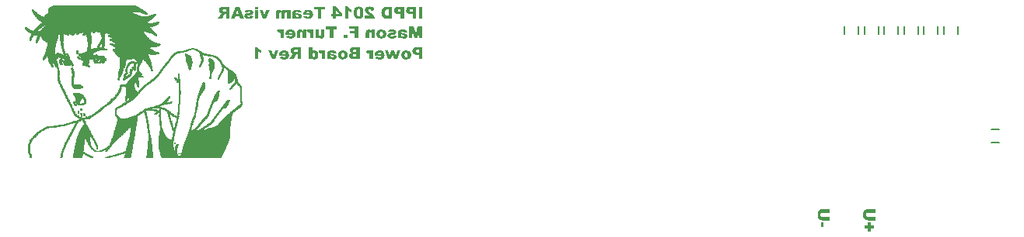
<source format=gbo>
%FSAX24Y24*%
%MOIN*%
G70*
G01*
G75*
G04 Layer_Color=32896*
%ADD10C,0.1000*%
%ADD11C,0.0100*%
%ADD12C,0.1200*%
%ADD13C,0.0200*%
%ADD14C,0.0300*%
%ADD15C,0.0400*%
%ADD16C,0.0150*%
%ADD17C,0.0500*%
%ADD18O,0.0709X0.0118*%
%ADD19O,0.0118X0.0709*%
%ADD20R,0.0413X0.0394*%
%ADD21R,0.0433X0.0669*%
%ADD22R,0.1181X0.2362*%
%ADD23R,0.0276X0.0354*%
%ADD24R,0.0374X0.0394*%
%ADD25R,0.0118X0.0157*%
%ADD26R,0.0394X0.0413*%
%ADD27O,0.0866X0.0236*%
%ADD28R,0.0787X0.0787*%
%ADD29R,0.0394X0.0374*%
%ADD30R,0.0433X0.0236*%
%ADD31R,0.1496X0.0984*%
%ADD32R,0.0787X0.0197*%
%ADD33R,0.0315X0.0315*%
%ADD34R,0.4110X0.3504*%
%ADD35R,0.0394X0.1339*%
%ADD36C,0.0150*%
%ADD37C,0.3000*%
%ADD38C,0.0700*%
%ADD39R,0.0550X0.0750*%
%ADD40O,0.0550X0.0750*%
%ADD41R,0.0750X0.0550*%
%ADD42O,0.0750X0.0550*%
%ADD43C,0.0591*%
%ADD44R,0.0591X0.0591*%
%ADD45C,0.0748*%
%ADD46C,0.2100*%
G04:AMPARAMS|DCode=47|XSize=51mil|YSize=51mil|CornerRadius=12.8mil|HoleSize=0mil|Usage=FLASHONLY|Rotation=0.000|XOffset=0mil|YOffset=0mil|HoleType=Round|Shape=RoundedRectangle|*
%AMROUNDEDRECTD47*
21,1,0.0510,0.0255,0,0,0.0*
21,1,0.0255,0.0510,0,0,0.0*
1,1,0.0255,0.0128,-0.0128*
1,1,0.0255,-0.0128,-0.0128*
1,1,0.0255,-0.0128,0.0128*
1,1,0.0255,0.0128,0.0128*
%
%ADD47ROUNDEDRECTD47*%
%ADD48R,0.0510X0.0510*%
%ADD49C,0.0250*%
%ADD50C,0.0700*%
%ADD51R,0.0630X0.0591*%
%ADD52R,0.0669X0.0433*%
%ADD53C,0.0098*%
%ADD54C,0.0236*%
%ADD55C,0.0050*%
%ADD56C,0.0079*%
%ADD57O,0.1080X0.1000*%
%ADD58O,0.1280X0.1200*%
%ADD59O,0.0789X0.0198*%
%ADD60O,0.0198X0.0789*%
%ADD61R,0.0493X0.0474*%
%ADD62R,0.0513X0.0749*%
%ADD63R,0.0356X0.0434*%
%ADD64R,0.0454X0.0474*%
%ADD65R,0.0198X0.0237*%
%ADD66R,0.0474X0.0493*%
%ADD67O,0.0946X0.0316*%
%ADD68R,0.0867X0.0867*%
%ADD69R,0.0474X0.0454*%
%ADD70R,0.0513X0.0316*%
%ADD71R,0.1576X0.1064*%
%ADD72R,0.0867X0.0277*%
%ADD73R,0.0395X0.0395*%
%ADD74R,0.4190X0.3584*%
%ADD75R,0.0474X0.1419*%
%ADD76C,0.0230*%
%ADD77C,0.1080*%
%ADD78C,0.1280*%
%ADD79C,0.3080*%
%ADD80R,0.0630X0.0830*%
%ADD81O,0.0630X0.0830*%
%ADD82R,0.0830X0.0630*%
%ADD83O,0.0830X0.0630*%
%ADD84C,0.0671*%
%ADD85R,0.0671X0.0671*%
%ADD86C,0.0828*%
%ADD87C,0.2180*%
G04:AMPARAMS|DCode=88|XSize=59mil|YSize=59mil|CornerRadius=16.8mil|HoleSize=0mil|Usage=FLASHONLY|Rotation=0.000|XOffset=0mil|YOffset=0mil|HoleType=Round|Shape=RoundedRectangle|*
%AMROUNDEDRECTD88*
21,1,0.0590,0.0255,0,0,0.0*
21,1,0.0255,0.0590,0,0,0.0*
1,1,0.0335,0.0128,-0.0128*
1,1,0.0335,-0.0128,-0.0128*
1,1,0.0335,-0.0128,0.0128*
1,1,0.0335,0.0128,0.0128*
%
%ADD88ROUNDEDRECTD88*%
%ADD89R,0.0590X0.0590*%
%ADD90C,0.0780*%
%ADD91R,0.0710X0.0671*%
%ADD92R,0.0749X0.0513*%
%ADD93C,0.0010*%
G36*
X022214Y009914D02*
X022236Y009912D01*
X022256Y009910D01*
X022272Y009906D01*
X022285Y009902D01*
X022294Y009900D01*
X022299Y009898D01*
X022300Y009897D01*
X022301D01*
X022316Y009889D01*
X022328Y009881D01*
X022339Y009873D01*
X022347Y009864D01*
X022355Y009857D01*
X022360Y009851D01*
X022363Y009848D01*
X022364Y009846D01*
X022372Y009832D01*
X022378Y009817D01*
X022383Y009802D01*
X022387Y009788D01*
X022390Y009774D01*
X022392Y009764D01*
X022393Y009759D01*
X022394Y009756D01*
Y009754D01*
Y009753D01*
X022252Y009742D01*
X022249Y009757D01*
X022247Y009769D01*
X022243Y009779D01*
X022239Y009788D01*
X022236Y009794D01*
X022233Y009799D01*
X022231Y009801D01*
X022230Y009801D01*
X022223Y009807D01*
X022215Y009812D01*
X022208Y009814D01*
X022201Y009817D01*
X022195Y009818D01*
X022190Y009819D01*
X022186D01*
X022176Y009818D01*
X022168Y009816D01*
X022161Y009813D01*
X022154Y009811D01*
X022149Y009808D01*
X022145Y009805D01*
X022143Y009803D01*
X022142Y009802D01*
X022137Y009796D01*
X022132Y009789D01*
X022129Y009783D01*
X022126Y009776D01*
X022125Y009771D01*
X022125Y009766D01*
Y009764D01*
Y009763D01*
X022125Y009754D01*
X022127Y009747D01*
X022130Y009739D01*
X022133Y009732D01*
X022137Y009726D01*
X022139Y009721D01*
X022141Y009718D01*
X022142Y009717D01*
X022146Y009713D01*
X022150Y009707D01*
X022162Y009696D01*
X022175Y009685D01*
X022188Y009673D01*
X022201Y009663D01*
X022211Y009654D01*
X022216Y009652D01*
X022219Y009649D01*
X022221Y009648D01*
X022222Y009647D01*
X022240Y009633D01*
X022257Y009620D01*
X022273Y009607D01*
X022286Y009595D01*
X022299Y009583D01*
X022310Y009573D01*
X022321Y009563D01*
X022329Y009554D01*
X022336Y009545D01*
X022344Y009538D01*
X022348Y009531D01*
X022353Y009527D01*
X022357Y009522D01*
X022359Y009519D01*
X022359Y009517D01*
X022360Y009517D01*
X022372Y009496D01*
X022383Y009475D01*
X022390Y009456D01*
X022396Y009438D01*
X022400Y009422D01*
X022401Y009416D01*
X022402Y009410D01*
X022403Y009406D01*
X022404Y009403D01*
Y009401D01*
Y009400D01*
X021980D01*
Y009515D01*
X022201D01*
X022187Y009527D01*
X022177Y009537D01*
X022174Y009540D01*
X022171Y009542D01*
X022169Y009543D01*
X022168Y009544D01*
X022162Y009550D01*
X022153Y009556D01*
X022143Y009563D01*
X022134Y009569D01*
X022125Y009576D01*
X022117Y009581D01*
X022113Y009585D01*
X022111Y009586D01*
X022098Y009595D01*
X022086Y009604D01*
X022075Y009614D01*
X022064Y009622D01*
X022056Y009630D01*
X022048Y009638D01*
X022034Y009652D01*
X022024Y009663D01*
X022017Y009671D01*
X022013Y009677D01*
X022012Y009678D01*
X022002Y009694D01*
X021996Y009710D01*
X021990Y009726D01*
X021988Y009739D01*
X021986Y009751D01*
X021984Y009760D01*
Y009763D01*
Y009765D01*
Y009766D01*
Y009767D01*
X021985Y009783D01*
X021988Y009798D01*
X021991Y009812D01*
X021996Y009823D01*
X022001Y009833D01*
X022004Y009839D01*
X022007Y009844D01*
X022008Y009846D01*
X022017Y009858D01*
X022028Y009869D01*
X022039Y009877D01*
X022050Y009885D01*
X022059Y009890D01*
X022067Y009895D01*
X022072Y009897D01*
X022073Y009898D01*
X022074D01*
X022090Y009903D01*
X022109Y009908D01*
X022128Y009911D01*
X022147Y009913D01*
X022163Y009914D01*
X022171D01*
X022177Y009915D01*
X022189D01*
X022214Y009914D01*
D02*
G37*
G36*
X017414Y009811D02*
X017273D01*
Y009907D01*
X017414D01*
Y009811D01*
D02*
G37*
G36*
X022708Y008925D02*
X022725Y008923D01*
X022741Y008921D01*
X022755Y008917D01*
X022769Y008913D01*
X022782Y008908D01*
X022793Y008903D01*
X022803Y008899D01*
X022813Y008893D01*
X022821Y008889D01*
X022828Y008884D01*
X022834Y008879D01*
X022839Y008876D01*
X022841Y008874D01*
X022843Y008872D01*
X022844Y008871D01*
X022854Y008861D01*
X022863Y008850D01*
X022870Y008838D01*
X022877Y008827D01*
X022882Y008815D01*
X022887Y008803D01*
X022893Y008781D01*
X022896Y008771D01*
X022898Y008762D01*
X022899Y008753D01*
X022900Y008746D01*
X022901Y008741D01*
Y008736D01*
Y008733D01*
Y008732D01*
X022900Y008716D01*
X022898Y008700D01*
X022894Y008685D01*
X022890Y008671D01*
X022885Y008658D01*
X022879Y008646D01*
X022874Y008635D01*
X022867Y008625D01*
X022861Y008617D01*
X022855Y008608D01*
X022850Y008602D01*
X022844Y008596D01*
X022840Y008592D01*
X022837Y008589D01*
X022835Y008587D01*
X022834Y008586D01*
X022824Y008579D01*
X022812Y008571D01*
X022789Y008560D01*
X022765Y008553D01*
X022742Y008547D01*
X022731Y008545D01*
X022721Y008544D01*
X022713Y008543D01*
X022705D01*
X022699Y008542D01*
X022691D01*
X022672Y008543D01*
X022655Y008544D01*
X022639Y008546D01*
X022624Y008550D01*
X022610Y008554D01*
X022597Y008558D01*
X022585Y008564D01*
X022575Y008569D01*
X022566Y008573D01*
X022557Y008579D01*
X022550Y008583D01*
X022545Y008587D01*
X022540Y008591D01*
X022537Y008593D01*
X022535Y008594D01*
X022534Y008595D01*
X022524Y008605D01*
X022516Y008617D01*
X022508Y008629D01*
X022502Y008640D01*
X022496Y008652D01*
X022492Y008663D01*
X022485Y008685D01*
X022483Y008695D01*
X022481Y008704D01*
X022480Y008713D01*
X022479Y008720D01*
X022478Y008726D01*
Y008730D01*
Y008733D01*
Y008734D01*
X022479Y008748D01*
X022480Y008761D01*
X022485Y008786D01*
X022493Y008807D01*
X022501Y008826D01*
X022506Y008834D01*
X022509Y008840D01*
X022513Y008847D01*
X022517Y008852D01*
X022520Y008855D01*
X022522Y008859D01*
X022523Y008860D01*
X022524Y008861D01*
X022535Y008872D01*
X022547Y008882D01*
X022560Y008890D01*
X022574Y008899D01*
X022588Y008904D01*
X022602Y008910D01*
X022616Y008914D01*
X022629Y008917D01*
X022641Y008920D01*
X022653Y008922D01*
X022664Y008924D01*
X022672Y008925D01*
X022680Y008926D01*
X022691D01*
X022708Y008925D01*
D02*
G37*
G36*
X018551Y009775D02*
X018565Y009774D01*
X018577Y009771D01*
X018587Y009768D01*
X018596Y009765D01*
X018601Y009764D01*
X018606Y009762D01*
X018607Y009761D01*
X018618Y009754D01*
X018628Y009748D01*
X018637Y009739D01*
X018647Y009731D01*
X018654Y009725D01*
X018659Y009718D01*
X018663Y009714D01*
X018664Y009713D01*
Y009767D01*
X018795D01*
Y009400D01*
X018654D01*
Y009587D01*
X018653Y009602D01*
X018651Y009614D01*
X018649Y009624D01*
X018647Y009632D01*
X018644Y009639D01*
X018641Y009643D01*
X018640Y009646D01*
X018639Y009647D01*
X018633Y009653D01*
X018626Y009658D01*
X018620Y009661D01*
X018613Y009664D01*
X018607Y009665D01*
X018602Y009665D01*
X018598D01*
X018588Y009664D01*
X018580Y009661D01*
X018574Y009658D01*
X018573Y009656D01*
X018573D01*
X018565Y009649D01*
X018561Y009642D01*
X018558Y009637D01*
X018557Y009635D01*
Y009634D01*
X018556Y009630D01*
X018555Y009626D01*
X018554Y009615D01*
Y009610D01*
Y009605D01*
Y009603D01*
Y009602D01*
Y009400D01*
X018413D01*
Y009590D01*
X018412Y009603D01*
X018410Y009616D01*
X018408Y009626D01*
X018405Y009633D01*
X018402Y009640D01*
X018400Y009643D01*
X018399Y009646D01*
X018398Y009647D01*
X018392Y009653D01*
X018385Y009658D01*
X018378Y009661D01*
X018372Y009664D01*
X018366Y009665D01*
X018362Y009665D01*
X018358D01*
X018351Y009665D01*
X018343Y009663D01*
X018338Y009659D01*
X018332Y009656D01*
X018328Y009653D01*
X018326Y009649D01*
X018324Y009647D01*
X018323Y009646D01*
X018319Y009641D01*
X018317Y009635D01*
X018314Y009623D01*
Y009617D01*
X018313Y009613D01*
Y009610D01*
Y009609D01*
Y009400D01*
X018171D01*
Y009630D01*
Y009644D01*
X018173Y009656D01*
X018177Y009679D01*
X018181Y009698D01*
X018188Y009714D01*
X018194Y009726D01*
X018199Y009734D01*
X018203Y009739D01*
X018204Y009740D01*
X018218Y009752D01*
X018233Y009761D01*
X018248Y009767D01*
X018263Y009771D01*
X018277Y009774D01*
X018287Y009775D01*
X018291Y009776D01*
X018297D01*
X018312Y009775D01*
X018325Y009774D01*
X018337Y009771D01*
X018346Y009769D01*
X018354Y009766D01*
X018361Y009764D01*
X018364Y009763D01*
X018365Y009762D01*
X018376Y009756D01*
X018386Y009749D01*
X018396Y009740D01*
X018405Y009732D01*
X018413Y009725D01*
X018420Y009718D01*
X018424Y009714D01*
X018425Y009713D01*
X018432Y009724D01*
X018438Y009733D01*
X018446Y009741D01*
X018452Y009748D01*
X018458Y009753D01*
X018462Y009757D01*
X018466Y009759D01*
X018467Y009760D01*
X018477Y009765D01*
X018488Y009769D01*
X018500Y009772D01*
X018512Y009774D01*
X018522Y009775D01*
X018529Y009776D01*
X018536D01*
X018551Y009775D01*
D02*
G37*
G36*
X017741Y009400D02*
X017616D01*
X017460Y009767D01*
X017602D01*
X017676Y009534D01*
X017747Y009767D01*
X017894D01*
X017741Y009400D01*
D02*
G37*
G36*
X019115Y009775D02*
X019127Y009774D01*
X019138Y009773D01*
X019147Y009771D01*
X019154Y009770D01*
X019158Y009769D01*
X019160D01*
X019172Y009767D01*
X019182Y009764D01*
X019191Y009762D01*
X019199Y009759D01*
X019204Y009756D01*
X019209Y009754D01*
X019212Y009753D01*
X019213Y009752D01*
X019222Y009747D01*
X019230Y009740D01*
X019238Y009735D01*
X019243Y009729D01*
X019248Y009725D01*
X019252Y009721D01*
X019253Y009718D01*
X019254Y009717D01*
X019259Y009709D01*
X019264Y009700D01*
X019267Y009690D01*
X019270Y009682D01*
X019273Y009674D01*
X019274Y009667D01*
X019276Y009664D01*
Y009662D01*
X019140Y009648D01*
X019138Y009656D01*
X019134Y009663D01*
X019130Y009668D01*
X019127Y009673D01*
X019124Y009677D01*
X019121Y009678D01*
X019120Y009680D01*
X019119D01*
X019112Y009684D01*
X019103Y009687D01*
X019087Y009690D01*
X019079D01*
X019073Y009691D01*
X019058D01*
X019050Y009690D01*
X019043Y009688D01*
X019039Y009686D01*
X019034Y009684D01*
X019031Y009682D01*
X019030Y009681D01*
X019030Y009680D01*
X019026Y009676D01*
X019023Y009670D01*
X019019Y009659D01*
Y009653D01*
X019018Y009649D01*
Y009646D01*
Y009645D01*
X019038Y009638D01*
X019046Y009635D01*
X019054Y009632D01*
X019060Y009630D01*
X019065Y009628D01*
X019068Y009628D01*
X019069D01*
X019074Y009627D01*
X019080Y009625D01*
X019095Y009621D01*
X019112Y009617D01*
X019129Y009614D01*
X019145Y009611D01*
X019153Y009609D01*
X019159Y009608D01*
X019165Y009607D01*
X019168Y009606D01*
X019171Y009605D01*
X019172D01*
X019184Y009603D01*
X019195Y009600D01*
X019214Y009593D01*
X019229Y009587D01*
X019242Y009580D01*
X019252Y009575D01*
X019258Y009570D01*
X019262Y009567D01*
X019263Y009566D01*
X019271Y009555D01*
X019276Y009543D01*
X019281Y009532D01*
X019284Y009521D01*
X019286Y009512D01*
X019287Y009505D01*
Y009499D01*
Y009498D01*
Y009497D01*
X019285Y009480D01*
X019281Y009467D01*
X019276Y009454D01*
X019270Y009443D01*
X019264Y009433D01*
X019259Y009427D01*
X019255Y009423D01*
X019253Y009421D01*
X019239Y009411D01*
X019223Y009405D01*
X019206Y009399D01*
X019190Y009395D01*
X019176Y009394D01*
X019169Y009393D01*
X019164D01*
X019159Y009392D01*
X019153D01*
X019135Y009393D01*
X019118Y009394D01*
X019103Y009396D01*
X019091Y009399D01*
X019080Y009402D01*
X019072Y009405D01*
X019067Y009406D01*
X019066Y009406D01*
X019055Y009411D01*
X019046Y009418D01*
X019037Y009423D01*
X019029Y009430D01*
X019021Y009435D01*
X019016Y009440D01*
X019012Y009443D01*
X019011Y009444D01*
X019009Y009434D01*
X019007Y009427D01*
X019006Y009423D01*
Y009421D01*
X019004Y009415D01*
X019000Y009408D01*
X018996Y009403D01*
X018995Y009401D01*
Y009400D01*
X018863D01*
X018870Y009415D01*
X018872Y009421D01*
X018874Y009427D01*
X018876Y009431D01*
X018877Y009434D01*
X018878Y009436D01*
Y009437D01*
X018879Y009443D01*
X018880Y009450D01*
X018881Y009463D01*
Y009468D01*
Y009473D01*
Y009477D01*
Y009478D01*
Y009640D01*
Y009650D01*
X018882Y009659D01*
X018884Y009668D01*
X018886Y009677D01*
X018888Y009684D01*
X018890Y009690D01*
X018891Y009693D01*
X018892Y009694D01*
X018895Y009704D01*
X018900Y009714D01*
X018905Y009721D01*
X018909Y009727D01*
X018913Y009732D01*
X018917Y009736D01*
X018918Y009738D01*
X018919Y009739D01*
X018930Y009746D01*
X018941Y009752D01*
X018951Y009758D01*
X018961Y009762D01*
X018970Y009764D01*
X018978Y009766D01*
X018982Y009768D01*
X018984D01*
X018999Y009771D01*
X019016Y009773D01*
X019033Y009774D01*
X019049Y009775D01*
X019064Y009776D01*
X019101D01*
X019115Y009775D01*
D02*
G37*
G36*
X021254Y009898D02*
X021264Y009882D01*
X021274Y009868D01*
X021285Y009857D01*
X021294Y009847D01*
X021301Y009839D01*
X021306Y009836D01*
X021307Y009834D01*
X021308D01*
X021323Y009822D01*
X021342Y009812D01*
X021360Y009802D01*
X021378Y009794D01*
X021394Y009788D01*
X021401Y009785D01*
X021407Y009782D01*
X021412Y009781D01*
X021416Y009779D01*
X021418Y009778D01*
X021419D01*
Y009664D01*
X021401Y009669D01*
X021385Y009674D01*
X021373Y009679D01*
X021360Y009684D01*
X021351Y009688D01*
X021344Y009690D01*
X021340Y009692D01*
X021338Y009693D01*
X021326Y009700D01*
X021314Y009707D01*
X021302Y009714D01*
X021292Y009721D01*
X021284Y009727D01*
X021276Y009732D01*
X021273Y009736D01*
X021271Y009737D01*
Y009400D01*
X021128D01*
Y009915D01*
X021245D01*
X021254Y009898D01*
D02*
G37*
G36*
X023169Y008925D02*
X023189Y008924D01*
X023206Y008921D01*
X023220Y008919D01*
X023232Y008916D01*
X023240Y008914D01*
X023245Y008913D01*
X023247Y008912D01*
X023260Y008906D01*
X023272Y008901D01*
X023281Y008894D01*
X023289Y008888D01*
X023297Y008882D01*
X023301Y008877D01*
X023304Y008874D01*
X023305Y008873D01*
X023311Y008863D01*
X023317Y008852D01*
X023321Y008841D01*
X023322Y008832D01*
X023324Y008823D01*
X023325Y008816D01*
Y008812D01*
Y008810D01*
X023324Y008798D01*
X023322Y008787D01*
X023319Y008778D01*
X023315Y008768D01*
X023312Y008762D01*
X023309Y008756D01*
X023307Y008753D01*
X023306Y008752D01*
X023298Y008742D01*
X023290Y008735D01*
X023283Y008729D01*
X023275Y008724D01*
X023269Y008719D01*
X023263Y008716D01*
X023260Y008716D01*
X023259Y008715D01*
X023253Y008713D01*
X023246Y008710D01*
X023231Y008706D01*
X023213Y008703D01*
X023197Y008699D01*
X023181Y008695D01*
X023173Y008694D01*
X023168Y008692D01*
X023163Y008692D01*
X023159D01*
X023157Y008691D01*
X023156D01*
X023139Y008688D01*
X023125Y008685D01*
X023115Y008682D01*
X023108Y008680D01*
X023102Y008679D01*
X023099Y008677D01*
X023097Y008676D01*
X023096D01*
X023090Y008672D01*
X023087Y008668D01*
X023084Y008665D01*
X023082Y008661D01*
X023080Y008655D01*
Y008654D01*
Y008653D01*
X023081Y008648D01*
X023082Y008643D01*
X023087Y008636D01*
X023091Y008632D01*
X023092Y008630D01*
X023093D01*
X023100Y008627D01*
X023106Y008624D01*
X023120Y008620D01*
X023126Y008619D01*
X023132Y008618D01*
X023136D01*
X023146Y008619D01*
X023154Y008620D01*
X023161Y008622D01*
X023167Y008624D01*
X023172Y008626D01*
X023175Y008627D01*
X023177Y008629D01*
X023178D01*
X023184Y008633D01*
X023188Y008639D01*
X023195Y008652D01*
X023198Y008657D01*
X023199Y008661D01*
X023201Y008665D01*
Y008666D01*
X023341Y008653D01*
X023335Y008634D01*
X023327Y008618D01*
X023319Y008603D01*
X023309Y008592D01*
X023300Y008582D01*
X023293Y008576D01*
X023288Y008571D01*
X023286Y008570D01*
X023278Y008566D01*
X023268Y008561D01*
X023246Y008554D01*
X023223Y008549D01*
X023198Y008545D01*
X023187Y008544D01*
X023177Y008544D01*
X023168Y008543D01*
X023160D01*
X023152Y008542D01*
X023143D01*
X023118Y008543D01*
X023096Y008544D01*
X023076Y008547D01*
X023061Y008551D01*
X023048Y008554D01*
X023038Y008556D01*
X023033Y008558D01*
X023031Y008559D01*
X023016Y008567D01*
X023004Y008574D01*
X022993Y008582D01*
X022985Y008590D01*
X022978Y008596D01*
X022974Y008602D01*
X022971Y008605D01*
X022970Y008606D01*
X022964Y008618D01*
X022959Y008629D01*
X022955Y008640D01*
X022953Y008649D01*
X022952Y008657D01*
X022951Y008663D01*
Y008667D01*
Y008668D01*
X022952Y008680D01*
X022953Y008691D01*
X022956Y008701D01*
X022960Y008709D01*
X022964Y008716D01*
X022966Y008721D01*
X022968Y008725D01*
X022969Y008726D01*
X022976Y008735D01*
X022985Y008743D01*
X022994Y008751D01*
X023002Y008756D01*
X023010Y008761D01*
X023016Y008764D01*
X023020Y008766D01*
X023022Y008766D01*
X023036Y008772D01*
X023052Y008777D01*
X023070Y008780D01*
X023087Y008783D01*
X023102Y008786D01*
X023109Y008787D01*
X023115Y008788D01*
X023120D01*
X023124Y008789D01*
X023126D01*
X023142Y008791D01*
X023155Y008793D01*
X023166Y008795D01*
X023173Y008797D01*
X023180Y008799D01*
X023184Y008801D01*
X023186Y008802D01*
X023186D01*
X023191Y008804D01*
X023194Y008807D01*
X023198Y008815D01*
X023199Y008820D01*
Y008821D01*
Y008822D01*
X023198Y008827D01*
X023198Y008830D01*
X023194Y008837D01*
X023191Y008840D01*
X023189Y008842D01*
X023185Y008845D01*
X023179Y008848D01*
X023167Y008851D01*
X023162Y008852D01*
X023146D01*
X023137Y008850D01*
X023131Y008848D01*
X023124Y008846D01*
X023120Y008844D01*
X023116Y008842D01*
X023114Y008841D01*
X023113Y008840D01*
X023106Y008833D01*
X023100Y008825D01*
X023099Y008821D01*
X023097Y008817D01*
X023096Y008815D01*
Y008815D01*
X022963Y008827D01*
X022968Y008840D01*
X022974Y008852D01*
X022980Y008861D01*
X022986Y008869D01*
X022990Y008876D01*
X022994Y008880D01*
X022997Y008883D01*
X022998Y008884D01*
X023006Y008891D01*
X023015Y008898D01*
X023024Y008903D01*
X023032Y008908D01*
X023039Y008911D01*
X023045Y008914D01*
X023049Y008915D01*
X023050D01*
X023063Y008919D01*
X023078Y008921D01*
X023094Y008923D01*
X023110Y008925D01*
X023124D01*
X023130Y008926D01*
X023147D01*
X023169Y008925D01*
D02*
G37*
G36*
X021229Y008550D02*
X021078D01*
Y008692D01*
X021229D01*
Y008550D01*
D02*
G37*
G36*
X021692D02*
X021534D01*
Y008757D01*
X021337D01*
Y008860D01*
X021534D01*
Y008948D01*
X021304D01*
Y009057D01*
X021692D01*
Y008550D01*
D02*
G37*
G36*
X022162Y008925D02*
X022176Y008923D01*
X022189Y008921D01*
X022200Y008918D01*
X022209Y008914D01*
X022215Y008913D01*
X022219Y008911D01*
X022221Y008910D01*
X022232Y008903D01*
X022242Y008895D01*
X022252Y008887D01*
X022261Y008877D01*
X022269Y008870D01*
X022274Y008864D01*
X022279Y008859D01*
X022280Y008857D01*
Y008917D01*
X022410D01*
Y008550D01*
X022270D01*
Y008726D01*
X022269Y008743D01*
X022267Y008758D01*
X022265Y008770D01*
X022261Y008780D01*
X022259Y008787D01*
X022257Y008792D01*
X022255Y008795D01*
X022254Y008796D01*
X022248Y008803D01*
X022241Y008807D01*
X022234Y008811D01*
X022227Y008813D01*
X022222Y008815D01*
X022217Y008815D01*
X022212D01*
X022204Y008815D01*
X022197Y008814D01*
X022191Y008811D01*
X022186Y008808D01*
X022182Y008805D01*
X022179Y008803D01*
X022177Y008802D01*
X022176Y008801D01*
X022172Y008794D01*
X022169Y008787D01*
X022165Y008771D01*
X022164Y008764D01*
X022163Y008757D01*
Y008753D01*
Y008752D01*
Y008550D01*
X022022D01*
Y008783D01*
X022024Y008808D01*
X022027Y008830D01*
X022032Y008849D01*
X022039Y008864D01*
X022045Y008876D01*
X022050Y008884D01*
X022053Y008889D01*
X022055Y008890D01*
X022069Y008902D01*
X022084Y008911D01*
X022099Y008917D01*
X022113Y008921D01*
X022126Y008924D01*
X022137Y008925D01*
X022141Y008926D01*
X022147D01*
X022162Y008925D01*
D02*
G37*
G36*
X020784Y008932D02*
X020624D01*
Y008550D01*
X020468D01*
Y008932D01*
X020308D01*
Y009057D01*
X020784D01*
Y008932D01*
D02*
G37*
G36*
X018302Y008925D02*
X018311Y008924D01*
X018320Y008921D01*
X018327Y008918D01*
X018333Y008915D01*
X018338Y008914D01*
X018340Y008912D01*
X018341Y008911D01*
X018349Y008904D01*
X018355Y008896D01*
X018368Y008878D01*
X018373Y008870D01*
X018376Y008864D01*
X018379Y008859D01*
X018380Y008857D01*
Y008917D01*
X018512D01*
Y008550D01*
X018370D01*
Y008673D01*
Y008689D01*
X018369Y008704D01*
X018368Y008716D01*
X018366Y008729D01*
X018365Y008740D01*
X018363Y008750D01*
X018362Y008758D01*
X018359Y008766D01*
X018357Y008773D01*
X018355Y008778D01*
X018353Y008783D01*
X018352Y008787D01*
X018350Y008791D01*
X018349Y008793D01*
X018342Y008801D01*
X018335Y008806D01*
X018328Y008811D01*
X018321Y008814D01*
X018314Y008815D01*
X018310Y008816D01*
X018300D01*
X018293Y008815D01*
X018280Y008811D01*
X018275Y008809D01*
X018270Y008807D01*
X018267Y008806D01*
X018266Y008805D01*
X018222Y008906D01*
X018236Y008913D01*
X018249Y008917D01*
X018260Y008921D01*
X018270Y008923D01*
X018278Y008925D01*
X018285Y008926D01*
X018290D01*
X018302Y008925D01*
D02*
G37*
G36*
X019211D02*
X019225Y008923D01*
X019238Y008921D01*
X019249Y008918D01*
X019257Y008914D01*
X019264Y008913D01*
X019267Y008911D01*
X019269Y008910D01*
X019280Y008903D01*
X019290Y008895D01*
X019301Y008887D01*
X019310Y008877D01*
X019317Y008870D01*
X019323Y008864D01*
X019327Y008859D01*
X019328Y008857D01*
Y008917D01*
X019459D01*
Y008550D01*
X019318D01*
Y008726D01*
X019317Y008743D01*
X019315Y008758D01*
X019313Y008770D01*
X019310Y008780D01*
X019307Y008787D01*
X019305Y008792D01*
X019303Y008795D01*
X019302Y008796D01*
X019296Y008803D01*
X019289Y008807D01*
X019282Y008811D01*
X019276Y008813D01*
X019270Y008815D01*
X019265Y008815D01*
X019261D01*
X019252Y008815D01*
X019245Y008814D01*
X019239Y008811D01*
X019234Y008808D01*
X019230Y008805D01*
X019227Y008803D01*
X019226Y008802D01*
X019225Y008801D01*
X019220Y008794D01*
X019217Y008787D01*
X019214Y008771D01*
X019213Y008764D01*
X019212Y008757D01*
Y008753D01*
Y008752D01*
Y008550D01*
X019070D01*
Y008783D01*
X019072Y008808D01*
X019076Y008830D01*
X019080Y008849D01*
X019087Y008864D01*
X019093Y008876D01*
X019098Y008884D01*
X019102Y008889D01*
X019103Y008890D01*
X019117Y008902D01*
X019132Y008911D01*
X019147Y008917D01*
X019162Y008921D01*
X019175Y008924D01*
X019186Y008925D01*
X019190Y008926D01*
X019195D01*
X019211Y008925D01*
D02*
G37*
G36*
X019561D02*
X019571Y008924D01*
X019580Y008921D01*
X019587Y008918D01*
X019593Y008915D01*
X019597Y008914D01*
X019600Y008912D01*
X019601Y008911D01*
X019609Y008904D01*
X019615Y008896D01*
X019628Y008878D01*
X019633Y008870D01*
X019636Y008864D01*
X019639Y008859D01*
X019640Y008857D01*
Y008917D01*
X019771D01*
Y008550D01*
X019630D01*
Y008673D01*
Y008689D01*
X019629Y008704D01*
X019628Y008716D01*
X019626Y008729D01*
X019625Y008740D01*
X019623Y008750D01*
X019621Y008758D01*
X019619Y008766D01*
X019617Y008773D01*
X019615Y008778D01*
X019613Y008783D01*
X019612Y008787D01*
X019609Y008791D01*
X019609Y008793D01*
X019602Y008801D01*
X019595Y008806D01*
X019588Y008811D01*
X019581Y008814D01*
X019574Y008815D01*
X019570Y008816D01*
X019560D01*
X019553Y008815D01*
X019540Y008811D01*
X019535Y008809D01*
X019530Y008807D01*
X019527Y008806D01*
X019526Y008805D01*
X019482Y008906D01*
X019496Y008913D01*
X019509Y008917D01*
X019520Y008921D01*
X019530Y008923D01*
X019538Y008925D01*
X019545Y008926D01*
X019550D01*
X019561Y008925D01*
D02*
G37*
G36*
X019570Y009775D02*
X019586Y009774D01*
X019602Y009771D01*
X019617Y009767D01*
X019631Y009764D01*
X019643Y009759D01*
X019655Y009753D01*
X019665Y009749D01*
X019674Y009744D01*
X019682Y009739D01*
X019689Y009734D01*
X019695Y009730D01*
X019699Y009727D01*
X019702Y009725D01*
X019704Y009723D01*
X019705Y009722D01*
X019714Y009712D01*
X019722Y009701D01*
X019730Y009690D01*
X019736Y009678D01*
X019742Y009665D01*
X019746Y009654D01*
X019753Y009632D01*
X019755Y009622D01*
X019757Y009613D01*
X019757Y009603D01*
X019758Y009596D01*
X019759Y009591D01*
Y009586D01*
Y009583D01*
Y009582D01*
X019758Y009560D01*
X019755Y009541D01*
X019751Y009522D01*
X019745Y009507D01*
X019741Y009494D01*
X019736Y009485D01*
X019735Y009481D01*
X019733Y009479D01*
X019733Y009478D01*
Y009477D01*
X019721Y009461D01*
X019710Y009448D01*
X019698Y009437D01*
X019687Y009428D01*
X019678Y009421D01*
X019670Y009416D01*
X019665Y009413D01*
X019663Y009412D01*
X019646Y009406D01*
X019628Y009400D01*
X019609Y009396D01*
X019590Y009394D01*
X019573Y009393D01*
X019567D01*
X019560Y009392D01*
X019533D01*
X019519Y009393D01*
X019505Y009394D01*
X019493Y009395D01*
X019481Y009397D01*
X019471Y009399D01*
X019461Y009402D01*
X019452Y009404D01*
X019445Y009406D01*
X019438Y009408D01*
X019433Y009410D01*
X019428Y009412D01*
X019424Y009414D01*
X019422Y009415D01*
X019421Y009416D01*
X019420D01*
X019403Y009426D01*
X019388Y009438D01*
X019375Y009452D01*
X019364Y009465D01*
X019355Y009477D01*
X019348Y009486D01*
X019346Y009490D01*
X019344Y009492D01*
X019342Y009494D01*
Y009495D01*
X019481Y009508D01*
X019486Y009502D01*
X019491Y009497D01*
X019495Y009492D01*
X019498Y009490D01*
X019504Y009485D01*
X019505Y009484D01*
X019506D01*
X019513Y009480D01*
X019520Y009479D01*
X019532Y009475D01*
X019537D01*
X019541Y009474D01*
X019545D01*
X019557Y009475D01*
X019567Y009478D01*
X019576Y009481D01*
X019584Y009486D01*
X019590Y009491D01*
X019595Y009494D01*
X019597Y009497D01*
X019598Y009498D01*
X019603Y009505D01*
X019607Y009513D01*
X019612Y009530D01*
X019614Y009537D01*
X019615Y009543D01*
X019616Y009547D01*
Y009549D01*
X019334D01*
Y009565D01*
X019335Y009591D01*
X019338Y009614D01*
X019341Y009633D01*
X019346Y009651D01*
X019350Y009664D01*
X019352Y009669D01*
X019354Y009674D01*
X019356Y009678D01*
X019357Y009680D01*
X019358Y009681D01*
Y009682D01*
X019368Y009698D01*
X019379Y009712D01*
X019390Y009724D01*
X019402Y009734D01*
X019412Y009741D01*
X019421Y009747D01*
X019426Y009751D01*
X019427Y009751D01*
X019428D01*
X019447Y009760D01*
X019467Y009765D01*
X019487Y009770D01*
X019507Y009773D01*
X019524Y009775D01*
X019533D01*
X019539Y009776D01*
X019552D01*
X019570Y009775D01*
D02*
G37*
G36*
X017036D02*
X017056Y009774D01*
X017073Y009771D01*
X017087Y009769D01*
X017099Y009766D01*
X017107Y009764D01*
X017112Y009763D01*
X017114Y009762D01*
X017127Y009756D01*
X017139Y009751D01*
X017148Y009744D01*
X017156Y009738D01*
X017164Y009732D01*
X017168Y009727D01*
X017171Y009724D01*
X017172Y009723D01*
X017179Y009713D01*
X017184Y009702D01*
X017188Y009691D01*
X017190Y009682D01*
X017192Y009673D01*
X017192Y009666D01*
Y009662D01*
Y009660D01*
X017192Y009648D01*
X017190Y009637D01*
X017186Y009628D01*
X017182Y009618D01*
X017179Y009612D01*
X017176Y009606D01*
X017174Y009603D01*
X017173Y009602D01*
X017166Y009592D01*
X017157Y009585D01*
X017150Y009579D01*
X017142Y009574D01*
X017136Y009569D01*
X017130Y009567D01*
X017127Y009566D01*
X017126Y009565D01*
X017120Y009563D01*
X017113Y009560D01*
X017098Y009556D01*
X017081Y009553D01*
X017064Y009549D01*
X017048Y009545D01*
X017041Y009544D01*
X017035Y009542D01*
X017031Y009542D01*
X017026D01*
X017024Y009541D01*
X017023D01*
X017007Y009538D01*
X016993Y009535D01*
X016982Y009532D01*
X016975Y009530D01*
X016970Y009529D01*
X016966Y009527D01*
X016964Y009526D01*
X016963D01*
X016957Y009522D01*
X016954Y009518D01*
X016951Y009515D01*
X016949Y009511D01*
X016947Y009505D01*
Y009504D01*
Y009503D01*
X016948Y009498D01*
X016949Y009493D01*
X016954Y009486D01*
X016958Y009482D01*
X016959Y009480D01*
X016960D01*
X016967Y009477D01*
X016973Y009474D01*
X016987Y009470D01*
X016994Y009469D01*
X016999Y009468D01*
X017004D01*
X017013Y009469D01*
X017021Y009470D01*
X017029Y009472D01*
X017034Y009474D01*
X017039Y009476D01*
X017043Y009477D01*
X017044Y009479D01*
X017045D01*
X017051Y009483D01*
X017056Y009489D01*
X017062Y009502D01*
X017065Y009507D01*
X017067Y009511D01*
X017069Y009515D01*
Y009516D01*
X017208Y009503D01*
X017203Y009484D01*
X017194Y009468D01*
X017186Y009453D01*
X017177Y009442D01*
X017167Y009432D01*
X017160Y009426D01*
X017155Y009421D01*
X017154Y009420D01*
X017145Y009416D01*
X017135Y009411D01*
X017113Y009404D01*
X017090Y009399D01*
X017066Y009395D01*
X017055Y009394D01*
X017044Y009394D01*
X017035Y009393D01*
X017027D01*
X017019Y009392D01*
X017010D01*
X016985Y009393D01*
X016963Y009394D01*
X016944Y009397D01*
X016928Y009401D01*
X016915Y009404D01*
X016906Y009406D01*
X016900Y009408D01*
X016898Y009409D01*
X016883Y009417D01*
X016871Y009424D01*
X016860Y009432D01*
X016852Y009440D01*
X016846Y009446D01*
X016841Y009452D01*
X016838Y009456D01*
X016837Y009456D01*
X016831Y009468D01*
X016826Y009479D01*
X016822Y009490D01*
X016821Y009499D01*
X016819Y009507D01*
X016818Y009513D01*
Y009517D01*
Y009518D01*
X016819Y009530D01*
X016821Y009541D01*
X016823Y009551D01*
X016827Y009559D01*
X016831Y009566D01*
X016834Y009571D01*
X016835Y009575D01*
X016836Y009576D01*
X016844Y009585D01*
X016852Y009593D01*
X016861Y009601D01*
X016870Y009606D01*
X016877Y009611D01*
X016883Y009614D01*
X016887Y009616D01*
X016889Y009616D01*
X016903Y009622D01*
X016920Y009627D01*
X016937Y009630D01*
X016954Y009633D01*
X016970Y009636D01*
X016976Y009637D01*
X016982Y009638D01*
X016987D01*
X016991Y009639D01*
X016994D01*
X017009Y009640D01*
X017022Y009643D01*
X017033Y009645D01*
X017041Y009647D01*
X017047Y009649D01*
X017051Y009651D01*
X017053Y009652D01*
X017054D01*
X017058Y009654D01*
X017061Y009657D01*
X017065Y009665D01*
X017067Y009670D01*
Y009671D01*
Y009672D01*
X017066Y009677D01*
X017065Y009680D01*
X017061Y009687D01*
X017058Y009690D01*
X017056Y009692D01*
X017052Y009695D01*
X017046Y009698D01*
X017034Y009701D01*
X017030Y009702D01*
X017013D01*
X017005Y009700D01*
X016998Y009698D01*
X016992Y009696D01*
X016987Y009694D01*
X016983Y009692D01*
X016982Y009691D01*
X016981Y009690D01*
X016973Y009683D01*
X016968Y009675D01*
X016966Y009671D01*
X016964Y009667D01*
X016963Y009665D01*
Y009665D01*
X016830Y009678D01*
X016835Y009690D01*
X016841Y009702D01*
X016847Y009711D01*
X016853Y009719D01*
X016858Y009726D01*
X016861Y009730D01*
X016864Y009733D01*
X016865Y009734D01*
X016873Y009741D01*
X016883Y009748D01*
X016891Y009753D01*
X016899Y009758D01*
X016907Y009761D01*
X016912Y009764D01*
X016916Y009765D01*
X016918D01*
X016931Y009769D01*
X016945Y009771D01*
X016961Y009773D01*
X016977Y009775D01*
X016992D01*
X016997Y009776D01*
X017014D01*
X017036Y009775D01*
D02*
G37*
G36*
X021730Y009914D02*
X021748Y009912D01*
X021765Y009910D01*
X021780Y009906D01*
X021794Y009901D01*
X021807Y009897D01*
X021819Y009891D01*
X021829Y009887D01*
X021839Y009881D01*
X021847Y009875D01*
X021854Y009871D01*
X021859Y009866D01*
X021864Y009862D01*
X021866Y009860D01*
X021868Y009858D01*
X021869Y009857D01*
X021878Y009845D01*
X021886Y009832D01*
X021893Y009817D01*
X021899Y009801D01*
X021908Y009768D01*
X021915Y009735D01*
X021916Y009719D01*
X021918Y009704D01*
X021919Y009690D01*
X021920Y009678D01*
X021921Y009669D01*
Y009662D01*
Y009657D01*
Y009655D01*
X021920Y009634D01*
X021919Y009614D01*
X021917Y009595D01*
X021916Y009579D01*
X021914Y009566D01*
X021913Y009555D01*
X021912Y009552D01*
X021911Y009549D01*
Y009548D01*
Y009547D01*
X021907Y009530D01*
X021903Y009515D01*
X021898Y009502D01*
X021893Y009492D01*
X021890Y009482D01*
X021886Y009477D01*
X021884Y009472D01*
X021883Y009471D01*
X021873Y009457D01*
X021862Y009445D01*
X021852Y009435D01*
X021841Y009427D01*
X021832Y009420D01*
X021825Y009416D01*
X021820Y009413D01*
X021818Y009412D01*
X021803Y009406D01*
X021785Y009400D01*
X021767Y009396D01*
X021751Y009394D01*
X021736Y009393D01*
X021730D01*
X021725Y009392D01*
X021714D01*
X021693Y009393D01*
X021674Y009394D01*
X021656Y009397D01*
X021641Y009402D01*
X021626Y009406D01*
X021613Y009412D01*
X021601Y009418D01*
X021591Y009424D01*
X021582Y009430D01*
X021574Y009435D01*
X021568Y009441D01*
X021562Y009445D01*
X021558Y009450D01*
X021555Y009453D01*
X021554Y009455D01*
X021553Y009456D01*
X021545Y009468D01*
X021537Y009482D01*
X021531Y009498D01*
X021525Y009514D01*
X021517Y009547D01*
X021511Y009580D01*
X021509Y009596D01*
X021509Y009610D01*
X021508Y009623D01*
X021507Y009635D01*
X021506Y009644D01*
Y009651D01*
Y009655D01*
Y009657D01*
X021507Y009679D01*
X021508Y009702D01*
X021510Y009721D01*
X021513Y009739D01*
X021516Y009753D01*
X021517Y009760D01*
X021518Y009764D01*
X021519Y009769D01*
X021520Y009772D01*
X021521Y009774D01*
Y009775D01*
X021523Y009786D01*
X021527Y009795D01*
X021530Y009804D01*
X021533Y009812D01*
X021535Y009818D01*
X021538Y009823D01*
X021539Y009826D01*
X021540Y009826D01*
X021550Y009843D01*
X021556Y009850D01*
X021561Y009856D01*
X021566Y009862D01*
X021570Y009865D01*
X021572Y009868D01*
X021573Y009869D01*
X021582Y009876D01*
X021590Y009883D01*
X021599Y009888D01*
X021607Y009893D01*
X021615Y009897D01*
X021621Y009900D01*
X021625Y009901D01*
X021627Y009902D01*
X021640Y009907D01*
X021654Y009910D01*
X021668Y009912D01*
X021681Y009913D01*
X021693Y009914D01*
X021702Y009915D01*
X021710D01*
X021730Y009914D01*
D02*
G37*
G36*
X016188Y009400D02*
X016031D01*
Y009605D01*
X016018D01*
X016009Y009604D01*
X016002Y009603D01*
X015996Y009602D01*
X015990Y009600D01*
X015985Y009597D01*
X015982Y009595D01*
X015980Y009594D01*
X015979Y009593D01*
X015974Y009589D01*
X015969Y009583D01*
X015959Y009570D01*
X015956Y009565D01*
X015953Y009559D01*
X015951Y009555D01*
X015950Y009554D01*
X015866Y009400D01*
X015688D01*
X015765Y009546D01*
X015768Y009551D01*
X015771Y009555D01*
X015778Y009567D01*
X015782Y009570D01*
X015785Y009574D01*
X015786Y009577D01*
X015787Y009578D01*
X015793Y009585D01*
X015798Y009591D01*
X015802Y009595D01*
X015806Y009599D01*
X015809Y009602D01*
X015811Y009603D01*
X015812Y009604D01*
X015818Y009608D01*
X015824Y009611D01*
X015837Y009617D01*
X015844Y009619D01*
X015848Y009621D01*
X015852Y009623D01*
X015853D01*
X015841Y009627D01*
X015830Y009629D01*
X015821Y009633D01*
X015812Y009636D01*
X015807Y009639D01*
X015802Y009641D01*
X015799Y009642D01*
X015798Y009643D01*
X015787Y009651D01*
X015777Y009659D01*
X015769Y009667D01*
X015761Y009675D01*
X015756Y009682D01*
X015751Y009688D01*
X015749Y009691D01*
X015749Y009692D01*
X015742Y009704D01*
X015737Y009717D01*
X015735Y009729D01*
X015732Y009740D01*
X015731Y009751D01*
X015730Y009758D01*
Y009764D01*
Y009765D01*
X015731Y009783D01*
X015734Y009799D01*
X015737Y009813D01*
X015742Y009825D01*
X015747Y009835D01*
X015750Y009842D01*
X015753Y009846D01*
X015754Y009848D01*
X015763Y009860D01*
X015774Y009869D01*
X015784Y009877D01*
X015794Y009884D01*
X015802Y009888D01*
X015810Y009891D01*
X015814Y009893D01*
X015816Y009894D01*
X015832Y009899D01*
X015849Y009901D01*
X015868Y009904D01*
X015885Y009905D01*
X015902Y009906D01*
X015909Y009907D01*
X016188D01*
Y009400D01*
D02*
G37*
G36*
X041907Y001044D02*
X041591D01*
X041583Y001043D01*
X041574Y001041D01*
X041564Y001038D01*
X041554Y001034D01*
X041542Y001029D01*
X041533Y001021D01*
X041532Y001021D01*
X041529Y001017D01*
X041526Y001012D01*
X041522Y001005D01*
X041517Y000996D01*
X041514Y000984D01*
X041511Y000972D01*
X041510Y000957D01*
Y000956D01*
Y000955D01*
Y000950D01*
X041511Y000943D01*
X041513Y000934D01*
X041516Y000923D01*
X041519Y000912D01*
X041525Y000902D01*
X041532Y000893D01*
X041533Y000892D01*
X041537Y000889D01*
X041542Y000886D01*
X041549Y000881D01*
X041558Y000877D01*
X041570Y000873D01*
X041583Y000871D01*
X041598Y000870D01*
X041907D01*
Y000713D01*
X041597D01*
X041589Y000714D01*
X041578Y000715D01*
X041564Y000717D01*
X041550Y000720D01*
X041535Y000724D01*
X041519Y000728D01*
X041517Y000729D01*
X041513Y000731D01*
X041505Y000734D01*
X041496Y000739D01*
X041485Y000745D01*
X041473Y000753D01*
X041461Y000762D01*
X041450Y000773D01*
X041449Y000774D01*
X041445Y000778D01*
X041440Y000784D01*
X041433Y000791D01*
X041427Y000800D01*
X041420Y000812D01*
X041414Y000823D01*
X041408Y000835D01*
Y000836D01*
X041407Y000836D01*
X041406Y000839D01*
X041406Y000843D01*
X041403Y000852D01*
X041400Y000866D01*
X041397Y000882D01*
X041394Y000900D01*
X041393Y000922D01*
X041392Y000945D01*
Y000947D01*
Y000951D01*
Y000959D01*
X041393Y000969D01*
Y000981D01*
X041394Y000995D01*
X041395Y001009D01*
X041397Y001026D01*
Y001027D01*
Y001028D01*
X041398Y001033D01*
X041399Y001042D01*
X041402Y001051D01*
X041404Y001063D01*
X041407Y001075D01*
X041412Y001087D01*
X041417Y001099D01*
X041418Y001100D01*
X041419Y001104D01*
X041423Y001109D01*
X041428Y001117D01*
X041434Y001125D01*
X041442Y001134D01*
X041450Y001144D01*
X041460Y001153D01*
X041461Y001154D01*
X041465Y001157D01*
X041471Y001161D01*
X041479Y001166D01*
X041487Y001171D01*
X041497Y001177D01*
X041508Y001182D01*
X041519Y001186D01*
X041520D01*
X041521Y001187D01*
X041524D01*
X041528Y001188D01*
X041537Y001191D01*
X041548Y001193D01*
X041561Y001195D01*
X041576Y001198D01*
X041591Y001199D01*
X041604Y001200D01*
X041907D01*
Y001044D01*
D02*
G37*
G36*
X043659Y000485D02*
X043792D01*
Y000373D01*
X043659D01*
Y000240D01*
X043547D01*
Y000373D01*
X043415D01*
Y000485D01*
X043547D01*
Y000617D01*
X043659D01*
Y000485D01*
D02*
G37*
G36*
X043857Y001044D02*
X043541D01*
X043533Y001043D01*
X043524Y001041D01*
X043514Y001038D01*
X043504Y001034D01*
X043492Y001029D01*
X043483Y001021D01*
X043482Y001021D01*
X043479Y001017D01*
X043476Y001012D01*
X043472Y001005D01*
X043467Y000996D01*
X043464Y000984D01*
X043461Y000972D01*
X043460Y000957D01*
Y000956D01*
Y000955D01*
Y000950D01*
X043461Y000943D01*
X043463Y000934D01*
X043466Y000923D01*
X043469Y000912D01*
X043475Y000902D01*
X043482Y000893D01*
X043483Y000892D01*
X043487Y000889D01*
X043492Y000886D01*
X043499Y000881D01*
X043508Y000877D01*
X043520Y000873D01*
X043533Y000871D01*
X043548Y000870D01*
X043857D01*
Y000713D01*
X043547D01*
X043539Y000714D01*
X043528Y000715D01*
X043514Y000717D01*
X043500Y000720D01*
X043485Y000724D01*
X043469Y000728D01*
X043467Y000729D01*
X043463Y000731D01*
X043455Y000734D01*
X043446Y000739D01*
X043435Y000745D01*
X043423Y000753D01*
X043411Y000762D01*
X043400Y000773D01*
X043399Y000774D01*
X043395Y000778D01*
X043390Y000784D01*
X043383Y000791D01*
X043377Y000800D01*
X043370Y000812D01*
X043364Y000823D01*
X043358Y000835D01*
Y000836D01*
X043357Y000836D01*
X043356Y000839D01*
X043356Y000843D01*
X043353Y000852D01*
X043350Y000866D01*
X043347Y000882D01*
X043344Y000900D01*
X043343Y000922D01*
X043342Y000945D01*
Y000947D01*
Y000951D01*
Y000959D01*
X043343Y000969D01*
Y000981D01*
X043344Y000995D01*
X043345Y001009D01*
X043347Y001026D01*
Y001027D01*
Y001028D01*
X043348Y001033D01*
X043349Y001042D01*
X043352Y001051D01*
X043354Y001063D01*
X043357Y001075D01*
X043362Y001087D01*
X043367Y001099D01*
X043368Y001100D01*
X043369Y001104D01*
X043373Y001109D01*
X043378Y001117D01*
X043384Y001125D01*
X043392Y001134D01*
X043400Y001144D01*
X043410Y001153D01*
X043411Y001154D01*
X043415Y001157D01*
X043421Y001161D01*
X043429Y001166D01*
X043437Y001171D01*
X043447Y001177D01*
X043458Y001182D01*
X043469Y001186D01*
X043470D01*
X043471Y001187D01*
X043474D01*
X043478Y001188D01*
X043487Y001191D01*
X043498Y001193D01*
X043511Y001195D01*
X043526Y001198D01*
X043541Y001199D01*
X043554Y001200D01*
X043857D01*
Y001044D01*
D02*
G37*
G36*
X041640Y000441D02*
X041530D01*
Y000646D01*
X041640D01*
Y000441D01*
D02*
G37*
G36*
X016792Y009400D02*
X016632D01*
X016607Y009483D01*
X016429D01*
X016404Y009400D01*
X016240D01*
X016430Y009907D01*
X016602D01*
X016792Y009400D01*
D02*
G37*
G36*
X023670D02*
X023513D01*
Y009589D01*
X023428D01*
X023410Y009590D01*
X023395Y009591D01*
X023380Y009592D01*
X023366Y009595D01*
X023353Y009599D01*
X023341Y009603D01*
X023331Y009606D01*
X023321Y009610D01*
X023313Y009614D01*
X023306Y009617D01*
X023300Y009621D01*
X023295Y009625D01*
X023291Y009628D01*
X023288Y009629D01*
X023287Y009631D01*
X023286D01*
X023278Y009640D01*
X023271Y009649D01*
X023265Y009658D01*
X023260Y009668D01*
X023251Y009689D01*
X023246Y009708D01*
X023243Y009725D01*
X023241Y009732D01*
Y009739D01*
X023240Y009744D01*
Y009748D01*
Y009751D01*
Y009751D01*
Y009765D01*
X023242Y009777D01*
X023247Y009801D01*
X023254Y009820D01*
X023261Y009837D01*
X023269Y009850D01*
X023276Y009859D01*
X023279Y009862D01*
X023281Y009864D01*
X023282Y009866D01*
X023283D01*
X023291Y009874D01*
X023300Y009880D01*
X023321Y009889D01*
X023342Y009897D01*
X023362Y009902D01*
X023381Y009905D01*
X023389Y009906D01*
X023396D01*
X023402Y009907D01*
X023670D01*
Y009400D01*
D02*
G37*
G36*
X024182D02*
X024025D01*
Y009589D01*
X023939D01*
X023922Y009590D01*
X023906Y009591D01*
X023891Y009592D01*
X023877Y009595D01*
X023864Y009599D01*
X023852Y009603D01*
X023842Y009606D01*
X023833Y009610D01*
X023825Y009614D01*
X023817Y009617D01*
X023812Y009621D01*
X023806Y009625D01*
X023802Y009628D01*
X023800Y009629D01*
X023799Y009631D01*
X023798D01*
X023790Y009640D01*
X023782Y009649D01*
X023777Y009658D01*
X023771Y009668D01*
X023763Y009689D01*
X023757Y009708D01*
X023754Y009725D01*
X023753Y009732D01*
Y009739D01*
X023752Y009744D01*
Y009748D01*
Y009751D01*
Y009751D01*
Y009765D01*
X023753Y009777D01*
X023758Y009801D01*
X023765Y009820D01*
X023773Y009837D01*
X023780Y009850D01*
X023788Y009859D01*
X023790Y009862D01*
X023792Y009864D01*
X023793Y009866D01*
X023794D01*
X023802Y009874D01*
X023812Y009880D01*
X023832Y009889D01*
X023853Y009897D01*
X023874Y009902D01*
X023892Y009905D01*
X023901Y009906D01*
X023908D01*
X023914Y009907D01*
X024182D01*
Y009400D01*
D02*
G37*
G36*
X024450D02*
X024293D01*
Y009907D01*
X024450D01*
Y009400D01*
D02*
G37*
G36*
X023156D02*
X022924D01*
X022907Y009401D01*
X022891Y009402D01*
X022875Y009404D01*
X022861Y009406D01*
X022848Y009409D01*
X022838Y009411D01*
X022834Y009412D01*
X022831D01*
X022830Y009413D01*
X022829D01*
X022816Y009418D01*
X022803Y009424D01*
X022791Y009431D01*
X022780Y009437D01*
X022772Y009443D01*
X022766Y009449D01*
X022762Y009453D01*
X022760Y009454D01*
X022748Y009466D01*
X022738Y009479D01*
X022729Y009491D01*
X022721Y009503D01*
X022716Y009513D01*
X022712Y009521D01*
X022709Y009527D01*
X022708Y009528D01*
Y009529D01*
X022702Y009547D01*
X022697Y009567D01*
X022693Y009589D01*
X022692Y009608D01*
X022690Y009627D01*
Y009634D01*
X022689Y009641D01*
Y009647D01*
Y009651D01*
Y009653D01*
Y009654D01*
X022690Y009674D01*
X022691Y009691D01*
X022692Y009708D01*
X022695Y009723D01*
X022698Y009735D01*
X022700Y009744D01*
X022701Y009748D01*
Y009751D01*
X022702Y009751D01*
Y009752D01*
X022707Y009769D01*
X022713Y009785D01*
X022719Y009799D01*
X022726Y009811D01*
X022732Y009821D01*
X022737Y009827D01*
X022741Y009832D01*
X022742Y009834D01*
X022753Y009846D01*
X022764Y009857D01*
X022776Y009866D01*
X022787Y009874D01*
X022797Y009880D01*
X022804Y009884D01*
X022810Y009887D01*
X022811Y009887D01*
X022812D01*
X022828Y009894D01*
X022847Y009899D01*
X022865Y009902D01*
X022884Y009904D01*
X022900Y009906D01*
X022906D01*
X022913Y009907D01*
X023156D01*
Y009400D01*
D02*
G37*
G36*
X017414D02*
X017273D01*
Y009767D01*
X017414D01*
Y009400D01*
D02*
G37*
G36*
X020280Y009782D02*
X020120D01*
Y009400D01*
X019964D01*
Y009782D01*
X019804D01*
Y009907D01*
X020280D01*
Y009782D01*
D02*
G37*
G36*
X020990Y009610D02*
Y009494D01*
X020732D01*
Y009400D01*
X020609D01*
Y009494D01*
X020546D01*
Y009603D01*
X020609D01*
Y009915D01*
X020732D01*
X020990Y009610D01*
D02*
G37*
G36*
X021773Y007650D02*
X021495D01*
X021484Y007651D01*
X021473Y007652D01*
X021461Y007654D01*
X021450Y007655D01*
X021441Y007656D01*
X021437D01*
X021435Y007656D01*
X021433D01*
X021419Y007659D01*
X021407Y007661D01*
X021397Y007664D01*
X021388Y007667D01*
X021382Y007669D01*
X021377Y007671D01*
X021374Y007673D01*
X021373D01*
X021362Y007681D01*
X021352Y007689D01*
X021343Y007697D01*
X021336Y007706D01*
X021330Y007712D01*
X021326Y007718D01*
X021323Y007722D01*
X021323Y007723D01*
X021316Y007735D01*
X021311Y007747D01*
X021309Y007759D01*
X021306Y007770D01*
X021305Y007779D01*
X021304Y007787D01*
Y007792D01*
Y007793D01*
X021305Y007811D01*
X021308Y007827D01*
X021312Y007841D01*
X021317Y007852D01*
X021322Y007861D01*
X021326Y007868D01*
X021329Y007872D01*
X021330Y007874D01*
X021341Y007885D01*
X021353Y007894D01*
X021367Y007903D01*
X021380Y007909D01*
X021392Y007914D01*
X021401Y007916D01*
X021405Y007918D01*
X021408D01*
X021410Y007919D01*
X021410D01*
X021398Y007925D01*
X021386Y007930D01*
X021377Y007936D01*
X021370Y007941D01*
X021363Y007946D01*
X021360Y007950D01*
X021357Y007952D01*
X021356Y007953D01*
X021347Y007966D01*
X021339Y007979D01*
X021335Y007992D01*
X021331Y008004D01*
X021329Y008014D01*
X021327Y008023D01*
Y008028D01*
Y008029D01*
Y008030D01*
Y008040D01*
X021329Y008050D01*
X021334Y008067D01*
X021340Y008082D01*
X021347Y008095D01*
X021354Y008106D01*
X021360Y008113D01*
X021365Y008118D01*
X021366Y008120D01*
X021367D01*
X021384Y008132D01*
X021401Y008141D01*
X021420Y008148D01*
X021438Y008152D01*
X021455Y008155D01*
X021461Y008156D01*
X021468D01*
X021472Y008157D01*
X021773D01*
Y007650D01*
D02*
G37*
G36*
X022121Y008025D02*
X022130Y008024D01*
X022139Y008021D01*
X022147Y008018D01*
X022152Y008015D01*
X022157Y008014D01*
X022160Y008012D01*
X022161Y008011D01*
X022168Y008004D01*
X022174Y007996D01*
X022187Y007978D01*
X022192Y007970D01*
X022196Y007964D01*
X022199Y007959D01*
X022199Y007957D01*
Y008017D01*
X022331D01*
Y007650D01*
X022189D01*
Y007773D01*
Y007789D01*
X022188Y007804D01*
X022187Y007817D01*
X022186Y007829D01*
X022185Y007840D01*
X022183Y007850D01*
X022181Y007858D01*
X022178Y007866D01*
X022176Y007873D01*
X022174Y007878D01*
X022173Y007883D01*
X022172Y007887D01*
X022169Y007891D01*
X022168Y007893D01*
X022162Y007901D01*
X022154Y007906D01*
X022148Y007911D01*
X022140Y007914D01*
X022134Y007915D01*
X022129Y007916D01*
X022119D01*
X022113Y007915D01*
X022100Y007911D01*
X022094Y007909D01*
X022089Y007907D01*
X022087Y007906D01*
X022086Y007905D01*
X022041Y008006D01*
X022055Y008013D01*
X022068Y008017D01*
X022079Y008021D01*
X022089Y008023D01*
X022098Y008025D01*
X022104Y008026D01*
X022110D01*
X022121Y008025D01*
D02*
G37*
G36*
X020604D02*
X020616Y008024D01*
X020627Y008023D01*
X020636Y008021D01*
X020644Y008020D01*
X020647Y008019D01*
X020649D01*
X020661Y008017D01*
X020671Y008014D01*
X020681Y008012D01*
X020688Y008009D01*
X020694Y008006D01*
X020698Y008004D01*
X020701Y008003D01*
X020702Y008002D01*
X020711Y007997D01*
X020719Y007990D01*
X020727Y007985D01*
X020732Y007979D01*
X020737Y007975D01*
X020741Y007971D01*
X020743Y007968D01*
X020744Y007967D01*
X020748Y007959D01*
X020753Y007950D01*
X020756Y007940D01*
X020759Y007932D01*
X020762Y007924D01*
X020763Y007917D01*
X020765Y007914D01*
Y007912D01*
X020630Y007898D01*
X020627Y007906D01*
X020623Y007913D01*
X020620Y007918D01*
X020616Y007923D01*
X020613Y007927D01*
X020610Y007928D01*
X020609Y007930D01*
X020608D01*
X020601Y007934D01*
X020593Y007937D01*
X020576Y007940D01*
X020569D01*
X020562Y007941D01*
X020547D01*
X020539Y007940D01*
X020533Y007938D01*
X020528Y007936D01*
X020523Y007934D01*
X020521Y007932D01*
X020520Y007931D01*
X020519Y007930D01*
X020515Y007926D01*
X020512Y007920D01*
X020509Y007909D01*
Y007903D01*
X020508Y007899D01*
Y007896D01*
Y007895D01*
X020527Y007888D01*
X020535Y007885D01*
X020543Y007882D01*
X020549Y007880D01*
X020554Y007878D01*
X020558Y007878D01*
X020559D01*
X020563Y007877D01*
X020570Y007875D01*
X020584Y007871D01*
X020601Y007867D01*
X020619Y007864D01*
X020634Y007861D01*
X020642Y007859D01*
X020648Y007858D01*
X020654Y007857D01*
X020657Y007856D01*
X020660Y007855D01*
X020661D01*
X020673Y007853D01*
X020684Y007850D01*
X020703Y007843D01*
X020719Y007837D01*
X020731Y007830D01*
X020741Y007825D01*
X020747Y007820D01*
X020751Y007817D01*
X020752Y007816D01*
X020760Y007805D01*
X020766Y007793D01*
X020770Y007782D01*
X020773Y007771D01*
X020775Y007762D01*
X020776Y007755D01*
Y007749D01*
Y007748D01*
Y007747D01*
X020774Y007730D01*
X020770Y007717D01*
X020766Y007704D01*
X020759Y007693D01*
X020753Y007683D01*
X020748Y007677D01*
X020744Y007673D01*
X020743Y007671D01*
X020729Y007661D01*
X020712Y007655D01*
X020695Y007649D01*
X020680Y007645D01*
X020665Y007644D01*
X020658Y007643D01*
X020653D01*
X020648Y007642D01*
X020642D01*
X020624Y007643D01*
X020608Y007644D01*
X020593Y007646D01*
X020580Y007649D01*
X020570Y007652D01*
X020561Y007655D01*
X020557Y007656D01*
X020555Y007656D01*
X020545Y007661D01*
X020535Y007668D01*
X020526Y007673D01*
X020518Y007680D01*
X020510Y007685D01*
X020505Y007690D01*
X020501Y007693D01*
X020500Y007694D01*
X020498Y007684D01*
X020497Y007677D01*
X020496Y007673D01*
Y007671D01*
X020493Y007665D01*
X020489Y007658D01*
X020485Y007653D01*
X020485Y007651D01*
Y007650D01*
X020352D01*
X020360Y007665D01*
X020361Y007671D01*
X020363Y007677D01*
X020365Y007681D01*
X020366Y007684D01*
X020367Y007686D01*
Y007687D01*
X020368Y007693D01*
X020369Y007700D01*
X020370Y007713D01*
Y007718D01*
Y007723D01*
Y007727D01*
Y007728D01*
Y007890D01*
Y007900D01*
X020372Y007909D01*
X020374Y007918D01*
X020375Y007927D01*
X020377Y007934D01*
X020379Y007940D01*
X020380Y007943D01*
X020381Y007944D01*
X020385Y007954D01*
X020389Y007964D01*
X020394Y007971D01*
X020398Y007977D01*
X020402Y007982D01*
X020406Y007986D01*
X020408Y007988D01*
X020409Y007989D01*
X020419Y007996D01*
X020430Y008002D01*
X020440Y008008D01*
X020450Y008012D01*
X020460Y008014D01*
X020467Y008016D01*
X020472Y008018D01*
X020473D01*
X020488Y008021D01*
X020505Y008023D01*
X020522Y008024D01*
X020538Y008025D01*
X020553Y008026D01*
X020590D01*
X020604Y008025D01*
D02*
G37*
G36*
X020074D02*
X020083Y008024D01*
X020092Y008021D01*
X020100Y008018D01*
X020105Y008015D01*
X020110Y008014D01*
X020113Y008012D01*
X020114Y008011D01*
X020121Y008004D01*
X020127Y007996D01*
X020140Y007978D01*
X020145Y007970D01*
X020149Y007964D01*
X020152Y007959D01*
X020152Y007957D01*
Y008017D01*
X020284D01*
Y007650D01*
X020142D01*
Y007773D01*
Y007789D01*
X020141Y007804D01*
X020140Y007817D01*
X020139Y007829D01*
X020138Y007840D01*
X020136Y007850D01*
X020134Y007858D01*
X020131Y007866D01*
X020129Y007873D01*
X020127Y007878D01*
X020126Y007883D01*
X020125Y007887D01*
X020122Y007891D01*
X020121Y007893D01*
X020115Y007901D01*
X020107Y007906D01*
X020101Y007911D01*
X020093Y007914D01*
X020087Y007915D01*
X020082Y007916D01*
X020072D01*
X020066Y007915D01*
X020053Y007911D01*
X020047Y007909D01*
X020042Y007907D01*
X020040Y007906D01*
X020039Y007905D01*
X019994Y008006D01*
X020008Y008013D01*
X020021Y008017D01*
X020032Y008021D01*
X020042Y008023D01*
X020051Y008025D01*
X020057Y008026D01*
X020063D01*
X020074Y008025D01*
D02*
G37*
G36*
X017389Y008148D02*
X017400Y008132D01*
X017410Y008118D01*
X017420Y008107D01*
X017429Y008097D01*
X017437Y008089D01*
X017441Y008086D01*
X017442Y008084D01*
X017443D01*
X017459Y008072D01*
X017477Y008062D01*
X017496Y008052D01*
X017513Y008044D01*
X017529Y008038D01*
X017537Y008035D01*
X017542Y008032D01*
X017548Y008031D01*
X017551Y008029D01*
X017553Y008028D01*
X017554D01*
Y007914D01*
X017537Y007919D01*
X017521Y007924D01*
X017508Y007929D01*
X017496Y007934D01*
X017487Y007938D01*
X017479Y007940D01*
X017476Y007942D01*
X017474Y007943D01*
X017462Y007950D01*
X017450Y007957D01*
X017438Y007965D01*
X017427Y007971D01*
X017419Y007977D01*
X017412Y007982D01*
X017408Y007986D01*
X017406Y007987D01*
Y007650D01*
X017264D01*
Y008165D01*
X017380D01*
X017389Y008148D01*
D02*
G37*
G36*
X018539Y008025D02*
X018556Y008024D01*
X018572Y008021D01*
X018586Y008017D01*
X018600Y008014D01*
X018612Y008009D01*
X018624Y008003D01*
X018635Y007999D01*
X018644Y007994D01*
X018651Y007989D01*
X018659Y007984D01*
X018664Y007980D01*
X018669Y007977D01*
X018672Y007975D01*
X018673Y007973D01*
X018674Y007972D01*
X018684Y007962D01*
X018692Y007951D01*
X018699Y007940D01*
X018706Y007928D01*
X018711Y007915D01*
X018716Y007904D01*
X018722Y007882D01*
X018724Y007872D01*
X018726Y007863D01*
X018727Y007854D01*
X018728Y007846D01*
X018729Y007841D01*
Y007836D01*
Y007833D01*
Y007832D01*
X018728Y007810D01*
X018724Y007791D01*
X018721Y007772D01*
X018715Y007757D01*
X018710Y007744D01*
X018706Y007735D01*
X018705Y007731D01*
X018703Y007729D01*
X018702Y007728D01*
Y007727D01*
X018691Y007711D01*
X018680Y007698D01*
X018668Y007687D01*
X018657Y007678D01*
X018647Y007671D01*
X018639Y007666D01*
X018635Y007663D01*
X018633Y007662D01*
X018616Y007656D01*
X018598Y007650D01*
X018578Y007646D01*
X018560Y007644D01*
X018543Y007643D01*
X018536D01*
X018530Y007642D01*
X018502D01*
X018488Y007643D01*
X018475Y007644D01*
X018462Y007645D01*
X018450Y007647D01*
X018440Y007649D01*
X018431Y007652D01*
X018422Y007654D01*
X018414Y007656D01*
X018408Y007658D01*
X018402Y007660D01*
X018398Y007662D01*
X018394Y007664D01*
X018391Y007665D01*
X018390Y007666D01*
X018389D01*
X018373Y007676D01*
X018358Y007688D01*
X018345Y007702D01*
X018334Y007715D01*
X018325Y007727D01*
X018317Y007736D01*
X018315Y007740D01*
X018314Y007742D01*
X018312Y007744D01*
Y007745D01*
X018450Y007758D01*
X018455Y007752D01*
X018461Y007747D01*
X018464Y007742D01*
X018468Y007740D01*
X018474Y007735D01*
X018475Y007734D01*
X018475D01*
X018483Y007730D01*
X018489Y007729D01*
X018501Y007725D01*
X018507D01*
X018511Y007724D01*
X018514D01*
X018526Y007725D01*
X018536Y007728D01*
X018546Y007731D01*
X018553Y007736D01*
X018560Y007741D01*
X018564Y007744D01*
X018567Y007747D01*
X018568Y007748D01*
X018573Y007755D01*
X018576Y007763D01*
X018582Y007779D01*
X018584Y007787D01*
X018585Y007793D01*
X018585Y007797D01*
Y007799D01*
X018303D01*
Y007815D01*
X018304Y007841D01*
X018307Y007864D01*
X018311Y007883D01*
X018315Y007901D01*
X018320Y007914D01*
X018322Y007919D01*
X018324Y007924D01*
X018326Y007928D01*
X018326Y007930D01*
X018327Y007931D01*
Y007932D01*
X018338Y007948D01*
X018349Y007962D01*
X018360Y007974D01*
X018372Y007984D01*
X018382Y007991D01*
X018390Y007997D01*
X018396Y008001D01*
X018397Y008001D01*
X018398D01*
X018416Y008010D01*
X018437Y008015D01*
X018457Y008020D01*
X018476Y008023D01*
X018494Y008025D01*
X018502D01*
X018509Y008026D01*
X018522D01*
X018539Y008025D01*
D02*
G37*
G36*
X022633D02*
X022650Y008024D01*
X022666Y008021D01*
X022680Y008017D01*
X022694Y008014D01*
X022706Y008009D01*
X022718Y008003D01*
X022729Y007999D01*
X022738Y007994D01*
X022745Y007989D01*
X022753Y007984D01*
X022758Y007980D01*
X022763Y007977D01*
X022766Y007975D01*
X022767Y007973D01*
X022768Y007972D01*
X022778Y007962D01*
X022786Y007951D01*
X022793Y007940D01*
X022800Y007928D01*
X022805Y007915D01*
X022810Y007904D01*
X022816Y007882D01*
X022818Y007872D01*
X022820Y007863D01*
X022821Y007854D01*
X022822Y007846D01*
X022823Y007841D01*
Y007836D01*
Y007833D01*
Y007832D01*
X022822Y007810D01*
X022818Y007791D01*
X022815Y007772D01*
X022809Y007757D01*
X022804Y007744D01*
X022800Y007735D01*
X022799Y007731D01*
X022797Y007729D01*
X022796Y007728D01*
Y007727D01*
X022785Y007711D01*
X022774Y007698D01*
X022762Y007687D01*
X022751Y007678D01*
X022742Y007671D01*
X022733Y007666D01*
X022729Y007663D01*
X022727Y007662D01*
X022710Y007656D01*
X022692Y007650D01*
X022672Y007646D01*
X022654Y007644D01*
X022637Y007643D01*
X022631D01*
X022624Y007642D01*
X022596D01*
X022582Y007643D01*
X022569Y007644D01*
X022557Y007645D01*
X022545Y007647D01*
X022534Y007649D01*
X022525Y007652D01*
X022516Y007654D01*
X022508Y007656D01*
X022502Y007658D01*
X022496Y007660D01*
X022492Y007662D01*
X022488Y007664D01*
X022485Y007665D01*
X022484Y007666D01*
X022483D01*
X022467Y007676D01*
X022452Y007688D01*
X022439Y007702D01*
X022428Y007715D01*
X022419Y007727D01*
X022411Y007736D01*
X022409Y007740D01*
X022408Y007742D01*
X022406Y007744D01*
Y007745D01*
X022545Y007758D01*
X022549Y007752D01*
X022555Y007747D01*
X022558Y007742D01*
X022562Y007740D01*
X022568Y007735D01*
X022569Y007734D01*
X022569D01*
X022577Y007730D01*
X022583Y007729D01*
X022595Y007725D01*
X022601D01*
X022605Y007724D01*
X022608D01*
X022620Y007725D01*
X022631Y007728D01*
X022640Y007731D01*
X022647Y007736D01*
X022654Y007741D01*
X022658Y007744D01*
X022661Y007747D01*
X022662Y007748D01*
X022667Y007755D01*
X022670Y007763D01*
X022676Y007779D01*
X022678Y007787D01*
X022679Y007793D01*
X022680Y007797D01*
Y007799D01*
X022397D01*
Y007815D01*
X022398Y007841D01*
X022401Y007864D01*
X022405Y007883D01*
X022409Y007901D01*
X022414Y007914D01*
X022416Y007919D01*
X022418Y007924D01*
X022420Y007928D01*
X022421Y007930D01*
X022421Y007931D01*
Y007932D01*
X022432Y007948D01*
X022443Y007962D01*
X022454Y007974D01*
X022466Y007984D01*
X022476Y007991D01*
X022484Y007997D01*
X022490Y008001D01*
X022491Y008001D01*
X022492D01*
X022510Y008010D01*
X022531Y008015D01*
X022551Y008020D01*
X022570Y008023D01*
X022588Y008025D01*
X022596D01*
X022603Y008026D01*
X022616D01*
X022633Y008025D01*
D02*
G37*
G36*
X024450Y007650D02*
X024293D01*
Y007839D01*
X024208D01*
X024190Y007840D01*
X024174Y007841D01*
X024160Y007842D01*
X024146Y007845D01*
X024133Y007849D01*
X024121Y007853D01*
X024111Y007856D01*
X024101Y007860D01*
X024093Y007864D01*
X024086Y007867D01*
X024080Y007871D01*
X024074Y007875D01*
X024071Y007878D01*
X024068Y007879D01*
X024067Y007881D01*
X024066D01*
X024058Y007890D01*
X024050Y007899D01*
X024045Y007908D01*
X024039Y007918D01*
X024031Y007939D01*
X024025Y007958D01*
X024023Y007975D01*
X024021Y007982D01*
Y007989D01*
X024020Y007994D01*
Y007998D01*
Y008001D01*
Y008001D01*
Y008015D01*
X024022Y008027D01*
X024026Y008051D01*
X024034Y008070D01*
X024041Y008087D01*
X024049Y008100D01*
X024056Y008109D01*
X024059Y008112D01*
X024061Y008114D01*
X024062Y008116D01*
X024062D01*
X024071Y008124D01*
X024080Y008130D01*
X024100Y008139D01*
X024122Y008147D01*
X024142Y008152D01*
X024160Y008155D01*
X024169Y008156D01*
X024176D01*
X024182Y008157D01*
X024450D01*
Y007650D01*
D02*
G37*
G36*
X023380D02*
X023254D01*
X023182Y007870D01*
X023107Y007650D01*
X022982D01*
X022846Y008017D01*
X022982D01*
X023041Y007786D01*
X023119Y008017D01*
X023246D01*
X023321Y007786D01*
X023380Y008017D01*
X023516D01*
X023380Y007650D01*
D02*
G37*
G36*
X018128D02*
X018003D01*
X017846Y008017D01*
X017989D01*
X018063Y007784D01*
X018134Y008017D01*
X018280D01*
X018128Y007650D01*
D02*
G37*
G36*
X019252D02*
X019094D01*
Y007855D01*
X019081D01*
X019073Y007854D01*
X019066Y007854D01*
X019059Y007852D01*
X019054Y007850D01*
X019049Y007847D01*
X019045Y007845D01*
X019043Y007844D01*
X019042Y007843D01*
X019038Y007839D01*
X019032Y007833D01*
X019023Y007820D01*
X019019Y007815D01*
X019017Y007809D01*
X019015Y007805D01*
X019014Y007804D01*
X018930Y007650D01*
X018752D01*
X018829Y007796D01*
X018832Y007801D01*
X018834Y007805D01*
X018842Y007817D01*
X018845Y007820D01*
X018848Y007824D01*
X018850Y007827D01*
X018851Y007828D01*
X018857Y007835D01*
X018862Y007841D01*
X018866Y007845D01*
X018869Y007849D01*
X018872Y007852D01*
X018874Y007854D01*
X018876Y007854D01*
X018881Y007858D01*
X018888Y007861D01*
X018901Y007867D01*
X018907Y007869D01*
X018912Y007871D01*
X018916Y007873D01*
X018917D01*
X018905Y007877D01*
X018894Y007879D01*
X018884Y007883D01*
X018876Y007886D01*
X018870Y007889D01*
X018866Y007891D01*
X018863Y007892D01*
X018862Y007893D01*
X018851Y007901D01*
X018841Y007909D01*
X018832Y007917D01*
X018825Y007925D01*
X018820Y007932D01*
X018815Y007938D01*
X018813Y007941D01*
X018812Y007942D01*
X018806Y007954D01*
X018801Y007967D01*
X018798Y007979D01*
X018795Y007990D01*
X018795Y008001D01*
X018794Y008008D01*
Y008014D01*
Y008015D01*
X018795Y008033D01*
X018797Y008049D01*
X018801Y008063D01*
X018806Y008075D01*
X018810Y008085D01*
X018814Y008092D01*
X018817Y008096D01*
X018818Y008098D01*
X018827Y008110D01*
X018837Y008119D01*
X018847Y008127D01*
X018857Y008134D01*
X018866Y008138D01*
X018873Y008141D01*
X018878Y008143D01*
X018880Y008144D01*
X018895Y008149D01*
X018913Y008151D01*
X018931Y008154D01*
X018949Y008155D01*
X018966Y008156D01*
X018972Y008157D01*
X019252D01*
Y007650D01*
D02*
G37*
G36*
X024450Y008550D02*
X024321D01*
Y008937D01*
X024223Y008550D01*
X024107D01*
X024008Y008937D01*
Y008550D01*
X023879D01*
Y009057D01*
X024086D01*
X024165Y008748D01*
X024244Y009057D01*
X024450D01*
Y008550D01*
D02*
G37*
G36*
X023634Y008925D02*
X023646Y008924D01*
X023657Y008923D01*
X023667Y008921D01*
X023674Y008920D01*
X023678Y008919D01*
X023679D01*
X023691Y008917D01*
X023702Y008914D01*
X023711Y008912D01*
X023718Y008909D01*
X023724Y008906D01*
X023728Y008904D01*
X023731Y008903D01*
X023732Y008902D01*
X023741Y008897D01*
X023750Y008890D01*
X023757Y008885D01*
X023763Y008879D01*
X023767Y008875D01*
X023771Y008871D01*
X023773Y008868D01*
X023774Y008867D01*
X023778Y008859D01*
X023783Y008850D01*
X023787Y008840D01*
X023790Y008832D01*
X023792Y008824D01*
X023793Y008817D01*
X023795Y008814D01*
Y008812D01*
X023660Y008798D01*
X023657Y008806D01*
X023654Y008813D01*
X023650Y008818D01*
X023646Y008823D01*
X023643Y008827D01*
X023641Y008828D01*
X023640Y008830D01*
X023639D01*
X023631Y008834D01*
X023623Y008837D01*
X023606Y008840D01*
X023599D01*
X023593Y008841D01*
X023578D01*
X023569Y008840D01*
X023563Y008838D01*
X023558Y008836D01*
X023554Y008834D01*
X023551Y008832D01*
X023550Y008831D01*
X023549Y008830D01*
X023545Y008826D01*
X023543Y008820D01*
X023539Y008809D01*
Y008803D01*
X023538Y008799D01*
Y008796D01*
Y008795D01*
X023557Y008788D01*
X023566Y008785D01*
X023573Y008782D01*
X023580Y008780D01*
X023584Y008778D01*
X023588Y008778D01*
X023589D01*
X023593Y008777D01*
X023600Y008775D01*
X023615Y008771D01*
X023631Y008767D01*
X023649Y008764D01*
X023665Y008761D01*
X023672Y008759D01*
X023679Y008758D01*
X023684Y008757D01*
X023688Y008756D01*
X023691Y008755D01*
X023691D01*
X023704Y008753D01*
X023715Y008750D01*
X023733Y008743D01*
X023749Y008737D01*
X023762Y008730D01*
X023771Y008725D01*
X023778Y008720D01*
X023781Y008716D01*
X023782Y008716D01*
X023790Y008705D01*
X023796Y008693D01*
X023801Y008682D01*
X023803Y008671D01*
X023805Y008662D01*
X023806Y008655D01*
Y008649D01*
Y008648D01*
Y008647D01*
X023804Y008630D01*
X023801Y008617D01*
X023796Y008604D01*
X023790Y008593D01*
X023783Y008583D01*
X023778Y008577D01*
X023775Y008573D01*
X023773Y008571D01*
X023759Y008561D01*
X023742Y008555D01*
X023726Y008549D01*
X023710Y008545D01*
X023695Y008544D01*
X023689Y008543D01*
X023683D01*
X023679Y008542D01*
X023672D01*
X023654Y008543D01*
X023638Y008544D01*
X023623Y008546D01*
X023610Y008549D01*
X023600Y008552D01*
X023592Y008555D01*
X023587Y008556D01*
X023585Y008556D01*
X023575Y008561D01*
X023566Y008568D01*
X023556Y008573D01*
X023548Y008580D01*
X023541Y008585D01*
X023535Y008590D01*
X023531Y008593D01*
X023531Y008594D01*
X023529Y008584D01*
X023527Y008577D01*
X023526Y008573D01*
Y008571D01*
X023523Y008565D01*
X023519Y008558D01*
X023516Y008553D01*
X023515Y008551D01*
Y008550D01*
X023383D01*
X023390Y008565D01*
X023392Y008571D01*
X023394Y008577D01*
X023396Y008581D01*
X023396Y008584D01*
X023397Y008586D01*
Y008587D01*
X023398Y008593D01*
X023399Y008600D01*
X023400Y008613D01*
Y008618D01*
Y008623D01*
Y008627D01*
Y008628D01*
Y008790D01*
Y008800D01*
X023402Y008809D01*
X023404Y008818D01*
X023406Y008827D01*
X023408Y008834D01*
X023409Y008840D01*
X023410Y008843D01*
X023411Y008844D01*
X023415Y008854D01*
X023420Y008864D01*
X023424Y008871D01*
X023429Y008877D01*
X023433Y008882D01*
X023436Y008886D01*
X023438Y008888D01*
X023439Y008889D01*
X023449Y008896D01*
X023460Y008902D01*
X023470Y008908D01*
X023481Y008912D01*
X023490Y008914D01*
X023497Y008916D01*
X023502Y008918D01*
X023504D01*
X023519Y008921D01*
X023535Y008923D01*
X023553Y008924D01*
X023568Y008925D01*
X023583Y008926D01*
X023620D01*
X023634Y008925D01*
D02*
G37*
G36*
X018814D02*
X018831Y008924D01*
X018846Y008921D01*
X018861Y008917D01*
X018875Y008914D01*
X018887Y008909D01*
X018899Y008903D01*
X018909Y008899D01*
X018918Y008894D01*
X018926Y008889D01*
X018933Y008884D01*
X018939Y008880D01*
X018943Y008877D01*
X018946Y008875D01*
X018948Y008873D01*
X018949Y008872D01*
X018958Y008862D01*
X018967Y008851D01*
X018974Y008840D01*
X018980Y008827D01*
X018986Y008815D01*
X018991Y008804D01*
X018997Y008782D01*
X018999Y008772D01*
X019001Y008763D01*
X019002Y008753D01*
X019003Y008746D01*
X019004Y008741D01*
Y008736D01*
Y008733D01*
Y008732D01*
X019003Y008710D01*
X018999Y008691D01*
X018995Y008672D01*
X018990Y008657D01*
X018985Y008644D01*
X018980Y008635D01*
X018980Y008631D01*
X018978Y008629D01*
X018977Y008628D01*
Y008627D01*
X018966Y008611D01*
X018955Y008598D01*
X018943Y008587D01*
X018931Y008578D01*
X018922Y008571D01*
X018914Y008566D01*
X018909Y008563D01*
X018907Y008562D01*
X018891Y008556D01*
X018872Y008550D01*
X018853Y008546D01*
X018834Y008544D01*
X018818Y008543D01*
X018811D01*
X018805Y008542D01*
X018777D01*
X018763Y008543D01*
X018749Y008544D01*
X018737Y008545D01*
X018725Y008547D01*
X018715Y008549D01*
X018706Y008552D01*
X018697Y008554D01*
X018689Y008556D01*
X018683Y008558D01*
X018677Y008560D01*
X018672Y008562D01*
X018669Y008564D01*
X018666Y008565D01*
X018665Y008566D01*
X018664D01*
X018647Y008576D01*
X018633Y008588D01*
X018620Y008602D01*
X018609Y008615D01*
X018599Y008627D01*
X018592Y008636D01*
X018590Y008640D01*
X018588Y008643D01*
X018586Y008644D01*
Y008645D01*
X018725Y008658D01*
X018730Y008652D01*
X018735Y008647D01*
X018739Y008643D01*
X018743Y008640D01*
X018748Y008635D01*
X018749Y008634D01*
X018750D01*
X018758Y008630D01*
X018764Y008629D01*
X018776Y008625D01*
X018782D01*
X018785Y008624D01*
X018789D01*
X018801Y008625D01*
X018811Y008628D01*
X018820Y008631D01*
X018828Y008636D01*
X018834Y008641D01*
X018839Y008644D01*
X018842Y008647D01*
X018843Y008648D01*
X018847Y008655D01*
X018851Y008663D01*
X018857Y008680D01*
X018858Y008687D01*
X018859Y008693D01*
X018860Y008697D01*
Y008699D01*
X018578D01*
Y008715D01*
X018579Y008741D01*
X018582Y008764D01*
X018585Y008783D01*
X018590Y008801D01*
X018595Y008814D01*
X018597Y008819D01*
X018598Y008824D01*
X018600Y008827D01*
X018601Y008830D01*
X018602Y008831D01*
Y008832D01*
X018612Y008848D01*
X018623Y008862D01*
X018635Y008874D01*
X018647Y008884D01*
X018657Y008891D01*
X018665Y008897D01*
X018671Y008901D01*
X018672Y008902D01*
X018672D01*
X018691Y008910D01*
X018711Y008915D01*
X018732Y008920D01*
X018751Y008923D01*
X018769Y008925D01*
X018777D01*
X018783Y008926D01*
X018796D01*
X018814Y008925D01*
D02*
G37*
G36*
X020247Y008683D02*
X020245Y008658D01*
X020241Y008636D01*
X020237Y008618D01*
X020230Y008603D01*
X020225Y008591D01*
X020219Y008582D01*
X020215Y008578D01*
X020214Y008576D01*
X020201Y008565D01*
X020186Y008556D01*
X020171Y008550D01*
X020156Y008546D01*
X020143Y008544D01*
X020132Y008543D01*
X020128Y008542D01*
X020123D01*
X020107Y008543D01*
X020093Y008544D01*
X020080Y008546D01*
X020070Y008549D01*
X020062Y008552D01*
X020055Y008555D01*
X020051Y008556D01*
X020050Y008556D01*
X020039Y008563D01*
X020028Y008571D01*
X020017Y008581D01*
X020008Y008589D01*
X020001Y008596D01*
X019994Y008604D01*
X019991Y008607D01*
X019990Y008609D01*
Y008550D01*
X019858D01*
Y008917D01*
X019999D01*
Y008741D01*
X020000Y008723D01*
X020002Y008708D01*
X020004Y008696D01*
X020007Y008686D01*
X020010Y008680D01*
X020013Y008674D01*
X020015Y008671D01*
X020016Y008670D01*
X020022Y008664D01*
X020029Y008659D01*
X020036Y008656D01*
X020042Y008655D01*
X020048Y008653D01*
X020053Y008652D01*
X020057D01*
X020066Y008653D01*
X020073Y008654D01*
X020078Y008656D01*
X020084Y008659D01*
X020088Y008661D01*
X020090Y008664D01*
X020092Y008665D01*
X020093Y008666D01*
X020097Y008672D01*
X020100Y008680D01*
X020103Y008696D01*
X020104Y008703D01*
X020105Y008709D01*
Y008713D01*
Y008715D01*
Y008917D01*
X020247D01*
Y008683D01*
D02*
G37*
G36*
X019727Y007981D02*
X019735Y007989D01*
X019744Y007996D01*
X019752Y008001D01*
X019759Y008006D01*
X019766Y008010D01*
X019770Y008013D01*
X019774Y008014D01*
X019775Y008014D01*
X019785Y008018D01*
X019795Y008021D01*
X019806Y008023D01*
X019815Y008025D01*
X019822D01*
X019829Y008026D01*
X019834D01*
X019846Y008025D01*
X019858Y008024D01*
X019880Y008018D01*
X019899Y008010D01*
X019915Y008001D01*
X019928Y007992D01*
X019937Y007984D01*
X019941Y007981D01*
X019943Y007978D01*
X019944Y007977D01*
X019945Y007977D01*
X019953Y007967D01*
X019959Y007957D01*
X019970Y007935D01*
X019978Y007911D01*
X019983Y007889D01*
X019985Y007878D01*
X019986Y007868D01*
X019988Y007860D01*
Y007852D01*
X019989Y007846D01*
Y007841D01*
Y007838D01*
Y007837D01*
X019987Y007807D01*
X019982Y007780D01*
X019977Y007757D01*
X019973Y007746D01*
X019969Y007737D01*
X019966Y007729D01*
X019962Y007720D01*
X019959Y007714D01*
X019956Y007708D01*
X019954Y007704D01*
X019952Y007701D01*
X019950Y007699D01*
Y007698D01*
X019942Y007688D01*
X019933Y007680D01*
X019925Y007672D01*
X019915Y007666D01*
X019905Y007660D01*
X019896Y007656D01*
X019878Y007649D01*
X019861Y007644D01*
X019854Y007644D01*
X019847Y007643D01*
X019843Y007642D01*
X019835D01*
X019821Y007643D01*
X019809Y007644D01*
X019797Y007646D01*
X019787Y007650D01*
X019780Y007653D01*
X019773Y007655D01*
X019769Y007656D01*
X019768Y007657D01*
X019758Y007663D01*
X019750Y007669D01*
X019742Y007678D01*
X019733Y007685D01*
X019727Y007693D01*
X019721Y007698D01*
X019718Y007702D01*
X019717Y007704D01*
Y007650D01*
X019584D01*
Y008157D01*
X019727D01*
Y007981D01*
D02*
G37*
G36*
X021056Y008025D02*
X021073Y008023D01*
X021089Y008021D01*
X021103Y008017D01*
X021117Y008013D01*
X021130Y008008D01*
X021141Y008003D01*
X021151Y007999D01*
X021161Y007993D01*
X021169Y007989D01*
X021176Y007984D01*
X021182Y007979D01*
X021187Y007976D01*
X021189Y007974D01*
X021191Y007972D01*
X021192Y007971D01*
X021202Y007961D01*
X021211Y007950D01*
X021218Y007938D01*
X021225Y007927D01*
X021230Y007915D01*
X021235Y007903D01*
X021241Y007881D01*
X021244Y007871D01*
X021246Y007862D01*
X021247Y007854D01*
X021248Y007846D01*
X021249Y007841D01*
Y007836D01*
Y007833D01*
Y007832D01*
X021248Y007816D01*
X021246Y007800D01*
X021242Y007785D01*
X021238Y007771D01*
X021233Y007758D01*
X021227Y007746D01*
X021222Y007735D01*
X021215Y007725D01*
X021209Y007717D01*
X021203Y007708D01*
X021198Y007702D01*
X021192Y007696D01*
X021188Y007692D01*
X021185Y007689D01*
X021183Y007687D01*
X021182Y007686D01*
X021172Y007679D01*
X021160Y007671D01*
X021137Y007660D01*
X021113Y007653D01*
X021089Y007647D01*
X021079Y007645D01*
X021069Y007644D01*
X021061Y007643D01*
X021053D01*
X021047Y007642D01*
X021039D01*
X021020Y007643D01*
X021003Y007644D01*
X020987Y007646D01*
X020972Y007650D01*
X020958Y007654D01*
X020945Y007658D01*
X020933Y007664D01*
X020923Y007668D01*
X020914Y007673D01*
X020905Y007679D01*
X020898Y007683D01*
X020892Y007687D01*
X020888Y007691D01*
X020885Y007693D01*
X020883Y007694D01*
X020882Y007695D01*
X020872Y007706D01*
X020864Y007717D01*
X020856Y007729D01*
X020850Y007740D01*
X020844Y007752D01*
X020840Y007763D01*
X020833Y007785D01*
X020830Y007795D01*
X020829Y007804D01*
X020828Y007813D01*
X020827Y007820D01*
X020826Y007826D01*
Y007830D01*
Y007833D01*
Y007834D01*
X020827Y007848D01*
X020828Y007861D01*
X020833Y007886D01*
X020841Y007907D01*
X020849Y007926D01*
X020854Y007934D01*
X020857Y007940D01*
X020861Y007947D01*
X020865Y007952D01*
X020867Y007955D01*
X020870Y007959D01*
X020871Y007960D01*
X020872Y007961D01*
X020883Y007972D01*
X020895Y007982D01*
X020908Y007990D01*
X020922Y007999D01*
X020936Y008004D01*
X020950Y008010D01*
X020964Y008014D01*
X020977Y008017D01*
X020989Y008020D01*
X021001Y008022D01*
X021012Y008024D01*
X021020Y008025D01*
X021028Y008026D01*
X021039D01*
X021056Y008025D01*
D02*
G37*
G36*
X023772D02*
X023789Y008023D01*
X023804Y008021D01*
X023819Y008017D01*
X023833Y008013D01*
X023846Y008008D01*
X023857Y008003D01*
X023867Y007999D01*
X023877Y007993D01*
X023885Y007989D01*
X023892Y007984D01*
X023898Y007979D01*
X023902Y007976D01*
X023905Y007974D01*
X023907Y007972D01*
X023908Y007971D01*
X023918Y007961D01*
X023926Y007950D01*
X023934Y007938D01*
X023940Y007927D01*
X023946Y007915D01*
X023951Y007903D01*
X023957Y007881D01*
X023960Y007871D01*
X023962Y007862D01*
X023963Y007854D01*
X023963Y007846D01*
X023964Y007841D01*
Y007836D01*
Y007833D01*
Y007832D01*
X023963Y007816D01*
X023962Y007800D01*
X023958Y007785D01*
X023954Y007771D01*
X023949Y007758D01*
X023943Y007746D01*
X023938Y007735D01*
X023931Y007725D01*
X023925Y007717D01*
X023919Y007708D01*
X023914Y007702D01*
X023908Y007696D01*
X023904Y007692D01*
X023901Y007689D01*
X023899Y007687D01*
X023898Y007686D01*
X023888Y007679D01*
X023876Y007671D01*
X023852Y007660D01*
X023828Y007653D01*
X023805Y007647D01*
X023795Y007645D01*
X023785Y007644D01*
X023777Y007643D01*
X023769D01*
X023763Y007642D01*
X023754D01*
X023736Y007643D01*
X023719Y007644D01*
X023703Y007646D01*
X023688Y007650D01*
X023674Y007654D01*
X023661Y007658D01*
X023649Y007664D01*
X023639Y007668D01*
X023630Y007673D01*
X023621Y007679D01*
X023614Y007683D01*
X023608Y007687D01*
X023604Y007691D01*
X023601Y007693D01*
X023599Y007694D01*
X023598Y007695D01*
X023588Y007706D01*
X023580Y007717D01*
X023572Y007729D01*
X023566Y007740D01*
X023560Y007752D01*
X023556Y007763D01*
X023549Y007785D01*
X023546Y007795D01*
X023544Y007804D01*
X023544Y007813D01*
X023543Y007820D01*
X023542Y007826D01*
Y007830D01*
Y007833D01*
Y007834D01*
X023543Y007848D01*
X023544Y007861D01*
X023549Y007886D01*
X023556Y007907D01*
X023565Y007926D01*
X023569Y007934D01*
X023573Y007940D01*
X023577Y007947D01*
X023581Y007952D01*
X023583Y007955D01*
X023586Y007959D01*
X023587Y007960D01*
X023588Y007961D01*
X023599Y007972D01*
X023611Y007982D01*
X023624Y007990D01*
X023638Y007999D01*
X023652Y008004D01*
X023666Y008010D01*
X023679Y008014D01*
X023692Y008017D01*
X023704Y008020D01*
X023716Y008022D01*
X023728Y008024D01*
X023736Y008025D01*
X023744Y008026D01*
X023754D01*
X023772Y008025D01*
D02*
G37*
%LPC*%
G36*
X023757Y007928D02*
X023753D01*
X023742Y007928D01*
X023732Y007925D01*
X023724Y007921D01*
X023716Y007916D01*
X023711Y007912D01*
X023707Y007908D01*
X023704Y007905D01*
X023704Y007904D01*
X023697Y007895D01*
X023691Y007884D01*
X023688Y007872D01*
X023686Y007861D01*
X023684Y007850D01*
X023683Y007841D01*
Y007836D01*
Y007835D01*
Y007834D01*
X023684Y007816D01*
X023686Y007801D01*
X023690Y007788D01*
X023693Y007778D01*
X023697Y007769D01*
X023701Y007764D01*
X023703Y007760D01*
X023704Y007759D01*
X023711Y007752D01*
X023719Y007746D01*
X023728Y007742D01*
X023736Y007740D01*
X023742Y007738D01*
X023748Y007737D01*
X023753D01*
X023764Y007738D01*
X023774Y007741D01*
X023782Y007744D01*
X023790Y007749D01*
X023795Y007753D01*
X023800Y007756D01*
X023802Y007759D01*
X023803Y007760D01*
X023810Y007770D01*
X023815Y007781D01*
X023818Y007793D01*
X023820Y007804D01*
X023822Y007816D01*
X023823Y007824D01*
Y007828D01*
Y007830D01*
Y007831D01*
Y007832D01*
X023822Y007849D01*
X023820Y007864D01*
X023816Y007877D01*
X023813Y007887D01*
X023810Y007894D01*
X023806Y007900D01*
X023804Y007903D01*
X023803Y007904D01*
X023795Y007913D01*
X023787Y007918D01*
X023778Y007923D01*
X023770Y007926D01*
X023764Y007928D01*
X023757Y007928D01*
D02*
G37*
G36*
X019794Y007920D02*
X019791D01*
X019781Y007919D01*
X019771Y007916D01*
X019764Y007914D01*
X019757Y007910D01*
X019752Y007905D01*
X019748Y007903D01*
X019745Y007900D01*
X019745Y007899D01*
X019738Y007890D01*
X019733Y007879D01*
X019731Y007869D01*
X019728Y007858D01*
X019727Y007849D01*
X019726Y007841D01*
Y007836D01*
Y007835D01*
Y007834D01*
X019727Y007817D01*
X019729Y007803D01*
X019732Y007791D01*
X019735Y007781D01*
X019739Y007774D01*
X019742Y007768D01*
X019744Y007766D01*
X019745Y007765D01*
X019751Y007758D01*
X019758Y007753D01*
X019767Y007749D01*
X019773Y007747D01*
X019780Y007745D01*
X019784Y007744D01*
X019789D01*
X019798Y007745D01*
X019806Y007747D01*
X019814Y007751D01*
X019819Y007755D01*
X019825Y007758D01*
X019829Y007762D01*
X019831Y007764D01*
X019831Y007765D01*
X019837Y007774D01*
X019841Y007784D01*
X019844Y007795D01*
X019846Y007805D01*
X019847Y007816D01*
X019848Y007823D01*
Y007829D01*
Y007829D01*
Y007830D01*
X019847Y007847D01*
X019845Y007862D01*
X019843Y007873D01*
X019840Y007883D01*
X019837Y007890D01*
X019835Y007895D01*
X019833Y007898D01*
X019832Y007899D01*
X019826Y007906D01*
X019819Y007911D01*
X019812Y007915D01*
X019806Y007917D01*
X019799Y007919D01*
X019794Y007920D01*
D02*
G37*
G36*
X021041Y007928D02*
X021037D01*
X021027Y007928D01*
X021016Y007925D01*
X021008Y007921D01*
X021001Y007916D01*
X020995Y007912D01*
X020991Y007908D01*
X020989Y007905D01*
X020988Y007904D01*
X020981Y007895D01*
X020976Y007884D01*
X020972Y007872D01*
X020970Y007861D01*
X020968Y007850D01*
X020967Y007841D01*
Y007836D01*
Y007835D01*
Y007834D01*
X020968Y007816D01*
X020970Y007801D01*
X020974Y007788D01*
X020978Y007778D01*
X020981Y007769D01*
X020985Y007764D01*
X020987Y007760D01*
X020988Y007759D01*
X020995Y007752D01*
X021003Y007746D01*
X021012Y007742D01*
X021020Y007740D01*
X021027Y007738D01*
X021032Y007737D01*
X021038D01*
X021048Y007738D01*
X021058Y007741D01*
X021066Y007744D01*
X021074Y007749D01*
X021079Y007753D01*
X021084Y007756D01*
X021087Y007759D01*
X021088Y007760D01*
X021094Y007770D01*
X021099Y007781D01*
X021102Y007793D01*
X021104Y007804D01*
X021106Y007816D01*
X021107Y007824D01*
Y007828D01*
Y007830D01*
Y007831D01*
Y007832D01*
X021106Y007849D01*
X021104Y007864D01*
X021101Y007877D01*
X021097Y007887D01*
X021094Y007894D01*
X021090Y007900D01*
X021089Y007903D01*
X021088Y007904D01*
X021079Y007913D01*
X021071Y007918D01*
X021063Y007923D01*
X021054Y007926D01*
X021048Y007928D01*
X021041Y007928D01*
D02*
G37*
G36*
X021615Y008054D02*
X021546D01*
X021533Y008053D01*
X021522Y008052D01*
X021514Y008051D01*
X021508Y008048D01*
X021502Y008045D01*
X021498Y008043D01*
X021496Y008042D01*
X021496Y008041D01*
X021491Y008037D01*
X021487Y008031D01*
X021484Y008026D01*
X021483Y008020D01*
X021482Y008014D01*
X021481Y008011D01*
Y008008D01*
Y008007D01*
X021482Y007999D01*
X021483Y007991D01*
X021485Y007985D01*
X021488Y007979D01*
X021491Y007976D01*
X021493Y007973D01*
X021495Y007971D01*
X021496Y007970D01*
X021502Y007966D01*
X021509Y007964D01*
X021526Y007960D01*
X021534Y007959D01*
X021541Y007958D01*
X021615D01*
Y008054D01*
D02*
G37*
G36*
X024293D02*
X024248D01*
X024234Y008053D01*
X024221Y008051D01*
X024210Y008049D01*
X024202Y008046D01*
X024197Y008043D01*
X024192Y008040D01*
X024190Y008038D01*
X024189Y008038D01*
X024184Y008031D01*
X024180Y008025D01*
X024176Y008017D01*
X024174Y008011D01*
X024173Y008005D01*
X024172Y008001D01*
Y007998D01*
Y007997D01*
X024173Y007988D01*
X024175Y007980D01*
X024178Y007973D01*
X024182Y007967D01*
X024185Y007963D01*
X024188Y007959D01*
X024190Y007957D01*
X024191Y007956D01*
X024199Y007952D01*
X024209Y007948D01*
X024220Y007945D01*
X024230Y007943D01*
X024239Y007942D01*
X024247Y007941D01*
X024293D01*
Y008054D01*
D02*
G37*
G36*
X022616Y007942D02*
X022610D01*
X022600Y007941D01*
X022590Y007940D01*
X022582Y007937D01*
X022575Y007933D01*
X022570Y007929D01*
X022566Y007927D01*
X022564Y007925D01*
X022563Y007924D01*
X022557Y007916D01*
X022552Y007907D01*
X022548Y007898D01*
X022545Y007889D01*
X022544Y007880D01*
X022542Y007873D01*
X022541Y007868D01*
Y007867D01*
Y007866D01*
X022680D01*
X022678Y007878D01*
X022676Y007888D01*
X022673Y007896D01*
X022670Y007903D01*
X022668Y007908D01*
X022666Y007913D01*
X022665Y007915D01*
X022664Y007915D01*
X022655Y007925D01*
X022647Y007931D01*
X022638Y007936D01*
X022630Y007939D01*
X022622Y007941D01*
X022616Y007942D01*
D02*
G37*
G36*
X018522D02*
X018516D01*
X018506Y007941D01*
X018496Y007940D01*
X018488Y007937D01*
X018481Y007933D01*
X018476Y007929D01*
X018472Y007927D01*
X018470Y007925D01*
X018469Y007924D01*
X018462Y007916D01*
X018458Y007907D01*
X018454Y007898D01*
X018451Y007889D01*
X018450Y007880D01*
X018448Y007873D01*
X018447Y007868D01*
Y007867D01*
Y007866D01*
X018585D01*
X018584Y007878D01*
X018582Y007888D01*
X018579Y007896D01*
X018576Y007903D01*
X018573Y007908D01*
X018572Y007913D01*
X018571Y007915D01*
X018570Y007915D01*
X018561Y007925D01*
X018553Y007931D01*
X018544Y007936D01*
X018536Y007939D01*
X018528Y007941D01*
X018522Y007942D01*
D02*
G37*
G36*
X021615Y007862D02*
X021536D01*
X021521Y007861D01*
X021509Y007860D01*
X021499Y007857D01*
X021492Y007855D01*
X021485Y007853D01*
X021481Y007850D01*
X021479Y007849D01*
X021478Y007848D01*
X021472Y007842D01*
X021469Y007837D01*
X021465Y007830D01*
X021463Y007825D01*
X021462Y007819D01*
X021461Y007816D01*
Y007813D01*
Y007812D01*
X021462Y007804D01*
X021464Y007796D01*
X021467Y007789D01*
X021470Y007783D01*
X021472Y007779D01*
X021475Y007776D01*
X021477Y007774D01*
X021478Y007773D01*
X021485Y007768D01*
X021494Y007765D01*
X021503Y007763D01*
X021513Y007761D01*
X021521Y007760D01*
X021529Y007759D01*
X021615D01*
Y007862D01*
D02*
G37*
G36*
X019094Y008054D02*
X019026D01*
X019011Y008053D01*
X018998Y008052D01*
X018988Y008050D01*
X018980Y008048D01*
X018974Y008045D01*
X018969Y008042D01*
X018968Y008041D01*
X018967Y008040D01*
X018961Y008035D01*
X018957Y008029D01*
X018955Y008023D01*
X018953Y008017D01*
X018952Y008012D01*
X018951Y008007D01*
Y008004D01*
Y008003D01*
Y007997D01*
X018953Y007991D01*
X018956Y007982D01*
X018957Y007978D01*
X018959Y007977D01*
X018960Y007975D01*
X018961Y007974D01*
X018965Y007969D01*
X018969Y007965D01*
X018978Y007961D01*
X018981Y007960D01*
X018984Y007959D01*
X018986Y007958D01*
X018987D01*
X018997Y007956D01*
X019006Y007954D01*
X019014Y007953D01*
X019019Y007952D01*
X019023Y007952D01*
X019094D01*
Y008054D01*
D02*
G37*
G36*
X016031Y009804D02*
X015962D01*
X015947Y009803D01*
X015934Y009802D01*
X015924Y009800D01*
X015916Y009798D01*
X015910Y009795D01*
X015906Y009792D01*
X015904Y009791D01*
X015903Y009790D01*
X015897Y009785D01*
X015894Y009779D01*
X015891Y009773D01*
X015889Y009767D01*
X015888Y009762D01*
X015887Y009757D01*
Y009754D01*
Y009753D01*
Y009747D01*
X015889Y009741D01*
X015892Y009732D01*
X015894Y009728D01*
X015896Y009727D01*
X015897Y009725D01*
X015897Y009724D01*
X015901Y009719D01*
X015906Y009715D01*
X015914Y009711D01*
X015918Y009710D01*
X015921Y009709D01*
X015922Y009708D01*
X015923D01*
X015934Y009706D01*
X015943Y009704D01*
X015950Y009703D01*
X015956Y009702D01*
X015959Y009702D01*
X016031D01*
Y009804D01*
D02*
G37*
G36*
X024025D02*
X023980D01*
X023965Y009803D01*
X023952Y009801D01*
X023942Y009799D01*
X023934Y009796D01*
X023928Y009793D01*
X023924Y009790D01*
X023922Y009789D01*
X023921Y009788D01*
X023915Y009781D01*
X023912Y009775D01*
X023908Y009767D01*
X023906Y009761D01*
X023905Y009755D01*
X023904Y009751D01*
Y009748D01*
Y009747D01*
X023905Y009738D01*
X023907Y009730D01*
X023910Y009723D01*
X023914Y009717D01*
X023917Y009713D01*
X023920Y009709D01*
X023922Y009707D01*
X023923Y009706D01*
X023931Y009702D01*
X023940Y009698D01*
X023951Y009695D01*
X023962Y009693D01*
X023971Y009692D01*
X023979Y009691D01*
X024025D01*
Y009804D01*
D02*
G37*
G36*
X023513D02*
X023469D01*
X023454Y009803D01*
X023441Y009801D01*
X023431Y009799D01*
X023422Y009796D01*
X023417Y009793D01*
X023412Y009790D01*
X023410Y009789D01*
X023409Y009788D01*
X023404Y009781D01*
X023400Y009775D01*
X023396Y009767D01*
X023395Y009761D01*
X023394Y009755D01*
X023393Y009751D01*
Y009748D01*
Y009747D01*
X023394Y009738D01*
X023396Y009730D01*
X023398Y009723D01*
X023402Y009717D01*
X023406Y009713D01*
X023408Y009709D01*
X023410Y009707D01*
X023411Y009706D01*
X023420Y009702D01*
X023429Y009698D01*
X023440Y009695D01*
X023450Y009693D01*
X023459Y009692D01*
X023468Y009691D01*
X023513D01*
Y009804D01*
D02*
G37*
G36*
X023539Y008724D02*
X023538D01*
Y008701D01*
Y008692D01*
X023540Y008683D01*
X023541Y008676D01*
X023543Y008670D01*
X023544Y008665D01*
X023545Y008661D01*
X023547Y008659D01*
Y008658D01*
X023551Y008653D01*
X023556Y008647D01*
X023565Y008639D01*
X023569Y008636D01*
X023572Y008633D01*
X023575Y008632D01*
X023576Y008631D01*
X023583Y008628D01*
X023592Y008625D01*
X023599Y008623D01*
X023605Y008622D01*
X023611Y008621D01*
X023616Y008620D01*
X023619D01*
X023627Y008621D01*
X023634Y008622D01*
X023640Y008624D01*
X023644Y008626D01*
X023649Y008628D01*
X023652Y008629D01*
X023653Y008630D01*
X023654D01*
X023657Y008634D01*
X023660Y008639D01*
X023663Y008648D01*
X023664Y008652D01*
X023665Y008655D01*
Y008656D01*
Y008657D01*
X023664Y008663D01*
X023663Y008667D01*
X023659Y008676D01*
X023655Y008681D01*
X023654Y008682D01*
Y008683D01*
X023648Y008688D01*
X023640Y008692D01*
X023631Y008695D01*
X023622Y008699D01*
X023613Y008702D01*
X023605Y008704D01*
X023601Y008704D01*
X023599Y008705D01*
X023576Y008712D01*
X023566Y008715D01*
X023556Y008717D01*
X023549Y008720D01*
X023543Y008722D01*
X023539Y008724D01*
D02*
G37*
G36*
X022693Y008828D02*
X022689D01*
X022679Y008827D01*
X022668Y008825D01*
X022660Y008821D01*
X022653Y008816D01*
X022647Y008812D01*
X022643Y008808D01*
X022641Y008805D01*
X022640Y008804D01*
X022633Y008795D01*
X022628Y008784D01*
X022624Y008772D01*
X022622Y008761D01*
X022620Y008750D01*
X022619Y008741D01*
Y008736D01*
Y008735D01*
Y008734D01*
X022620Y008716D01*
X022622Y008701D01*
X022626Y008688D01*
X022630Y008678D01*
X022633Y008669D01*
X022637Y008664D01*
X022639Y008660D01*
X022640Y008659D01*
X022647Y008652D01*
X022655Y008646D01*
X022664Y008643D01*
X022672Y008640D01*
X022679Y008638D01*
X022684Y008637D01*
X022690D01*
X022700Y008638D01*
X022710Y008641D01*
X022718Y008644D01*
X022726Y008649D01*
X022731Y008653D01*
X022736Y008656D01*
X022739Y008659D01*
X022740Y008660D01*
X022746Y008670D01*
X022751Y008681D01*
X022754Y008693D01*
X022756Y008704D01*
X022758Y008716D01*
X022759Y008724D01*
Y008728D01*
Y008730D01*
Y008731D01*
Y008732D01*
X022758Y008749D01*
X022756Y008764D01*
X022753Y008777D01*
X022749Y008787D01*
X022746Y008794D01*
X022742Y008800D01*
X022741Y008803D01*
X022740Y008804D01*
X022731Y008813D01*
X022723Y008818D01*
X022715Y008823D01*
X022706Y008826D01*
X022700Y008827D01*
X022693Y008828D01*
D02*
G37*
G36*
X018796Y008842D02*
X018791D01*
X018781Y008841D01*
X018771Y008840D01*
X018763Y008837D01*
X018756Y008833D01*
X018751Y008829D01*
X018746Y008827D01*
X018745Y008825D01*
X018744Y008824D01*
X018737Y008816D01*
X018733Y008807D01*
X018729Y008798D01*
X018726Y008789D01*
X018724Y008780D01*
X018722Y008773D01*
X018721Y008768D01*
Y008767D01*
Y008766D01*
X018860D01*
X018858Y008778D01*
X018857Y008788D01*
X018854Y008796D01*
X018851Y008803D01*
X018848Y008808D01*
X018846Y008813D01*
X018845Y008815D01*
X018844Y008815D01*
X018836Y008825D01*
X018828Y008831D01*
X018819Y008836D01*
X018810Y008839D01*
X018803Y008841D01*
X018796Y008842D01*
D02*
G37*
G36*
X019552Y009692D02*
X019547D01*
X019536Y009691D01*
X019526Y009690D01*
X019519Y009687D01*
X019511Y009683D01*
X019507Y009679D01*
X019502Y009677D01*
X019500Y009675D01*
X019499Y009674D01*
X019493Y009666D01*
X019488Y009657D01*
X019485Y009648D01*
X019482Y009639D01*
X019480Y009630D01*
X019478Y009623D01*
X019477Y009618D01*
Y009617D01*
Y009616D01*
X019616D01*
X019614Y009628D01*
X019612Y009638D01*
X019609Y009646D01*
X019607Y009653D01*
X019604Y009658D01*
X019602Y009663D01*
X019601Y009665D01*
X019600Y009665D01*
X019592Y009675D01*
X019584Y009681D01*
X019574Y009686D01*
X019566Y009689D01*
X019559Y009691D01*
X019552Y009692D01*
D02*
G37*
G36*
X021717Y009822D02*
X021715D01*
X021703Y009820D01*
X021693Y009816D01*
X021683Y009811D01*
X021676Y009804D01*
X021670Y009798D01*
X021667Y009792D01*
X021664Y009789D01*
X021663Y009787D01*
X021660Y009779D01*
X021657Y009771D01*
X021655Y009761D01*
X021653Y009751D01*
X021650Y009728D01*
X021647Y009705D01*
X021646Y009685D01*
Y009675D01*
X021645Y009667D01*
Y009660D01*
Y009655D01*
Y009652D01*
Y009651D01*
Y009627D01*
X021646Y009606D01*
X021648Y009589D01*
X021649Y009575D01*
X021651Y009564D01*
X021653Y009556D01*
X021654Y009552D01*
Y009550D01*
X021656Y009539D01*
X021660Y009529D01*
X021664Y009521D01*
X021668Y009514D01*
X021671Y009509D01*
X021674Y009505D01*
X021676Y009504D01*
X021677Y009503D01*
X021683Y009498D01*
X021690Y009494D01*
X021695Y009492D01*
X021702Y009490D01*
X021706Y009489D01*
X021711Y009488D01*
X021715D01*
X021726Y009490D01*
X021736Y009493D01*
X021744Y009499D01*
X021752Y009505D01*
X021757Y009512D01*
X021761Y009517D01*
X021764Y009521D01*
X021765Y009523D01*
X021767Y009530D01*
X021770Y009539D01*
X021772Y009548D01*
X021774Y009558D01*
X021778Y009580D01*
X021780Y009603D01*
X021780Y009623D01*
Y009632D01*
X021781Y009640D01*
Y009646D01*
Y009651D01*
Y009654D01*
Y009655D01*
Y009673D01*
X021780Y009689D01*
X021780Y009702D01*
X021779Y009716D01*
X021778Y009727D01*
X021777Y009739D01*
X021775Y009748D01*
X021773Y009756D01*
X021772Y009764D01*
X021770Y009770D01*
X021769Y009775D01*
X021768Y009778D01*
X021767Y009782D01*
X021767Y009784D01*
X021766Y009786D01*
X021759Y009798D01*
X021751Y009807D01*
X021743Y009813D01*
X021734Y009817D01*
X021727Y009820D01*
X021720Y009821D01*
X021717Y009822D01*
D02*
G37*
G36*
X020509Y007824D02*
X020508D01*
Y007801D01*
Y007792D01*
X020510Y007783D01*
X020510Y007776D01*
X020512Y007770D01*
X020514Y007765D01*
X020515Y007761D01*
X020517Y007759D01*
Y007758D01*
X020521Y007753D01*
X020525Y007747D01*
X020534Y007739D01*
X020539Y007736D01*
X020542Y007733D01*
X020545Y007732D01*
X020546Y007731D01*
X020553Y007728D01*
X020561Y007725D01*
X020569Y007723D01*
X020575Y007722D01*
X020581Y007721D01*
X020585Y007720D01*
X020589D01*
X020596Y007721D01*
X020604Y007722D01*
X020609Y007724D01*
X020614Y007726D01*
X020619Y007728D01*
X020621Y007729D01*
X020622Y007730D01*
X020623D01*
X020627Y007734D01*
X020630Y007739D01*
X020633Y007748D01*
X020633Y007752D01*
X020634Y007755D01*
Y007756D01*
Y007757D01*
X020633Y007763D01*
X020633Y007767D01*
X020629Y007776D01*
X020625Y007781D01*
X020623Y007782D01*
Y007783D01*
X020618Y007788D01*
X020609Y007792D01*
X020601Y007795D01*
X020592Y007799D01*
X020583Y007802D01*
X020575Y007804D01*
X020571Y007804D01*
X020569Y007805D01*
X020546Y007812D01*
X020535Y007815D01*
X020526Y007817D01*
X020519Y007820D01*
X020512Y007822D01*
X020509Y007824D01*
D02*
G37*
G36*
X019019Y009574D02*
X019018D01*
Y009551D01*
Y009542D01*
X019020Y009533D01*
X019021Y009526D01*
X019023Y009520D01*
X019025Y009515D01*
X019026Y009511D01*
X019028Y009509D01*
Y009508D01*
X019031Y009503D01*
X019036Y009497D01*
X019045Y009489D01*
X019050Y009486D01*
X019053Y009483D01*
X019055Y009482D01*
X019056Y009481D01*
X019064Y009478D01*
X019072Y009475D01*
X019079Y009473D01*
X019086Y009472D01*
X019091Y009471D01*
X019096Y009470D01*
X019100D01*
X019107Y009471D01*
X019115Y009472D01*
X019120Y009474D01*
X019125Y009476D01*
X019129Y009478D01*
X019132Y009479D01*
X019133Y009480D01*
X019134D01*
X019138Y009484D01*
X019140Y009489D01*
X019143Y009498D01*
X019144Y009502D01*
X019145Y009505D01*
Y009506D01*
Y009507D01*
X019144Y009513D01*
X019143Y009517D01*
X019140Y009526D01*
X019136Y009531D01*
X019134Y009532D01*
Y009533D01*
X019128Y009538D01*
X019120Y009542D01*
X019112Y009545D01*
X019103Y009549D01*
X019093Y009552D01*
X019086Y009554D01*
X019081Y009554D01*
X019079Y009555D01*
X019056Y009562D01*
X019046Y009565D01*
X019037Y009567D01*
X019030Y009570D01*
X019023Y009572D01*
X019019Y009574D01*
D02*
G37*
G36*
X020732Y009764D02*
Y009603D01*
X020869D01*
X020732Y009764D01*
D02*
G37*
G36*
X016518Y009775D02*
X016463Y009593D01*
X016574D01*
X016518Y009775D01*
D02*
G37*
G36*
X023000Y009792D02*
X022961D01*
X022939Y009791D01*
X022921Y009788D01*
X022906Y009783D01*
X022894Y009777D01*
X022885Y009771D01*
X022878Y009766D01*
X022874Y009763D01*
X022873Y009762D01*
X022868Y009755D01*
X022864Y009749D01*
X022857Y009732D01*
X022853Y009714D01*
X022850Y009696D01*
X022847Y009678D01*
Y009671D01*
X022846Y009665D01*
Y009659D01*
Y009655D01*
Y009653D01*
Y009652D01*
X022847Y009630D01*
X022848Y009613D01*
X022850Y009597D01*
X022852Y009585D01*
X022854Y009576D01*
X022856Y009569D01*
X022857Y009565D01*
X022858Y009564D01*
X022863Y009554D01*
X022868Y009546D01*
X022874Y009540D01*
X022879Y009535D01*
X022884Y009530D01*
X022888Y009528D01*
X022890Y009527D01*
X022891Y009526D01*
X022901Y009522D01*
X022911Y009520D01*
X022923Y009518D01*
X022934Y009517D01*
X022945D01*
X022953Y009516D01*
X023000D01*
Y009792D01*
D02*
G37*
%LPD*%
D56*
X046805Y008743D02*
Y009057D01*
X047395Y008743D02*
Y009057D01*
X045955Y008743D02*
Y009057D01*
X046545Y008743D02*
Y009057D01*
X045105Y008743D02*
Y009057D01*
X045695Y008743D02*
Y009057D01*
X044255Y008743D02*
Y009057D01*
X044845Y008743D02*
Y009057D01*
X043405Y008743D02*
Y009057D01*
X043995Y008743D02*
Y009057D01*
X042555Y008743D02*
Y009057D01*
X043145Y008743D02*
Y009057D01*
X048843Y004645D02*
X049157D01*
X048843Y004055D02*
X049157D01*
D93*
X007620Y003420D02*
X007680D01*
X008920D02*
X008980D01*
X009460D02*
X009840D01*
X010240D02*
X010310D01*
X010840D02*
X010940D01*
X011650D02*
X011920D01*
X012610D02*
X012860D01*
X013260D02*
X015780D01*
X007620Y003430D02*
X007680D01*
X008920D02*
X008970D01*
X009460D02*
X009840D01*
X010220D02*
X010310D01*
X010840D02*
X010980D01*
X011660D02*
X011920D01*
X012610D02*
X012860D01*
X013260D02*
X015780D01*
X007620Y003440D02*
X007680D01*
X008930D02*
X008970D01*
X009460D02*
X009840D01*
X010200D02*
X010300D01*
X010860D02*
X011030D01*
X011660D02*
X011920D01*
X012610D02*
X012860D01*
X013260D02*
X015790D01*
X007620Y003450D02*
X007670D01*
X008930D02*
X008980D01*
X009470D02*
X009840D01*
X010180D02*
X010290D01*
X010890D02*
X011090D01*
X011660D02*
X011920D01*
X012610D02*
X012860D01*
X013260D02*
X015800D01*
X007620Y003460D02*
X007670D01*
X008930D02*
X008990D01*
X009470D02*
X009840D01*
X010170D02*
X010270D01*
X010900D02*
X011100D01*
X011660D02*
X011930D01*
X012610D02*
X012860D01*
X013250D02*
X015810D01*
X007610Y003470D02*
X007670D01*
X008930D02*
X008990D01*
X009470D02*
X009840D01*
X010150D02*
X010250D01*
X010950D02*
X011150D01*
X011660D02*
X011930D01*
X012610D02*
X012860D01*
X013250D02*
X015810D01*
X007600Y003480D02*
X007670D01*
X008930D02*
X008990D01*
X009470D02*
X009850D01*
X010120D02*
X010230D01*
X010990D02*
X011210D01*
X011670D02*
X011930D01*
X012610D02*
X012860D01*
X013250D02*
X015810D01*
X007600Y003490D02*
X007670D01*
X008930D02*
X008990D01*
X009470D02*
X009850D01*
X010110D02*
X010230D01*
X011000D02*
X011220D01*
X011670D02*
X011930D01*
X012620D02*
X012860D01*
X013240D02*
X013970D01*
X013980D02*
X015820D01*
X007600Y003500D02*
X007660D01*
X008930D02*
X008990D01*
X009470D02*
X009850D01*
X010090D02*
X010200D01*
X011060D02*
X011260D01*
X011670D02*
X011930D01*
X012630D02*
X012860D01*
X013240D02*
X013970D01*
X014030D02*
X015820D01*
X007600Y003510D02*
X007660D01*
X008940D02*
X009000D01*
X009470D02*
X009850D01*
X010060D02*
X010180D01*
X011110D02*
X011320D01*
X011670D02*
X011940D01*
X012630D02*
X012860D01*
X013240D02*
X013940D01*
X013970D02*
X013980D01*
X014060D02*
X015830D01*
X007600Y003520D02*
X007660D01*
X008940D02*
X009000D01*
X009470D02*
X009860D01*
X010040D02*
X010160D01*
X011170D02*
X011360D01*
X011680D02*
X011940D01*
X012630D02*
X012860D01*
X013230D02*
X013940D01*
X014070D02*
X015840D01*
X007600Y003530D02*
X007660D01*
X008940D02*
X009000D01*
X009480D02*
X009860D01*
X010030D02*
X010150D01*
X011180D02*
X011360D01*
X011680D02*
X011940D01*
X012630D02*
X012860D01*
X013230D02*
X013940D01*
X014070D02*
X015840D01*
X007590Y003540D02*
X007660D01*
X008940D02*
X009000D01*
X009480D02*
X009860D01*
X010010D02*
X010130D01*
X011230D02*
X011400D01*
X011690D02*
X011940D01*
X012630D02*
X012860D01*
X013220D02*
X013930D01*
X013940D02*
X013950D01*
X014100D02*
X015850D01*
X007590Y003550D02*
X007660D01*
X008940D02*
X009000D01*
X009480D02*
X009860D01*
X009980D02*
X010110D01*
X011280D02*
X011470D01*
X011690D02*
X011950D01*
X012630D02*
X012860D01*
X013220D02*
X013910D01*
X013930D02*
X013940D01*
X014110D02*
X015850D01*
X007590Y003560D02*
X007640D01*
X008940D02*
X009000D01*
X009480D02*
X009860D01*
X009970D02*
X010090D01*
X011290D02*
X011490D01*
X011690D02*
X011950D01*
X012630D02*
X012860D01*
X013220D02*
X013910D01*
X014110D02*
X015850D01*
X007570Y003570D02*
X007630D01*
X008940D02*
X009000D01*
X009480D02*
X009860D01*
X009960D02*
X010080D01*
X011330D02*
X011520D01*
X011690D02*
X011950D01*
X012640D02*
X012860D01*
X013220D02*
X013900D01*
X014110D02*
X015870D01*
X007580Y003580D02*
X007630D01*
X008950D02*
X009010D01*
X009480D02*
X009860D01*
X009940D02*
X010050D01*
X011370D02*
X011550D01*
X011700D02*
X011950D01*
X012640D02*
X012860D01*
X013210D02*
X013900D01*
X014020D02*
X014040D01*
X014080D02*
X014100D01*
X014110D02*
X015870D01*
X007570Y003590D02*
X007630D01*
X008960D02*
X009010D01*
X009480D02*
X009860D01*
X009920D02*
X010030D01*
X011410D02*
X011590D01*
X011700D02*
X011950D01*
X012640D02*
X012860D01*
X013210D02*
X013900D01*
X014020D02*
X014060D01*
X014080D02*
X014110D01*
X014120D02*
X015870D01*
X007560Y003600D02*
X007630D01*
X008960D02*
X009010D01*
X009490D02*
X009860D01*
X009910D02*
X010020D01*
X011420D02*
X011590D01*
X011700D02*
X011950D01*
X012640D02*
X012860D01*
X013210D02*
X013890D01*
X013960D02*
X013980D01*
X014120D02*
X015880D01*
X007560Y003610D02*
X007620D01*
X008960D02*
X009010D01*
X009490D02*
X009870D01*
X009900D02*
X010000D01*
X011480D02*
X011630D01*
X011700D02*
X011950D01*
X012640D02*
X012860D01*
X013210D02*
X013890D01*
X013900D02*
X013910D01*
X013960D02*
X013980D01*
X014120D02*
X015880D01*
X007560Y003620D02*
X007610D01*
X008960D02*
X009010D01*
X009500D02*
X009870D01*
X009880D02*
X009980D01*
X011520D02*
X011660D01*
X011700D02*
X011950D01*
X012640D02*
X012860D01*
X013200D02*
X013890D01*
X014120D02*
X015880D01*
X007550Y003630D02*
X007610D01*
X008960D02*
X009010D01*
X009500D02*
X009970D01*
X011550D02*
X011690D01*
X011710D02*
X011960D01*
X012640D02*
X012860D01*
X013200D02*
X013890D01*
X014120D02*
X015880D01*
X007550Y003640D02*
X007600D01*
X008960D02*
X009020D01*
X009500D02*
X009950D01*
X011560D02*
X011690D01*
X011710D02*
X011960D01*
X012640D02*
X012860D01*
X013190D02*
X013900D01*
X014130D02*
X015890D01*
X007550Y003650D02*
X007600D01*
X008970D02*
X009030D01*
X009500D02*
X009930D01*
X011600D02*
X011960D01*
X012640D02*
X012860D01*
X013190D02*
X013900D01*
X014130D02*
X015890D01*
X007550Y003660D02*
X007600D01*
X008970D02*
X009030D01*
X009500D02*
X009910D01*
X011630D02*
X011960D01*
X012640D02*
X012860D01*
X013190D02*
X013900D01*
X014130D02*
X015900D01*
X007550Y003670D02*
X007600D01*
X008970D02*
X009030D01*
X009500D02*
X009870D01*
X009880D02*
X009910D01*
X011630D02*
X011960D01*
X012640D02*
X012860D01*
X013190D02*
X013820D01*
X013830D02*
X013900D01*
X014130D02*
X015910D01*
X007550Y003680D02*
X007600D01*
X008970D02*
X009030D01*
X009500D02*
X009870D01*
X010470D02*
X010580D01*
X010850D02*
X010880D01*
X011660D02*
X011960D01*
X012640D02*
X012850D01*
X013180D02*
X013820D01*
X013830D02*
X013900D01*
X014140D02*
X015920D01*
X007550Y003690D02*
X007600D01*
X008970D02*
X009030D01*
X009510D02*
X009870D01*
X010420D02*
X010650D01*
X010850D02*
X010900D01*
X011690D02*
X011960D01*
X012650D02*
X012850D01*
X013180D02*
X013800D01*
X013830D02*
X013890D01*
X014140D02*
X015920D01*
X007550Y003700D02*
X007600D01*
X008990D02*
X009040D01*
X009510D02*
X009880D01*
X010390D02*
X010690D01*
X010850D02*
X010910D01*
X011710D02*
X011970D01*
X012650D02*
X012850D01*
X013180D02*
X013800D01*
X013830D02*
X013890D01*
X014140D02*
X015920D01*
X007550Y003710D02*
X007600D01*
X008990D02*
X009040D01*
X009510D02*
X009880D01*
X010380D02*
X010700D01*
X010860D02*
X010910D01*
X011730D02*
X011980D01*
X012650D02*
X012850D01*
X013180D02*
X013790D01*
X013830D02*
X013890D01*
X014140D02*
X015940D01*
X007540Y003720D02*
X007590D01*
X008990D02*
X009040D01*
X009510D02*
X009880D01*
X010360D02*
X010450D01*
X010610D02*
X010730D01*
X010870D02*
X010920D01*
X011730D02*
X011980D01*
X012650D02*
X012850D01*
X013180D02*
X013790D01*
X013830D02*
X013890D01*
X014150D02*
X015930D01*
X007530Y003730D02*
X007590D01*
X008990D02*
X009040D01*
X009510D02*
X009880D01*
X010340D02*
X010410D01*
X010660D02*
X010760D01*
X010870D02*
X010920D01*
X011730D02*
X011980D01*
X012650D02*
X012850D01*
X013180D02*
X013790D01*
X013830D02*
X013890D01*
X014150D02*
X015940D01*
X007530Y003740D02*
X007590D01*
X009000D02*
X009050D01*
X009510D02*
X009890D01*
X010330D02*
X010380D01*
X010400D02*
X010410D01*
X010660D02*
X010680D01*
X010690D02*
X010770D01*
X010880D02*
X010930D01*
X011740D02*
X011980D01*
X012650D02*
X012850D01*
X013170D02*
X013780D01*
X013830D02*
X013890D01*
X014150D02*
X015950D01*
X007530Y003750D02*
X007590D01*
X009000D02*
X009050D01*
X009510D02*
X009890D01*
X010320D02*
X010380D01*
X010690D02*
X010790D01*
X010880D02*
X010940D01*
X011740D02*
X011980D01*
X012650D02*
X012850D01*
X013170D02*
X013780D01*
X013830D02*
X013890D01*
X014150D02*
X015950D01*
X007530Y003760D02*
X007590D01*
X009000D02*
X009060D01*
X009520D02*
X009890D01*
X010300D02*
X010350D01*
X010730D02*
X010810D01*
X010890D02*
X010940D01*
X011740D02*
X011980D01*
X012650D02*
X012850D01*
X013170D02*
X013780D01*
X013830D02*
X013900D01*
X014150D02*
X015950D01*
X007530Y003770D02*
X007590D01*
X009000D02*
X009060D01*
X009520D02*
X009890D01*
X010290D02*
X010340D01*
X010720D02*
X010730D01*
X010760D02*
X010840D01*
X010900D02*
X010950D01*
X011740D02*
X011980D01*
X012650D02*
X012850D01*
X013170D02*
X013760D01*
X013830D02*
X013900D01*
X014150D02*
X015960D01*
X007530Y003780D02*
X007590D01*
X009010D02*
X009070D01*
X009530D02*
X009890D01*
X010280D02*
X010330D01*
X010470D02*
X010480D01*
X010510D02*
X010520D01*
X010760D02*
X010840D01*
X010900D02*
X010960D01*
X011740D02*
X011980D01*
X012660D02*
X012850D01*
X013170D02*
X013760D01*
X013830D02*
X013900D01*
X014160D02*
X015960D01*
X007530Y003790D02*
X007590D01*
X009010D02*
X009070D01*
X009530D02*
X009890D01*
X010270D02*
X010330D01*
X010460D02*
X010470D01*
X010480D02*
X010510D01*
X010790D02*
X010860D01*
X010910D02*
X010970D01*
X011750D02*
X011990D01*
X012670D02*
X012850D01*
X013160D02*
X013760D01*
X013830D02*
X013900D01*
X014160D02*
X015960D01*
X007530Y003800D02*
X007590D01*
X009010D02*
X009070D01*
X009530D02*
X009890D01*
X010260D02*
X010310D01*
X010330D02*
X010340D01*
X010470D02*
X010510D01*
X010810D02*
X010880D01*
X010920D02*
X010980D01*
X011750D02*
X011990D01*
X012670D02*
X012850D01*
X013160D02*
X013760D01*
X013830D02*
X013900D01*
X014160D02*
X015970D01*
X007530Y003810D02*
X007590D01*
X009010D02*
X009080D01*
X009530D02*
X009900D01*
X010250D02*
X010300D01*
X010470D02*
X010510D01*
X010830D02*
X010900D01*
X010920D02*
X010990D01*
X011750D02*
X011990D01*
X012670D02*
X012850D01*
X013150D02*
X013760D01*
X013830D02*
X013910D01*
X014160D02*
X015980D01*
X007530Y003820D02*
X007590D01*
X009030D02*
X009080D01*
X009530D02*
X009900D01*
X010250D02*
X010300D01*
X010470D02*
X010510D01*
X010830D02*
X010910D01*
X010940D02*
X010990D01*
X011750D02*
X011990D01*
X012670D02*
X012850D01*
X013150D02*
X013760D01*
X013830D02*
X013910D01*
X014160D02*
X015980D01*
X007530Y003830D02*
X007590D01*
X009030D02*
X009090D01*
X009540D02*
X009900D01*
X010230D02*
X010280D01*
X010300D02*
X010310D01*
X010470D02*
X010510D01*
X010860D02*
X010920D01*
X010950D02*
X011000D01*
X011760D02*
X011990D01*
X012670D02*
X012850D01*
X013150D02*
X013760D01*
X013830D02*
X013910D01*
X014160D02*
X015980D01*
X007530Y003840D02*
X007590D01*
X009030D02*
X009100D01*
X009540D02*
X009900D01*
X010230D02*
X010270D01*
X010470D02*
X010510D01*
X010880D02*
X010940D01*
X010950D02*
X011010D01*
X011760D02*
X011990D01*
X012670D02*
X012850D01*
X013150D02*
X013760D01*
X013830D02*
X013910D01*
X014160D02*
X015990D01*
X007530Y003850D02*
X007590D01*
X009040D02*
X009100D01*
X009540D02*
X009900D01*
X010220D02*
X010260D01*
X010470D02*
X010510D01*
X010890D02*
X010950D01*
X010960D02*
X011020D01*
X011770D02*
X011990D01*
X012670D02*
X012850D01*
X013150D02*
X013760D01*
X013840D02*
X013920D01*
X014170D02*
X015990D01*
X007530Y003860D02*
X007590D01*
X009040D02*
X009100D01*
X009540D02*
X009900D01*
X010210D02*
X010260D01*
X010470D02*
X010510D01*
X010900D02*
X010960D01*
X010970D02*
X011030D01*
X011770D02*
X011990D01*
X012670D02*
X012850D01*
X013150D02*
X013750D01*
X013840D02*
X013920D01*
X014180D02*
X016000D01*
X007530Y003870D02*
X007590D01*
X009050D02*
X009110D01*
X009540D02*
X009900D01*
X010200D02*
X010260D01*
X010470D02*
X010510D01*
X010930D02*
X011040D01*
X011770D02*
X012000D01*
X012670D02*
X012850D01*
X013150D02*
X013750D01*
X013840D02*
X013930D01*
X014180D02*
X016000D01*
X007530Y003880D02*
X007590D01*
X009060D02*
X009110D01*
X009540D02*
X009900D01*
X010200D02*
X010240D01*
X010470D02*
X010510D01*
X010940D02*
X011050D01*
X011770D02*
X012000D01*
X012670D02*
X012850D01*
X013150D02*
X013750D01*
X013850D02*
X013930D01*
X014180D02*
X016010D01*
X007530Y003890D02*
X007590D01*
X009060D02*
X009120D01*
X009550D02*
X009900D01*
X010190D02*
X010240D01*
X010470D02*
X010510D01*
X010940D02*
X011060D01*
X011780D02*
X012000D01*
X012670D02*
X012840D01*
X013150D02*
X013750D01*
X013860D02*
X013930D01*
X014180D02*
X016020D01*
X007530Y003900D02*
X007590D01*
X009060D02*
X009120D01*
X009550D02*
X009910D01*
X010180D02*
X010230D01*
X010470D02*
X010510D01*
X010930D02*
X010940D01*
X010950D02*
X011060D01*
X011780D02*
X012000D01*
X012680D02*
X012840D01*
X013150D02*
X013750D01*
X013860D02*
X013930D01*
X014180D02*
X016020D01*
X007530Y003910D02*
X007590D01*
X009070D02*
X009130D01*
X009550D02*
X009910D01*
X010180D02*
X010220D01*
X010230D02*
X010240D01*
X010470D02*
X010490D01*
X010510D02*
X010520D01*
X010980D02*
X011070D01*
X011780D02*
X012000D01*
X012680D02*
X012840D01*
X013140D02*
X013750D01*
X013870D02*
X013940D01*
X014190D02*
X016020D01*
X007530Y003920D02*
X007590D01*
X009070D02*
X009140D01*
X009550D02*
X009910D01*
X010170D02*
X010220D01*
X010450D02*
X010490D01*
X010990D02*
X011080D01*
X011780D02*
X012000D01*
X012680D02*
X012840D01*
X013140D02*
X013750D01*
X013870D02*
X013940D01*
X014190D02*
X016030D01*
X007530Y003930D02*
X007590D01*
X009080D02*
X009140D01*
X009550D02*
X009910D01*
X010160D02*
X010220D01*
X010450D02*
X010490D01*
X011000D02*
X011080D01*
X011780D02*
X012010D01*
X012680D02*
X012840D01*
X013140D02*
X013750D01*
X013870D02*
X013940D01*
X014190D02*
X016030D01*
X007530Y003940D02*
X007590D01*
X009080D02*
X009140D01*
X009550D02*
X009910D01*
X010160D02*
X010200D01*
X010220D02*
X010230D01*
X010450D02*
X010490D01*
X010980D02*
X010990D01*
X011010D02*
X011090D01*
X011790D02*
X012010D01*
X012680D02*
X012840D01*
X013140D02*
X013750D01*
X013870D02*
X013950D01*
X014200D02*
X016030D01*
X007530Y003950D02*
X007590D01*
X009080D02*
X009150D01*
X009560D02*
X009910D01*
X010150D02*
X010190D01*
X010440D02*
X010490D01*
X011040D02*
X011090D01*
X011790D02*
X012010D01*
X012680D02*
X012830D01*
X013140D02*
X013750D01*
X013880D02*
X013960D01*
X014200D02*
X016030D01*
X007540Y003960D02*
X007590D01*
X009100D02*
X009150D01*
X009570D02*
X009910D01*
X010150D02*
X010190D01*
X010440D02*
X010480D01*
X011040D02*
X011090D01*
X011800D02*
X012020D01*
X012680D02*
X012830D01*
X013140D02*
X013750D01*
X013890D02*
X013960D01*
X014210D02*
X016050D01*
X007550Y003970D02*
X007600D01*
X009100D02*
X009150D01*
X009570D02*
X009920D01*
X010140D02*
X010190D01*
X010440D02*
X010480D01*
X011050D02*
X011100D01*
X011800D02*
X012020D01*
X012680D02*
X012830D01*
X013140D02*
X013750D01*
X013890D02*
X013960D01*
X014210D02*
X016050D01*
X007550Y003980D02*
X007600D01*
X009100D02*
X009160D01*
X009570D02*
X009920D01*
X010130D02*
X010190D01*
X010430D02*
X010470D01*
X011050D02*
X011120D01*
X011800D02*
X012020D01*
X012680D02*
X012830D01*
X013140D02*
X013750D01*
X013900D02*
X013960D01*
X014210D02*
X016050D01*
X007550Y003990D02*
X007600D01*
X009110D02*
X009170D01*
X009570D02*
X009920D01*
X010130D02*
X010190D01*
X010430D02*
X010470D01*
X011050D02*
X011130D01*
X011800D02*
X012020D01*
X012680D02*
X012830D01*
X013140D02*
X013750D01*
X013900D02*
X013960D01*
X014220D02*
X016060D01*
X007550Y004000D02*
X007600D01*
X009110D02*
X009170D01*
X009570D02*
X009930D01*
X010120D02*
X010190D01*
X010430D02*
X010470D01*
X011060D02*
X011140D01*
X011810D02*
X012020D01*
X012680D02*
X012830D01*
X013140D02*
X013750D01*
X013910D02*
X013960D01*
X014220D02*
X016060D01*
X007560Y004010D02*
X007610D01*
X009110D02*
X009180D01*
X009580D02*
X009930D01*
X010120D02*
X010190D01*
X010420D02*
X010470D01*
X011040D02*
X011050D01*
X011060D02*
X011150D01*
X011810D02*
X012020D01*
X012680D02*
X012830D01*
X013140D02*
X013750D01*
X014230D02*
X016060D01*
X007560Y004020D02*
X007610D01*
X009110D02*
X009180D01*
X009580D02*
X009930D01*
X010110D02*
X010190D01*
X010410D02*
X010450D01*
X010470D02*
X010480D01*
X011060D02*
X011160D01*
X011810D02*
X012020D01*
X012680D02*
X012820D01*
X013140D02*
X013750D01*
X014230D02*
X016060D01*
X007560Y004030D02*
X007610D01*
X009120D02*
X009180D01*
X009580D02*
X009930D01*
X010110D02*
X010190D01*
X010410D02*
X010450D01*
X011070D02*
X011170D01*
X011810D02*
X012020D01*
X012680D02*
X012820D01*
X013140D02*
X013750D01*
X013820D02*
X013840D01*
X014230D02*
X016070D01*
X007560Y004040D02*
X007630D01*
X009120D02*
X009180D01*
X009580D02*
X009930D01*
X010100D02*
X010190D01*
X010390D02*
X010400D01*
X010410D02*
X010450D01*
X011050D02*
X011060D01*
X011080D02*
X011180D01*
X011810D02*
X012030D01*
X012680D02*
X012820D01*
X013140D02*
X013750D01*
X013820D02*
X013840D01*
X014230D02*
X016070D01*
X007560Y004050D02*
X007630D01*
X009120D02*
X009190D01*
X009580D02*
X009930D01*
X010090D02*
X010190D01*
X010400D02*
X010450D01*
X011080D02*
X011190D01*
X011820D02*
X012030D01*
X012680D02*
X012820D01*
X013140D02*
X013750D01*
X013820D02*
X013840D01*
X014230D02*
X016080D01*
X007570Y004060D02*
X007630D01*
X009140D02*
X009190D01*
X009580D02*
X009930D01*
X010090D02*
X010190D01*
X010400D02*
X010440D01*
X011090D02*
X011200D01*
X011820D02*
X012030D01*
X012680D02*
X012820D01*
X013140D02*
X013750D01*
X014240D02*
X016090D01*
X007580Y004070D02*
X007640D01*
X009140D02*
X009200D01*
X009590D02*
X009930D01*
X010090D02*
X010180D01*
X010370D02*
X010380D01*
X010400D02*
X010440D01*
X011090D02*
X011210D01*
X011820D02*
X012030D01*
X012680D02*
X012820D01*
X013140D02*
X013750D01*
X014250D02*
X016090D01*
X007590Y004080D02*
X007640D01*
X009140D02*
X009210D01*
X009590D02*
X009930D01*
X010080D02*
X010180D01*
X010190D02*
X010200D01*
X010380D02*
X010440D01*
X011090D02*
X011220D01*
X011820D02*
X012030D01*
X012680D02*
X012820D01*
X013140D02*
X013750D01*
X014250D02*
X016090D01*
X007590Y004090D02*
X007650D01*
X009150D02*
X009210D01*
X009590D02*
X009940D01*
X010080D02*
X010180D01*
X010380D02*
X010420D01*
X010440D02*
X010450D01*
X011090D02*
X011230D01*
X011820D02*
X012030D01*
X012680D02*
X012820D01*
X013140D02*
X013750D01*
X014250D02*
X016100D01*
X007600Y004100D02*
X007660D01*
X009150D02*
X009220D01*
X009600D02*
X009940D01*
X010080D02*
X010180D01*
X010380D02*
X010430D01*
X011100D02*
X011240D01*
X011820D02*
X012030D01*
X012680D02*
X012820D01*
X013140D02*
X013750D01*
X014260D02*
X016100D01*
X007600Y004110D02*
X007660D01*
X007670D02*
X007680D01*
X009160D02*
X009220D01*
X009600D02*
X009940D01*
X010070D02*
X010180D01*
X010370D02*
X010430D01*
X011080D02*
X011090D01*
X011100D02*
X011250D01*
X011830D02*
X012040D01*
X012680D02*
X012810D01*
X013140D02*
X013750D01*
X014260D02*
X016100D01*
X007600Y004120D02*
X007670D01*
X009170D02*
X009220D01*
X009600D02*
X009940D01*
X010070D02*
X010180D01*
X010370D02*
X010420D01*
X011100D02*
X011260D01*
X011840D02*
X012040D01*
X012680D02*
X012810D01*
X013140D02*
X013750D01*
X014260D02*
X016100D01*
X007600Y004130D02*
X007670D01*
X009180D02*
X009240D01*
X009610D02*
X009940D01*
X010060D02*
X010180D01*
X010370D02*
X010410D01*
X011100D02*
X011270D01*
X011840D02*
X012040D01*
X012680D02*
X012810D01*
X013140D02*
X013750D01*
X014260D02*
X016120D01*
X007610Y004140D02*
X007670D01*
X009180D02*
X009240D01*
X009610D02*
X009940D01*
X010050D02*
X010180D01*
X010360D02*
X010400D01*
X011110D02*
X011280D01*
X011840D02*
X012040D01*
X012680D02*
X012810D01*
X013140D02*
X013750D01*
X014270D02*
X016120D01*
X007620Y004150D02*
X007680D01*
X009180D02*
X009250D01*
X009610D02*
X009940D01*
X010050D02*
X010180D01*
X010330D02*
X010340D01*
X010360D02*
X010400D01*
X010410D02*
X010420D01*
X011120D02*
X011290D01*
X011840D02*
X012040D01*
X012690D02*
X012810D01*
X013140D02*
X013750D01*
X013760D02*
X013770D01*
X014270D02*
X016110D01*
X007630Y004160D02*
X007690D01*
X009190D02*
X009250D01*
X009610D02*
X009940D01*
X010050D02*
X010180D01*
X010340D02*
X010400D01*
X011120D02*
X011300D01*
X011850D02*
X012050D01*
X012690D02*
X012810D01*
X013140D02*
X013760D01*
X014270D02*
X016120D01*
X007630Y004170D02*
X007700D01*
X009190D02*
X009250D01*
X009610D02*
X009950D01*
X010050D02*
X010180D01*
X010340D02*
X010380D01*
X011120D02*
X011310D01*
X011850D02*
X012050D01*
X012700D02*
X012810D01*
X013140D02*
X013760D01*
X014280D02*
X016130D01*
X007640Y004180D02*
X007700D01*
X009200D02*
X009260D01*
X009620D02*
X009950D01*
X010040D02*
X010180D01*
X010330D02*
X010380D01*
X011120D02*
X011320D01*
X011850D02*
X012050D01*
X012700D02*
X012800D01*
X013140D02*
X013760D01*
X014290D02*
X016130D01*
X007620Y004190D02*
X007630D01*
X007640D02*
X007710D01*
X009210D02*
X009260D01*
X009620D02*
X009950D01*
X010040D02*
X010180D01*
X010330D02*
X010380D01*
X011110D02*
X011120D01*
X011130D02*
X011330D01*
X011850D02*
X012050D01*
X012700D02*
X012800D01*
X013140D02*
X013660D01*
X013710D02*
X013760D01*
X014290D02*
X016130D01*
X007640Y004200D02*
X007710D01*
X009210D02*
X009270D01*
X009620D02*
X009950D01*
X010040D02*
X010180D01*
X010320D02*
X010370D01*
X011130D02*
X011340D01*
X011850D02*
X012050D01*
X012700D02*
X012790D01*
X013140D02*
X013600D01*
X013710D02*
X013760D01*
X014300D02*
X016140D01*
X007660Y004210D02*
X007720D01*
X009220D02*
X009280D01*
X009620D02*
X009950D01*
X010030D02*
X010180D01*
X010310D02*
X010370D01*
X011130D02*
X011350D01*
X011860D02*
X012060D01*
X012690D02*
X012790D01*
X013150D02*
X013590D01*
X013720D02*
X013760D01*
X014300D02*
X016140D01*
X007660Y004220D02*
X007740D01*
X009220D02*
X009280D01*
X009620D02*
X009950D01*
X010020D02*
X010180D01*
X010290D02*
X010300D01*
X010320D02*
X010360D01*
X011130D02*
X011360D01*
X011860D02*
X012060D01*
X012690D02*
X012790D01*
X013150D02*
X013560D01*
X013720D02*
X013760D01*
X014300D02*
X016140D01*
X007670Y004230D02*
X007740D01*
X009220D02*
X009280D01*
X009630D02*
X009960D01*
X010020D02*
X010180D01*
X010300D02*
X010360D01*
X011120D02*
X011130D01*
X011150D02*
X011370D01*
X011860D02*
X012060D01*
X012700D02*
X012790D01*
X013150D02*
X013530D01*
X013720D02*
X013760D01*
X014300D02*
X016140D01*
X007670Y004240D02*
X007750D01*
X009240D02*
X009290D01*
X009640D02*
X009960D01*
X010020D02*
X010180D01*
X010300D02*
X010340D01*
X011150D02*
X011380D01*
X011870D02*
X012060D01*
X012700D02*
X012790D01*
X013150D02*
X013520D01*
X013720D02*
X013760D01*
X014310D02*
X016140D01*
X007670Y004250D02*
X007690D01*
X007700D02*
X007760D01*
X009240D02*
X009290D01*
X009640D02*
X009960D01*
X010010D02*
X010180D01*
X010280D02*
X010290D01*
X010300D02*
X010340D01*
X011150D02*
X011390D01*
X011870D02*
X012060D01*
X012700D02*
X012790D01*
X013150D02*
X013510D01*
X013720D02*
X013760D01*
X014320D02*
X016140D01*
X007700Y004260D02*
X007780D01*
X009240D02*
X009290D01*
X009640D02*
X009960D01*
X010010D02*
X010180D01*
X010290D02*
X010340D01*
X011150D02*
X011400D01*
X011870D02*
X012060D01*
X012700D02*
X012780D01*
X013150D02*
X013500D01*
X013720D02*
X013780D01*
X014320D02*
X016150D01*
X007710Y004270D02*
X007780D01*
X009240D02*
X009300D01*
X009640D02*
X009960D01*
X010010D02*
X010180D01*
X010270D02*
X010330D01*
X010340D02*
X010350D01*
X011160D02*
X011410D01*
X011880D02*
X012060D01*
X012700D02*
X012780D01*
X013150D02*
X013480D01*
X013720D02*
X013780D01*
X014330D02*
X016160D01*
X007730Y004280D02*
X007790D01*
X009250D02*
X009310D01*
X009650D02*
X009970D01*
X010000D02*
X010180D01*
X010270D02*
X010320D01*
X011160D02*
X011420D01*
X011880D02*
X012060D01*
X012700D02*
X012780D01*
X013150D02*
X013470D01*
X013720D02*
X013780D01*
X014330D02*
X016160D01*
X007730Y004290D02*
X007810D01*
X009250D02*
X009320D01*
X009650D02*
X009970D01*
X010000D02*
X010180D01*
X010250D02*
X010260D01*
X010270D02*
X010310D01*
X011160D02*
X011430D01*
X011880D02*
X012070D01*
X012700D02*
X012780D01*
X013150D02*
X013470D01*
X013720D02*
X013780D01*
X014330D02*
X016160D01*
X007740Y004300D02*
X007820D01*
X009260D02*
X009320D01*
X009650D02*
X009970D01*
X010000D02*
X010180D01*
X010260D02*
X010310D01*
X011170D02*
X011450D01*
X011880D02*
X012070D01*
X012700D02*
X012780D01*
X013150D02*
X013460D01*
X013730D02*
X013780D01*
X014340D02*
X016160D01*
X007730Y004310D02*
X007740D01*
X007750D02*
X007830D01*
X009260D02*
X009320D01*
X009650D02*
X009970D01*
X009990D02*
X010180D01*
X010260D02*
X010300D01*
X011170D02*
X011450D01*
X011880D02*
X012070D01*
X012700D02*
X012780D01*
X013150D02*
X013450D01*
X013730D02*
X013780D01*
X014340D02*
X016160D01*
X007750Y004320D02*
X007830D01*
X007850D02*
X007860D01*
X009260D02*
X009330D01*
X009650D02*
X009970D01*
X009990D02*
X010180D01*
X010250D02*
X010300D01*
X011170D02*
X011460D01*
X011890D02*
X012070D01*
X012700D02*
X012780D01*
X013150D02*
X013440D01*
X013730D02*
X013780D01*
X014340D02*
X016160D01*
X007760Y004330D02*
X007850D01*
X009270D02*
X009330D01*
X009660D02*
X009970D01*
X009980D02*
X010180D01*
X010220D02*
X010230D01*
X010250D02*
X010300D01*
X011170D02*
X011470D01*
X011890D02*
X012070D01*
X012700D02*
X012770D01*
X013150D02*
X013440D01*
X013730D02*
X013780D01*
X014340D02*
X016160D01*
X007770Y004340D02*
X007860D01*
X009280D02*
X009340D01*
X009660D02*
X009970D01*
X009980D02*
X010190D01*
X010230D02*
X010290D01*
X010300D02*
X010310D01*
X011170D02*
X011490D01*
X011890D02*
X012070D01*
X012700D02*
X012770D01*
X013150D02*
X013430D01*
X013730D02*
X013780D01*
X014350D02*
X016160D01*
X007780Y004350D02*
X007860D01*
X009280D02*
X009350D01*
X009660D02*
X009970D01*
X009980D02*
X010180D01*
X010230D02*
X010290D01*
X011170D02*
X011490D01*
X011890D02*
X012070D01*
X012700D02*
X012770D01*
X013150D02*
X013420D01*
X013730D02*
X013790D01*
X014360D02*
X016160D01*
X007790Y004360D02*
X007860D01*
X009290D02*
X009360D01*
X009670D02*
X009970D01*
X009980D02*
X010180D01*
X010220D02*
X010270D01*
X011180D02*
X011500D01*
X011890D02*
X012080D01*
X012700D02*
X012770D01*
X013160D02*
X013420D01*
X013730D02*
X013780D01*
X014360D02*
X016160D01*
X007810Y004370D02*
X007870D01*
X009290D02*
X009360D01*
X009670D02*
X010190D01*
X010220D02*
X010270D01*
X011190D02*
X011520D01*
X011890D02*
X012090D01*
X012700D02*
X012770D01*
X013160D02*
X013410D01*
X013730D02*
X013790D01*
X014360D02*
X016160D01*
X007810Y004380D02*
X007880D01*
X009290D02*
X009360D01*
X009680D02*
X010190D01*
X010210D02*
X010260D01*
X010270D02*
X010280D01*
X011190D02*
X011530D01*
X011900D02*
X012090D01*
X012700D02*
X012760D01*
X013160D02*
X013400D01*
X013730D02*
X013790D01*
X014370D02*
X016170D01*
X007820Y004390D02*
X007890D01*
X009300D02*
X009370D01*
X009680D02*
X010190D01*
X010200D02*
X010250D01*
X011190D02*
X011530D01*
X011910D02*
X012090D01*
X012700D02*
X012760D01*
X013170D02*
X013400D01*
X013730D02*
X013790D01*
X014370D02*
X016170D01*
X007830Y004400D02*
X007900D01*
X007920D02*
X007930D01*
X009310D02*
X009370D01*
X009680D02*
X010240D01*
X010260D02*
X010270D01*
X011200D02*
X011550D01*
X011910D02*
X012090D01*
X012700D02*
X012760D01*
X013170D02*
X013390D01*
X013730D02*
X013790D01*
X014370D02*
X016170D01*
X007840Y004410D02*
X007920D01*
X009320D02*
X009380D01*
X009690D02*
X010250D01*
X011200D02*
X011560D01*
X011910D02*
X012090D01*
X012700D02*
X012760D01*
X013170D02*
X013390D01*
X013750D02*
X013790D01*
X014380D02*
X016170D01*
X007850Y004420D02*
X007920D01*
X009320D02*
X009390D01*
X009690D02*
X010230D01*
X011200D02*
X011570D01*
X011910D02*
X012090D01*
X012700D02*
X012750D01*
X013170D02*
X013380D01*
X013750D02*
X013790D01*
X014380D02*
X016170D01*
X007860Y004430D02*
X007930D01*
X009320D02*
X009390D01*
X009690D02*
X010230D01*
X011200D02*
X011580D01*
X011910D02*
X012090D01*
X012700D02*
X012750D01*
X013170D02*
X013380D01*
X013750D02*
X013790D01*
X014390D02*
X016170D01*
X007870Y004440D02*
X007950D01*
X009330D02*
X009390D01*
X009690D02*
X010230D01*
X011200D02*
X011590D01*
X011920D02*
X012090D01*
X012700D02*
X012750D01*
X013170D02*
X013370D01*
X013750D02*
X013790D01*
X014390D02*
X016170D01*
X007860Y004450D02*
X007960D01*
X009330D02*
X009400D01*
X009700D02*
X010220D01*
X010230D02*
X010240D01*
X011190D02*
X011200D01*
X011220D02*
X011600D01*
X011920D02*
X012100D01*
X012690D02*
X012750D01*
X013170D02*
X013360D01*
X013750D02*
X013790D01*
X014400D02*
X016170D01*
X007890Y004460D02*
X007970D01*
X009350D02*
X009400D01*
X009710D02*
X010200D01*
X011210D02*
X011610D01*
X011920D02*
X012100D01*
X012690D02*
X012750D01*
X013170D02*
X013360D01*
X013750D02*
X013800D01*
X014400D02*
X016170D01*
X007900Y004470D02*
X007980D01*
X009350D02*
X009400D01*
X009710D02*
X010200D01*
X011210D02*
X011620D01*
X011920D02*
X012100D01*
X012690D02*
X012750D01*
X013180D02*
X013360D01*
X013750D02*
X013800D01*
X014400D02*
X016170D01*
X007920Y004480D02*
X008000D01*
X009350D02*
X009410D01*
X009710D02*
X010200D01*
X011210D02*
X011630D01*
X011920D02*
X012100D01*
X012680D02*
X012750D01*
X013180D02*
X013350D01*
X013760D02*
X013800D01*
X014400D02*
X016170D01*
X007910Y004490D02*
X007920D01*
X007930D02*
X008010D01*
X009360D02*
X009420D01*
X009720D02*
X010190D01*
X011210D02*
X011640D01*
X011920D02*
X012100D01*
X012680D02*
X012740D01*
X013180D02*
X013350D01*
X013760D02*
X013800D01*
X014410D02*
X016170D01*
X007940Y004500D02*
X008020D01*
X009360D02*
X009420D01*
X009720D02*
X010190D01*
X011220D02*
X011650D01*
X011930D02*
X012100D01*
X012680D02*
X012740D01*
X013180D02*
X013340D01*
X013760D02*
X013800D01*
X014410D02*
X016170D01*
X007950Y004510D02*
X008040D01*
X009360D02*
X009430D01*
X009730D02*
X010190D01*
X011230D02*
X011660D01*
X011930D02*
X012100D01*
X012680D02*
X012740D01*
X013180D02*
X013330D01*
X013760D02*
X013800D01*
X013820D02*
X013830D01*
X014410D02*
X016170D01*
X007940Y004520D02*
X007950D01*
X007970D02*
X008060D01*
X009360D02*
X009430D01*
X009730D02*
X010170D01*
X010190D02*
X010200D01*
X011230D02*
X011670D01*
X011930D02*
X012100D01*
X012680D02*
X012740D01*
X013180D02*
X013330D01*
X013760D02*
X013820D01*
X014420D02*
X016170D01*
X007980Y004530D02*
X008070D01*
X009370D02*
X009440D01*
X009730D02*
X010180D01*
X011230D02*
X011680D01*
X011930D02*
X012110D01*
X012680D02*
X012740D01*
X013180D02*
X013320D01*
X013760D02*
X013820D01*
X014420D02*
X016170D01*
X007990Y004540D02*
X008080D01*
X009380D02*
X009440D01*
X009740D02*
X010180D01*
X011230D02*
X011690D01*
X011930D02*
X012110D01*
X012680D02*
X012740D01*
X013180D02*
X013320D01*
X013770D02*
X013820D01*
X014430D02*
X016170D01*
X008010Y004550D02*
X008100D01*
X009390D02*
X009450D01*
X009750D02*
X010160D01*
X010180D02*
X010190D01*
X011230D02*
X011700D01*
X011930D02*
X012110D01*
X012680D02*
X012740D01*
X013180D02*
X013320D01*
X013780D02*
X013820D01*
X014430D02*
X016170D01*
X008020Y004560D02*
X008110D01*
X009390D02*
X009460D01*
X009750D02*
X010160D01*
X011220D02*
X011230D01*
X011240D02*
X011710D01*
X011940D02*
X012110D01*
X012680D02*
X012740D01*
X013190D02*
X013310D01*
X013770D02*
X013820D01*
X014440D02*
X016170D01*
X008020Y004570D02*
X008110D01*
X009400D02*
X009460D01*
X009760D02*
X010150D01*
X011240D02*
X011720D01*
X011950D02*
X012120D01*
X012680D02*
X012740D01*
X013190D02*
X013310D01*
X013760D02*
X013830D01*
X014440D02*
X016170D01*
X008050Y004580D02*
X008140D01*
X009400D02*
X009470D01*
X009760D02*
X010150D01*
X010160D02*
X010170D01*
X011240D02*
X011730D01*
X011950D02*
X012120D01*
X012680D02*
X012740D01*
X013190D02*
X013300D01*
X013760D02*
X013830D01*
X014440D02*
X016170D01*
X008070Y004590D02*
X008160D01*
X009410D02*
X009470D01*
X009760D02*
X010150D01*
X011240D02*
X011740D01*
X011950D02*
X012120D01*
X012680D02*
X012730D01*
X013190D02*
X013300D01*
X013750D02*
X013830D01*
X014440D02*
X014490D01*
X014600D02*
X014740D01*
X014810D02*
X016170D01*
X008090Y004600D02*
X008170D01*
X009420D02*
X009470D01*
X009770D02*
X010130D01*
X011240D02*
X011750D01*
X011950D02*
X012120D01*
X012670D02*
X012730D01*
X013190D02*
X013290D01*
X013750D02*
X013830D01*
X014440D02*
X014500D01*
X014610D02*
X014690D01*
X014860D02*
X016170D01*
X008090Y004610D02*
X008190D01*
X009420D02*
X009480D01*
X009780D02*
X010130D01*
X011250D02*
X011760D01*
X011950D02*
X012130D01*
X012670D02*
X012720D01*
X013190D02*
X013290D01*
X013740D02*
X013830D01*
X014450D02*
X014490D01*
X014510D02*
X014520D01*
X014610D02*
X014690D01*
X014860D02*
X016170D01*
X008110Y004620D02*
X008210D01*
X009420D02*
X009480D01*
X009780D02*
X010130D01*
X011260D02*
X011770D01*
X011950D02*
X012130D01*
X012670D02*
X012720D01*
X013200D02*
X013290D01*
X013730D02*
X013840D01*
X014450D02*
X014510D01*
X014640D02*
X014700D01*
X014720D02*
X014730D01*
X014890D02*
X015060D01*
X015130D02*
X016170D01*
X008130Y004630D02*
X008230D01*
X009430D02*
X009500D01*
X009790D02*
X010120D01*
X011260D02*
X011780D01*
X011950D02*
X012130D01*
X012670D02*
X012720D01*
X013200D02*
X013280D01*
X013730D02*
X013790D01*
X013800D02*
X013840D01*
X014450D02*
X014510D01*
X014620D02*
X014630D01*
X014650D02*
X014710D01*
X014870D02*
X014880D01*
X014900D02*
X015010D01*
X015060D02*
X015070D01*
X015170D02*
X016170D01*
X008130Y004640D02*
X008140D01*
X008150D02*
X008240D01*
X009440D02*
X009500D01*
X009790D02*
X010120D01*
X011270D02*
X011790D01*
X011950D02*
X012130D01*
X012670D02*
X012720D01*
X013210D02*
X013280D01*
X013720D02*
X013780D01*
X013800D02*
X013840D01*
X014450D02*
X014510D01*
X014660D02*
X014720D01*
X014900D02*
X014910D01*
X014920D02*
X014990D01*
X015170D02*
X015190D01*
X015200D02*
X016170D01*
X008160Y004650D02*
X008260D01*
X009440D02*
X009500D01*
X009800D02*
X010120D01*
X011270D02*
X011800D01*
X011940D02*
X012130D01*
X012670D02*
X012720D01*
X013210D02*
X013280D01*
X013720D02*
X013770D01*
X013800D02*
X013840D01*
X014460D02*
X014510D01*
X014520D02*
X014530D01*
X014670D02*
X014730D01*
X014760D02*
X014770D01*
X014930D02*
X015020D01*
X015040D02*
X015050D01*
X015210D02*
X016170D01*
X008180Y004660D02*
X008280D01*
X009440D02*
X009510D01*
X009800D02*
X010110D01*
X010120D02*
X010130D01*
X011270D02*
X011810D01*
X011940D02*
X012130D01*
X012670D02*
X012720D01*
X013210D02*
X013270D01*
X013720D02*
X013780D01*
X013800D02*
X013840D01*
X014470D02*
X014520D01*
X014680D02*
X014760D01*
X014770D02*
X014780D01*
X014950D02*
X015030D01*
X015190D02*
X015200D01*
X015250D02*
X016170D01*
X008200Y004670D02*
X008300D01*
X009460D02*
X009510D01*
X009810D02*
X010110D01*
X011270D02*
X011820D01*
X011930D02*
X012130D01*
X012670D02*
X012720D01*
X013200D02*
X013270D01*
X013720D02*
X013760D01*
X013800D02*
X013850D01*
X014470D02*
X014520D01*
X014700D02*
X014760D01*
X014940D02*
X014950D01*
X014980D02*
X015060D01*
X015270D02*
X016170D01*
X008200Y004680D02*
X008300D01*
X009460D02*
X009520D01*
X009820D02*
X010100D01*
X011270D02*
X011830D01*
X011930D02*
X012130D01*
X012660D02*
X012710D01*
X013190D02*
X013260D01*
X013710D02*
X013760D01*
X013810D02*
X013860D01*
X014470D02*
X014520D01*
X014710D02*
X014770D01*
X014990D02*
X015060D01*
X015270D02*
X016170D01*
X008230Y004690D02*
X008330D01*
X009470D02*
X009530D01*
X009820D02*
X010090D01*
X010110D02*
X010120D01*
X011270D02*
X011840D01*
X011930D02*
X012140D01*
X012660D02*
X012710D01*
X013190D02*
X013260D01*
X013710D02*
X013760D01*
X013820D02*
X013860D01*
X014480D02*
X014520D01*
X014690D02*
X014700D01*
X014720D02*
X014790D01*
X015000D02*
X015090D01*
X015330D02*
X016170D01*
X008260Y004700D02*
X008370D01*
X009470D02*
X009530D01*
X009830D02*
X010090D01*
X011260D02*
X011270D01*
X011290D02*
X011850D01*
X011930D02*
X012140D01*
X012650D02*
X012710D01*
X013190D02*
X013250D01*
X013710D02*
X013750D01*
X013760D02*
X013770D01*
X013820D02*
X013860D01*
X014480D02*
X014520D01*
X014710D02*
X014720D01*
X014730D02*
X014790D01*
X014800D02*
X014810D01*
X014980D02*
X014990D01*
X015020D02*
X015110D01*
X015400D02*
X016170D01*
X008270Y004710D02*
X008380D01*
X008390D02*
X008420D01*
X009470D02*
X009540D01*
X009830D02*
X010080D01*
X011280D02*
X011870D01*
X011930D02*
X012140D01*
X012650D02*
X012710D01*
X013190D02*
X013250D01*
X013710D02*
X013750D01*
X013820D02*
X013860D01*
X014480D02*
X014520D01*
X014750D02*
X014790D01*
X015040D02*
X015120D01*
X015430D02*
X016170D01*
X008280Y004720D02*
X008440D01*
X009480D02*
X009540D01*
X009840D02*
X010080D01*
X011280D02*
X011880D01*
X011920D02*
X012140D01*
X012650D02*
X012710D01*
X013190D02*
X013250D01*
X013700D02*
X013750D01*
X013820D02*
X013860D01*
X013870D02*
X013880D01*
X014480D02*
X014540D01*
X014750D02*
X014800D01*
X015050D02*
X015130D01*
X015440D02*
X016180D01*
X008300Y004730D02*
X008600D01*
X009490D02*
X009550D01*
X009840D02*
X010080D01*
X011280D02*
X011890D01*
X011920D02*
X012140D01*
X012650D02*
X012710D01*
X013190D02*
X013250D01*
X013690D02*
X013750D01*
X013820D02*
X013870D01*
X014480D02*
X014540D01*
X014760D02*
X014810D01*
X014830D02*
X014840D01*
X015070D02*
X015150D01*
X015490D02*
X016180D01*
X008340Y004740D02*
X008730D01*
X009480D02*
X009550D01*
X009860D02*
X010060D01*
X010080D02*
X010090D01*
X011280D02*
X011900D01*
X011920D02*
X012140D01*
X012650D02*
X012710D01*
X013190D02*
X013250D01*
X013690D02*
X013750D01*
X013810D02*
X013820D01*
X013830D02*
X013870D01*
X014480D02*
X014540D01*
X014750D02*
X014760D01*
X014770D02*
X014820D01*
X015050D02*
X015060D01*
X015090D02*
X015170D01*
X015550D02*
X016180D01*
X008340Y004750D02*
X008730D01*
X009500D02*
X009550D01*
X009860D02*
X010070D01*
X011300D02*
X011910D01*
X011920D02*
X012140D01*
X012650D02*
X012710D01*
X013190D02*
X013250D01*
X013690D02*
X013730D01*
X013830D02*
X013870D01*
X014490D02*
X014540D01*
X014780D02*
X014830D01*
X014840D02*
X014850D01*
X015100D02*
X015170D01*
X015550D02*
X015580D01*
X015590D02*
X016180D01*
X008410Y004760D02*
X008820D01*
X009500D02*
X009560D01*
X009870D02*
X010070D01*
X011300D02*
X011910D01*
X011920D02*
X012150D01*
X012650D02*
X012710D01*
X013190D02*
X013250D01*
X013680D02*
X013730D01*
X013830D02*
X013870D01*
X014500D02*
X014550D01*
X014760D02*
X014770D01*
X014790D02*
X014840D01*
X014860D02*
X014870D01*
X015080D02*
X015090D01*
X015110D02*
X015200D01*
X015220D02*
X015230D01*
X015540D02*
X015550D01*
X015590D02*
X016180D01*
X008480Y004770D02*
X008910D01*
X009500D02*
X009570D01*
X009870D02*
X010050D01*
X010070D02*
X010080D01*
X011300D02*
X012150D01*
X012650D02*
X012700D01*
X013190D02*
X013250D01*
X013680D02*
X013730D01*
X013830D02*
X013870D01*
X014500D02*
X014550D01*
X014780D02*
X014790D01*
X014800D02*
X014850D01*
X015130D02*
X015210D01*
X015230D02*
X015240D01*
X015580D02*
X015590D01*
X015610D02*
X016180D01*
X008630Y004780D02*
X008980D01*
X009510D02*
X009570D01*
X009880D02*
X010050D01*
X011300D02*
X012160D01*
X012650D02*
X012700D01*
X013190D02*
X013250D01*
X013680D02*
X013720D01*
X013830D02*
X013870D01*
X014500D02*
X014550D01*
X014800D02*
X014860D01*
X015150D02*
X015220D01*
X015630D02*
X016180D01*
X008630Y004790D02*
X008980D01*
X009510D02*
X009580D01*
X009880D02*
X010050D01*
X011300D02*
X012160D01*
X012650D02*
X012700D01*
X013190D02*
X013250D01*
X013680D02*
X013720D01*
X013830D02*
X013870D01*
X014500D02*
X014550D01*
X014800D02*
X014870D01*
X015150D02*
X015230D01*
X015630D02*
X016180D01*
X008730Y004800D02*
X009040D01*
X009520D02*
X009580D01*
X009890D02*
X010040D01*
X010050D02*
X010060D01*
X011290D02*
X011300D01*
X011310D02*
X012160D01*
X012640D02*
X012700D01*
X013190D02*
X013240D01*
X013680D02*
X013720D01*
X013830D02*
X013890D01*
X014510D02*
X014550D01*
X014790D02*
X014800D01*
X014820D02*
X014870D01*
X014880D02*
X014890D01*
X015180D02*
X015250D01*
X015270D02*
X015280D01*
X015620D02*
X015630D01*
X015650D02*
X016180D01*
X008840Y004810D02*
X009090D01*
X009530D02*
X009580D01*
X009900D02*
X010040D01*
X011310D02*
X012160D01*
X012640D02*
X012700D01*
X013190D02*
X013240D01*
X013670D02*
X013720D01*
X013850D02*
X013890D01*
X014510D02*
X014550D01*
X014800D02*
X014810D01*
X014830D02*
X014880D01*
X015160D02*
X015170D01*
X015190D02*
X015270D01*
X015670D02*
X016190D01*
X008850Y004820D02*
X009090D01*
X009530D02*
X009590D01*
X009900D02*
X010040D01*
X011310D02*
X012160D01*
X012640D02*
X012700D01*
X013190D02*
X013240D01*
X013670D02*
X013710D01*
X013850D02*
X013890D01*
X014510D02*
X014550D01*
X014840D02*
X014880D01*
X015190D02*
X015200D01*
X015220D02*
X015270D01*
X015670D02*
X016200D01*
X008920Y004830D02*
X009150D01*
X009540D02*
X009590D01*
X009910D02*
X010040D01*
X011310D02*
X012160D01*
X012640D02*
X012700D01*
X013190D02*
X013240D01*
X013670D02*
X013710D01*
X013720D02*
X013730D01*
X013850D02*
X013890D01*
X014510D02*
X014550D01*
X014840D02*
X014900D01*
X014910D02*
X014920D01*
X015220D02*
X015300D01*
X015310D02*
X015320D01*
X015680D02*
X016200D01*
X008990Y004840D02*
X009200D01*
X009540D02*
X009610D01*
X009910D02*
X010020D01*
X010040D02*
X010050D01*
X011300D02*
X011310D01*
X011330D02*
X012160D01*
X012640D02*
X012700D01*
X013180D02*
X013240D01*
X013660D02*
X013710D01*
X013850D02*
X013890D01*
X014510D02*
X014560D01*
X014840D02*
X014910D01*
X015230D02*
X015310D01*
X015340D02*
X015350D01*
X015690D02*
X016200D01*
X009060Y004850D02*
X009270D01*
X009540D02*
X009610D01*
X009930D02*
X010020D01*
X011330D02*
X012160D01*
X012640D02*
X012700D01*
X013180D02*
X013240D01*
X013660D02*
X013710D01*
X013850D02*
X013900D01*
X014510D02*
X014560D01*
X014830D02*
X014840D01*
X014860D02*
X014910D01*
X015220D02*
X015230D01*
X015260D02*
X015340D01*
X015700D02*
X016200D01*
X009060Y004860D02*
X009270D01*
X009550D02*
X009610D01*
X009930D02*
X010010D01*
X011330D02*
X012170D01*
X012640D02*
X012700D01*
X013180D02*
X013240D01*
X013650D02*
X013710D01*
X013860D02*
X013900D01*
X014520D02*
X014560D01*
X014870D02*
X014920D01*
X015270D02*
X015340D01*
X015710D02*
X016200D01*
X009110Y004870D02*
X009320D01*
X009560D02*
X009620D01*
X009940D02*
X010010D01*
X011330D02*
X012170D01*
X012630D02*
X012690D01*
X013180D02*
X013240D01*
X013650D02*
X013710D01*
X013860D02*
X013900D01*
X014520D02*
X014560D01*
X014580D02*
X014590D01*
X014870D02*
X014920D01*
X014940D02*
X014950D01*
X015270D02*
X015350D01*
X015370D02*
X015380D01*
X015690D02*
X015700D01*
X015720D02*
X016200D01*
X009160Y004880D02*
X009370D01*
X009570D02*
X009620D01*
X009940D02*
X010010D01*
X011340D02*
X012170D01*
X012630D02*
X012680D01*
X013180D02*
X013240D01*
X013650D02*
X013690D01*
X013710D02*
X013720D01*
X013860D02*
X013900D01*
X014520D02*
X014580D01*
X014860D02*
X014870D01*
X014890D02*
X014940D01*
X015260D02*
X015270D01*
X015300D02*
X015360D01*
X015730D02*
X016200D01*
X009210Y004890D02*
X009370D01*
X009570D02*
X009640D01*
X009940D02*
X010000D01*
X011340D02*
X012170D01*
X012630D02*
X012680D01*
X013180D02*
X013240D01*
X013650D02*
X013690D01*
X013860D02*
X013900D01*
X014520D02*
X014580D01*
X014900D02*
X014940D01*
X015310D02*
X015370D01*
X015730D02*
X016200D01*
X009220Y004900D02*
X009410D01*
X009580D02*
X009640D01*
X009940D02*
X009990D01*
X011340D02*
X012170D01*
X012630D02*
X012680D01*
X013180D02*
X013240D01*
X013650D02*
X013690D01*
X013860D02*
X013900D01*
X014520D02*
X014580D01*
X014900D02*
X014950D01*
X015320D02*
X015380D01*
X015400D02*
X015410D01*
X015730D02*
X016200D01*
X009270Y004910D02*
X009450D01*
X009580D02*
X009640D01*
X009930D02*
X009980D01*
X010000D02*
X010010D01*
X011340D02*
X012170D01*
X012630D02*
X012680D01*
X013180D02*
X013240D01*
X013640D02*
X013690D01*
X013850D02*
X013860D01*
X013870D02*
X013910D01*
X014520D02*
X014580D01*
X014890D02*
X014900D01*
X014910D02*
X014980D01*
X015300D02*
X015310D01*
X015340D02*
X015390D01*
X015410D02*
X015420D01*
X015720D02*
X015730D01*
X015740D02*
X016200D01*
X009310Y004920D02*
X009490D01*
X009580D02*
X009650D01*
X009930D02*
X009980D01*
X011330D02*
X011340D01*
X011350D02*
X012170D01*
X012630D02*
X012680D01*
X013180D02*
X013240D01*
X013640D02*
X013690D01*
X013870D02*
X013910D01*
X014530D02*
X014580D01*
X014900D02*
X014910D01*
X014930D02*
X014980D01*
X015330D02*
X015340D01*
X015360D02*
X015400D01*
X015730D02*
X015740D01*
X015760D02*
X016200D01*
X009310Y004930D02*
X009500D01*
X009590D02*
X009660D01*
X009930D02*
X009980D01*
X011350D02*
X012170D01*
X012620D02*
X012680D01*
X013180D02*
X013240D01*
X013640D02*
X013680D01*
X013870D02*
X013910D01*
X014540D02*
X014580D01*
X014940D02*
X014980D01*
X015370D02*
X015410D01*
X015770D02*
X016210D01*
X009360Y004940D02*
X009540D01*
X009600D02*
X009660D01*
X009920D02*
X009980D01*
X011350D02*
X012180D01*
X012610D02*
X012680D01*
X013180D02*
X013240D01*
X013640D02*
X013680D01*
X013690D02*
X013700D01*
X013870D02*
X013930D01*
X014540D02*
X014590D01*
X014940D02*
X014990D01*
X015010D02*
X015020D01*
X015370D02*
X015420D01*
X015440D02*
X015450D01*
X015770D02*
X016210D01*
X009410Y004950D02*
X009590D01*
X009600D02*
X009670D01*
X009910D02*
X009970D01*
X009980D02*
X009990D01*
X011350D02*
X012180D01*
X012610D02*
X012670D01*
X013180D02*
X013240D01*
X013620D02*
X013680D01*
X013860D02*
X013870D01*
X013890D02*
X013930D01*
X014540D02*
X014590D01*
X014930D02*
X014940D01*
X014950D02*
X015010D01*
X015020D02*
X015030D01*
X015360D02*
X015370D01*
X015380D02*
X015430D01*
X015450D02*
X015460D01*
X015760D02*
X015770D01*
X015790D02*
X016210D01*
X009440Y004960D02*
X009600D01*
X009610D02*
X009680D01*
X009910D02*
X009970D01*
X011370D02*
X012180D01*
X012610D02*
X012670D01*
X013180D02*
X013240D01*
X013620D02*
X013680D01*
X013890D02*
X013930D01*
X014540D02*
X014590D01*
X014970D02*
X015010D01*
X015400D02*
X015440D01*
X015800D02*
X016210D01*
X009450Y004970D02*
X009680D01*
X009910D02*
X009970D01*
X011370D02*
X012180D01*
X012610D02*
X012670D01*
X013180D02*
X013240D01*
X013620D02*
X013680D01*
X013890D02*
X013930D01*
X014550D02*
X014590D01*
X014970D02*
X015020D01*
X015400D02*
X015450D01*
X015810D02*
X016210D01*
X009480Y004980D02*
X009690D01*
X009900D02*
X009950D01*
X009970D02*
X009980D01*
X011370D02*
X012180D01*
X012610D02*
X012670D01*
X013170D02*
X013230D01*
X013620D02*
X013660D01*
X013680D02*
X013690D01*
X013890D02*
X013930D01*
X014550D02*
X014590D01*
X014980D02*
X015040D01*
X015410D02*
X015460D01*
X015480D02*
X015490D01*
X015820D02*
X016210D01*
X009530Y004990D02*
X009720D01*
X009890D02*
X009950D01*
X011370D02*
X012180D01*
X012610D02*
X012670D01*
X013170D02*
X013220D01*
X013620D02*
X013670D01*
X013890D02*
X013930D01*
X014550D02*
X014610D01*
X014980D02*
X015040D01*
X015400D02*
X015410D01*
X015420D02*
X015470D01*
X015830D02*
X016210D01*
X009540Y005000D02*
X009570D01*
X009580D02*
X009740D01*
X009890D02*
X009950D01*
X011370D02*
X012190D01*
X012610D02*
X012670D01*
X013170D02*
X013220D01*
X013610D02*
X013670D01*
X013890D02*
X013930D01*
X014550D02*
X014610D01*
X014990D02*
X015040D01*
X015420D02*
X015480D01*
X015840D02*
X016210D01*
X009590Y005010D02*
X009770D01*
X009880D02*
X009950D01*
X011370D02*
X012190D01*
X012610D02*
X012670D01*
X013170D02*
X013220D01*
X013610D02*
X013660D01*
X013890D02*
X013940D01*
X014550D02*
X014610D01*
X014620D02*
X014630D01*
X014970D02*
X014980D01*
X015000D02*
X015050D01*
X015060D02*
X015070D01*
X015420D02*
X015480D01*
X015840D02*
X016210D01*
X009640Y005020D02*
X009790D01*
X009880D02*
X009940D01*
X011360D02*
X011370D01*
X011380D02*
X012200D01*
X012610D02*
X012670D01*
X013170D02*
X013220D01*
X013610D02*
X013650D01*
X013900D02*
X013940D01*
X014560D02*
X014620D01*
X014980D02*
X014990D01*
X015010D02*
X015060D01*
X015080D02*
X015090D01*
X015410D02*
X015420D01*
X015440D02*
X015480D01*
X015490D02*
X015510D01*
X015830D02*
X015840D01*
X015850D02*
X016210D01*
X009680Y005030D02*
X009820D01*
X009870D02*
X009940D01*
X011380D02*
X012200D01*
X012600D02*
X012660D01*
X013170D02*
X013220D01*
X013610D02*
X013650D01*
X013900D02*
X013940D01*
X014570D02*
X014620D01*
X015010D02*
X015070D01*
X015430D02*
X015440D01*
X015450D02*
X015510D01*
X015840D02*
X015850D01*
X015870D02*
X016210D01*
X009690Y005040D02*
X009820D01*
X009870D02*
X009930D01*
X011380D02*
X012200D01*
X012600D02*
X012660D01*
X013170D02*
X013220D01*
X013610D02*
X013650D01*
X013900D02*
X013940D01*
X014570D02*
X014620D01*
X015020D02*
X015080D01*
X015090D02*
X015100D01*
X015450D02*
X015510D01*
X015880D02*
X016230D01*
X009720Y005050D02*
X009830D01*
X009870D02*
X009920D01*
X009940D02*
X009950D01*
X011380D02*
X012200D01*
X012600D02*
X012650D01*
X013170D02*
X013220D01*
X013600D02*
X013650D01*
X013900D02*
X013940D01*
X014570D02*
X014620D01*
X015000D02*
X015010D01*
X015020D02*
X015090D01*
X015450D02*
X015520D01*
X015880D02*
X016230D01*
X009740Y005060D02*
X009840D01*
X009860D02*
X009910D01*
X011380D02*
X012200D01*
X012600D02*
X012650D01*
X013170D02*
X013220D01*
X013600D02*
X013650D01*
X013900D02*
X013940D01*
X014580D02*
X014630D01*
X015010D02*
X015020D01*
X015040D02*
X015100D01*
X015450D02*
X015520D01*
X015870D02*
X015880D01*
X015900D02*
X016230D01*
X009760Y005070D02*
X009910D01*
X011380D02*
X012200D01*
X012590D02*
X012650D01*
X013170D02*
X013220D01*
X013600D02*
X013640D01*
X013900D02*
X013940D01*
X014580D02*
X014630D01*
X015050D02*
X015110D01*
X015470D02*
X015520D01*
X015910D02*
X016230D01*
X009770Y005080D02*
X009900D01*
X010050D02*
X010060D01*
X011380D02*
X012200D01*
X012590D02*
X012640D01*
X013170D02*
X013220D01*
X013600D02*
X013640D01*
X013910D02*
X013940D01*
X014580D02*
X014630D01*
X014650D02*
X014660D01*
X015050D02*
X015120D01*
X015130D02*
X015140D01*
X015470D02*
X015530D01*
X015910D02*
X016230D01*
X009790Y005090D02*
X010050D01*
X010110D02*
X010120D01*
X011370D02*
X011380D01*
X011400D02*
X011490D01*
X011650D02*
X012200D01*
X012590D02*
X012640D01*
X013170D02*
X013220D01*
X013590D02*
X013640D01*
X013910D02*
X013960D01*
X014590D02*
X014650D01*
X015040D02*
X015050D01*
X015070D02*
X015130D01*
X015150D02*
X015160D01*
X015480D02*
X015540D01*
X015900D02*
X015910D01*
X015920D02*
X016230D01*
X009760Y005100D02*
X010100D01*
X011390D02*
X011470D01*
X011740D02*
X012210D01*
X012590D02*
X012640D01*
X013170D02*
X013220D01*
X013590D02*
X013640D01*
X013910D02*
X013960D01*
X014590D02*
X014650D01*
X015050D02*
X015060D01*
X015080D02*
X015140D01*
X015480D02*
X015550D01*
X015910D02*
X015920D01*
X015940D02*
X016230D01*
X009750Y005110D02*
X010110D01*
X010150D02*
X010160D01*
X011390D02*
X011450D01*
X011460D02*
X011470D01*
X011740D02*
X012210D01*
X012590D02*
X012640D01*
X013170D02*
X013220D01*
X013580D02*
X013640D01*
X013910D02*
X013960D01*
X014590D02*
X014650D01*
X015090D02*
X015150D01*
X015160D02*
X015170D01*
X015490D02*
X015550D01*
X015950D02*
X016230D01*
X009710Y005120D02*
X010150D01*
X010180D02*
X010190D01*
X011370D02*
X011450D01*
X011730D02*
X011740D01*
X011800D02*
X012210D01*
X012590D02*
X012640D01*
X013170D02*
X013220D01*
X013580D02*
X013640D01*
X013910D02*
X013960D01*
X014600D02*
X014660D01*
X015070D02*
X015080D01*
X015090D02*
X015160D01*
X015490D02*
X015560D01*
X015950D02*
X016230D01*
X009690Y005130D02*
X009900D01*
X010000D02*
X010170D01*
X011370D02*
X011430D01*
X011450D02*
X011460D01*
X011840D02*
X012210D01*
X012590D02*
X012630D01*
X013170D02*
X013220D01*
X013580D02*
X013620D01*
X013640D02*
X013650D01*
X013910D02*
X013960D01*
X014610D02*
X014660D01*
X015080D02*
X015090D01*
X015110D02*
X015170D01*
X015190D02*
X015200D01*
X015500D02*
X015560D01*
X015940D02*
X015950D01*
X015970D02*
X016240D01*
X009670Y005140D02*
X009830D01*
X010000D02*
X010050D01*
X010080D02*
X010180D01*
X011350D02*
X011420D01*
X011890D02*
X012210D01*
X012580D02*
X012630D01*
X013160D02*
X013220D01*
X013580D02*
X013620D01*
X013910D02*
X013960D01*
X014610D02*
X014660D01*
X015120D02*
X015180D01*
X015510D02*
X015580D01*
X015980D02*
X016240D01*
X009670Y005150D02*
X009820D01*
X010000D02*
X010040D01*
X010080D02*
X010190D01*
X010230D02*
X010240D01*
X011340D02*
X011410D01*
X011900D02*
X012210D01*
X012580D02*
X012630D01*
X013170D02*
X013220D01*
X013580D02*
X013620D01*
X013860D02*
X013870D01*
X013920D02*
X013970D01*
X014620D02*
X014680D01*
X015120D02*
X015190D01*
X015200D02*
X015210D01*
X015510D02*
X015580D01*
X015980D02*
X016240D01*
X009650Y005160D02*
X009760D01*
X010000D02*
X010040D01*
X010070D02*
X010080D01*
X010100D02*
X010230D01*
X011330D02*
X011410D01*
X011420D02*
X011430D01*
X011880D02*
X011890D01*
X011940D02*
X012210D01*
X012570D02*
X012630D01*
X013160D02*
X013220D01*
X013570D02*
X013620D01*
X013880D02*
X013970D01*
X014620D02*
X014670D01*
X014690D02*
X014700D01*
X015110D02*
X015120D01*
X015150D02*
X015200D01*
X015520D02*
X015590D01*
X015990D02*
X016240D01*
X009630Y005170D02*
X009730D01*
X009760D02*
X009770D01*
X010000D02*
X010040D01*
X010090D02*
X010140D01*
X010150D02*
X010240D01*
X011330D02*
X011390D01*
X011410D02*
X011420D01*
X011960D02*
X012220D01*
X012570D02*
X012630D01*
X013160D02*
X013210D01*
X013570D02*
X013620D01*
X013850D02*
X013970D01*
X014620D02*
X014690D01*
X015150D02*
X015210D01*
X015530D02*
X015590D01*
X015990D02*
X016240D01*
X009620Y005180D02*
X009720D01*
X010000D02*
X010040D01*
X010110D02*
X010140D01*
X010150D02*
X010170D01*
X010180D02*
X010240D01*
X011330D02*
X011370D01*
X011380D02*
X011390D01*
X011960D02*
X011990D01*
X012000D02*
X012220D01*
X012570D02*
X012630D01*
X013160D02*
X013220D01*
X013570D02*
X013610D01*
X013840D02*
X013970D01*
X014630D02*
X014690D01*
X015160D02*
X015220D01*
X015530D02*
X015600D01*
X016000D02*
X016250D01*
X009600Y005190D02*
X009710D01*
X010000D02*
X010040D01*
X010110D02*
X010130D01*
X010180D02*
X010270D01*
X010290D02*
X010300D01*
X011290D02*
X011300D01*
X011310D02*
X011380D01*
X012010D02*
X012220D01*
X012570D02*
X012630D01*
X013150D02*
X013210D01*
X013570D02*
X013610D01*
X013780D02*
X013790D01*
X013810D02*
X013970D01*
X013980D02*
X013990D01*
X014630D02*
X014690D01*
X015160D02*
X015220D01*
X015540D02*
X015600D01*
X016010D02*
X016250D01*
X009590Y005200D02*
X009710D01*
X009820D02*
X009840D01*
X009990D02*
X010000D01*
X010040D02*
X010050D01*
X010100D02*
X010110D01*
X010190D02*
X010280D01*
X011300D02*
X011380D01*
X011990D02*
X012000D01*
X012040D02*
X012220D01*
X012570D02*
X012630D01*
X013160D02*
X013210D01*
X013550D02*
X013610D01*
X013790D02*
X013890D01*
X013930D02*
X013980D01*
X014640D02*
X014690D01*
X015150D02*
X015160D01*
X015180D02*
X015230D01*
X015550D02*
X015620D01*
X016030D02*
X016250D01*
X009580Y005210D02*
X009660D01*
X009670D02*
X009710D01*
X009820D02*
X009840D01*
X010190D02*
X010220D01*
X010230D02*
X010310D01*
X011290D02*
X011380D01*
X012070D02*
X012220D01*
X012570D02*
X012630D01*
X013160D02*
X013210D01*
X013550D02*
X013610D01*
X013750D02*
X013860D01*
X013930D02*
X013980D01*
X014650D02*
X014690D01*
X015190D02*
X015230D01*
X015240D02*
X015250D01*
X015560D02*
X015620D01*
X016030D02*
X016250D01*
X009570Y005220D02*
X009650D01*
X009660D02*
X009710D01*
X009800D02*
X009840D01*
X010190D02*
X010220D01*
X010230D02*
X010310D01*
X010330D02*
X010340D01*
X011280D02*
X011380D01*
X012080D02*
X012230D01*
X012560D02*
X012620D01*
X013150D02*
X013210D01*
X013550D02*
X013600D01*
X013710D02*
X013720D01*
X013750D02*
X013860D01*
X013940D02*
X013980D01*
X014650D02*
X014690D01*
X015200D02*
X015260D01*
X015560D02*
X015630D01*
X016030D02*
X016250D01*
X009530Y005230D02*
X009540D01*
X009560D02*
X009630D01*
X009660D02*
X009710D01*
X009790D02*
X009850D01*
X009900D02*
X009970D01*
X010180D02*
X010190D01*
X010220D02*
X010230D01*
X010260D02*
X010330D01*
X011260D02*
X011270D01*
X011290D02*
X011380D01*
X012060D02*
X012070D01*
X012100D02*
X012230D01*
X012560D02*
X012610D01*
X013150D02*
X013210D01*
X013550D02*
X013590D01*
X013610D02*
X013620D01*
X013700D02*
X013710D01*
X013720D02*
X013820D01*
X013860D02*
X013870D01*
X013940D02*
X013980D01*
X014660D02*
X014700D01*
X015180D02*
X015190D01*
X015200D02*
X015260D01*
X015570D02*
X015630D01*
X016060D02*
X016250D01*
X009540Y005240D02*
X009620D01*
X009640D02*
X009660D01*
X009710D02*
X009720D01*
X009790D02*
X009850D01*
X009900D02*
X009970D01*
X010250D02*
X010260D01*
X010280D02*
X010350D01*
X011270D02*
X011340D01*
X012090D02*
X012100D01*
X012130D02*
X012240D01*
X012560D02*
X012610D01*
X013150D02*
X013210D01*
X013550D02*
X013600D01*
X013710D02*
X013800D01*
X013940D02*
X013980D01*
X014660D02*
X014700D01*
X015200D02*
X015250D01*
X015580D02*
X015640D01*
X016080D02*
X016260D01*
X009540Y005250D02*
X009610D01*
X009790D02*
X009850D01*
X009910D02*
X009970D01*
X010290D02*
X010360D01*
X011270D02*
X011340D01*
X012160D02*
X012250D01*
X012560D02*
X012610D01*
X013150D02*
X013220D01*
X013550D02*
X013600D01*
X013710D02*
X013780D01*
X013940D02*
X013980D01*
X014660D02*
X014700D01*
X015200D02*
X015260D01*
X015590D02*
X015650D01*
X016090D02*
X016270D01*
X009530Y005260D02*
X009600D01*
X009790D02*
X009840D01*
X009910D02*
X009970D01*
X010290D02*
X010370D01*
X010380D02*
X010390D01*
X011270D02*
X011330D01*
X012160D02*
X012270D01*
X012550D02*
X012610D01*
X013150D02*
X013220D01*
X013540D02*
X013600D01*
X013690D02*
X013770D01*
X013940D02*
X013980D01*
X014660D02*
X014720D01*
X015200D02*
X015260D01*
X015590D02*
X015660D01*
X016090D02*
X016270D01*
X009520Y005270D02*
X009590D01*
X009790D02*
X009840D01*
X009900D02*
X009970D01*
X010280D02*
X010290D01*
X010320D02*
X010380D01*
X010400D02*
X010410D01*
X011270D02*
X011330D01*
X012190D02*
X012290D01*
X012550D02*
X012610D01*
X013160D02*
X013220D01*
X013540D02*
X013590D01*
X013680D02*
X013750D01*
X013940D02*
X013980D01*
X014660D02*
X014720D01*
X015210D02*
X015270D01*
X015600D02*
X015660D01*
X016080D02*
X016090D01*
X016110D02*
X016270D01*
X009510Y005280D02*
X009580D01*
X009790D02*
X009840D01*
X009900D02*
X009960D01*
X010330D02*
X010390D01*
X011270D02*
X011320D01*
X012210D02*
X012310D01*
X012540D02*
X012600D01*
X012960D02*
X012980D01*
X013160D02*
X013220D01*
X013540D02*
X013580D01*
X013670D02*
X013720D01*
X013750D02*
X013760D01*
X013940D02*
X013980D01*
X014670D02*
X014720D01*
X015220D02*
X015270D01*
X015610D02*
X015670D01*
X016090D02*
X016100D01*
X016120D02*
X016270D01*
X009500Y005290D02*
X009570D01*
X009780D02*
X009840D01*
X009900D02*
X009950D01*
X010340D02*
X010400D01*
X011260D02*
X011320D01*
X012210D02*
X012230D01*
X012240D02*
X012320D01*
X012540D02*
X012600D01*
X012950D02*
X012990D01*
X013160D02*
X013220D01*
X013530D02*
X013580D01*
X013670D02*
X013710D01*
X013940D02*
X013980D01*
X014670D02*
X014720D01*
X015220D02*
X015270D01*
X015620D02*
X015680D01*
X016120D02*
X016130D01*
X016140D02*
X016270D01*
X009500Y005300D02*
X009560D01*
X009580D02*
X009590D01*
X009780D02*
X009830D01*
X009890D02*
X009950D01*
X010320D02*
X010330D01*
X010350D02*
X010420D01*
X010440D02*
X010450D01*
X011260D02*
X011310D01*
X012200D02*
X012210D01*
X012240D02*
X012330D01*
X012540D02*
X012600D01*
X012950D02*
X013000D01*
X013160D02*
X013220D01*
X013530D02*
X013580D01*
X013610D02*
X013620D01*
X013640D02*
X013700D01*
X013720D02*
X013730D01*
X013940D02*
X013990D01*
X014680D02*
X014720D01*
X015230D02*
X015270D01*
X015620D02*
X015690D01*
X016150D02*
X016280D01*
X009500Y005310D02*
X009550D01*
X009570D02*
X009580D01*
X009780D02*
X009830D01*
X009890D02*
X009950D01*
X010330D02*
X010340D01*
X010360D02*
X010440D01*
X011260D02*
X011310D01*
X012230D02*
X012240D01*
X012260D02*
X012350D01*
X012540D02*
X012600D01*
X012950D02*
X013030D01*
X013160D02*
X013220D01*
X013530D02*
X013570D01*
X013600D02*
X013610D01*
X013630D02*
X013690D01*
X013710D02*
X013720D01*
X013940D02*
X014000D01*
X014680D02*
X014720D01*
X015230D02*
X015280D01*
X015630D02*
X015700D01*
X016130D02*
X016140D01*
X016160D02*
X016280D01*
X009480Y005320D02*
X009540D01*
X009780D02*
X009830D01*
X009890D02*
X009940D01*
X010380D02*
X010440D01*
X010450D02*
X010460D01*
X011260D02*
X011310D01*
X012280D02*
X012380D01*
X012540D02*
X012600D01*
X012960D02*
X013040D01*
X013160D02*
X013220D01*
X013520D02*
X013570D01*
X013620D02*
X013680D01*
X013940D02*
X014000D01*
X014680D02*
X014720D01*
X015230D02*
X015280D01*
X015640D02*
X015700D01*
X016170D02*
X016280D01*
X009480Y005330D02*
X009540D01*
X009790D02*
X009830D01*
X009900D02*
X009940D01*
X010390D02*
X010470D01*
X010480D02*
X010490D01*
X011260D02*
X011310D01*
X012280D02*
X012380D01*
X012530D02*
X012600D01*
X012970D02*
X013050D01*
X013160D02*
X013220D01*
X013510D02*
X013570D01*
X013610D02*
X013680D01*
X013950D02*
X013980D01*
X014680D02*
X014720D01*
X015230D02*
X015290D01*
X015650D02*
X015710D01*
X016170D02*
X016290D01*
X009480Y005340D02*
X009540D01*
X009660D02*
X009700D01*
X010370D02*
X010380D01*
X010400D02*
X010480D01*
X011260D02*
X011300D01*
X012270D02*
X012280D01*
X012310D02*
X012400D01*
X012530D02*
X012590D01*
X012990D02*
X013070D01*
X013160D02*
X013210D01*
X013510D02*
X013570D01*
X013600D02*
X013660D01*
X013680D02*
X013690D01*
X013940D02*
X014000D01*
X014680D02*
X014720D01*
X015240D02*
X015290D01*
X015650D02*
X015720D01*
X016160D02*
X016170D01*
X016200D02*
X016300D01*
X009480Y005350D02*
X009540D01*
X009660D02*
X009710D01*
X010390D02*
X010400D01*
X010420D02*
X010490D01*
X011260D02*
X011300D01*
X012300D02*
X012310D01*
X012320D02*
X012420D01*
X012530D02*
X012590D01*
X013000D02*
X013080D01*
X013160D02*
X013210D01*
X013510D02*
X013570D01*
X013580D02*
X013650D01*
X013940D02*
X014000D01*
X014680D02*
X014700D01*
X014710D02*
X014730D01*
X015240D02*
X015300D01*
X015660D02*
X015730D01*
X016210D02*
X016290D01*
X009470Y005360D02*
X009540D01*
X009660D02*
X009710D01*
X010440D02*
X010490D01*
X011260D02*
X011300D01*
X012320D02*
X012340D01*
X012350D02*
X012420D01*
X012530D02*
X012590D01*
X013010D02*
X013090D01*
X013160D02*
X013210D01*
X013510D02*
X013550D01*
X013570D02*
X013620D01*
X013940D02*
X014000D01*
X014680D02*
X014730D01*
X015240D02*
X015300D01*
X015670D02*
X015730D01*
X016230D02*
X016300D01*
X009470Y005370D02*
X009540D01*
X009660D02*
X009710D01*
X010440D02*
X010520D01*
X010540D02*
X010550D01*
X011260D02*
X011300D01*
X012350D02*
X012440D01*
X012520D02*
X012580D01*
X013020D02*
X013110D01*
X013150D02*
X013210D01*
X013500D02*
X013550D01*
X013560D02*
X013620D01*
X013950D02*
X014000D01*
X014680D02*
X014730D01*
X015240D02*
X015300D01*
X015670D02*
X015740D01*
X016230D02*
X016310D01*
X009460Y005380D02*
X009530D01*
X009660D02*
X009720D01*
X010430D02*
X010440D01*
X010460D02*
X010530D01*
X011260D02*
X011300D01*
X012340D02*
X012350D01*
X012370D02*
X012460D01*
X012520D02*
X012580D01*
X013040D02*
X013130D01*
X013150D02*
X013210D01*
X013500D02*
X013610D01*
X013620D02*
X013630D01*
X013960D02*
X014000D01*
X014690D02*
X014730D01*
X015240D02*
X015300D01*
X015690D02*
X015750D01*
X016220D02*
X016230D01*
X016240D02*
X016320D01*
X009460Y005390D02*
X009520D01*
X009660D02*
X009720D01*
X010470D02*
X010560D01*
X011260D02*
X011300D01*
X012380D02*
X012480D01*
X012520D02*
X012570D01*
X013060D02*
X013140D01*
X013150D02*
X013210D01*
X013500D02*
X013590D01*
X013610D02*
X013620D01*
X013960D02*
X014000D01*
X014690D02*
X014730D01*
X015250D02*
X015310D01*
X015690D02*
X015760D01*
X016230D02*
X016240D01*
X016270D02*
X016340D01*
X009440Y005400D02*
X009510D01*
X009660D02*
X009720D01*
X010470D02*
X010560D01*
X010580D02*
X010590D01*
X011260D02*
X011300D01*
X012380D02*
X012490D01*
X012520D02*
X012570D01*
X013050D02*
X013140D01*
X013160D02*
X013220D01*
X013490D02*
X013590D01*
X013960D02*
X014000D01*
X014690D02*
X014730D01*
X015260D02*
X015310D01*
X015700D02*
X015760D01*
X016280D02*
X016350D01*
X009440Y005410D02*
X009510D01*
X009660D02*
X009720D01*
X010460D02*
X010470D01*
X010500D02*
X010570D01*
X010590D02*
X010600D01*
X011260D02*
X011300D01*
X012410D02*
X012500D01*
X012510D02*
X012570D01*
X013040D02*
X013220D01*
X013490D02*
X013570D01*
X013960D02*
X014000D01*
X014690D02*
X014730D01*
X015260D02*
X015310D01*
X015710D02*
X015770D01*
X016260D02*
X016270D01*
X016280D02*
X016360D01*
X009440Y005420D02*
X009500D01*
X009670D02*
X009720D01*
X010510D02*
X010590D01*
X011260D02*
X011300D01*
X012430D02*
X012570D01*
X013020D02*
X013220D01*
X013470D02*
X013550D01*
X013570D02*
X013580D01*
X013960D02*
X014000D01*
X014690D02*
X014740D01*
X015260D02*
X015320D01*
X015710D02*
X015770D01*
X016270D02*
X016280D01*
X016300D02*
X016370D01*
X009430Y005430D02*
X009500D01*
X009680D02*
X009710D01*
X010530D02*
X010590D01*
X011260D02*
X011300D01*
X012450D02*
X012560D01*
X013010D02*
X013100D01*
X013110D02*
X013220D01*
X013460D02*
X013540D01*
X013960D02*
X014000D01*
X014690D02*
X014740D01*
X015270D02*
X015330D01*
X015720D02*
X015780D01*
X016310D02*
X016380D01*
X009430Y005440D02*
X009480D01*
X010540D02*
X010600D01*
X010620D02*
X010630D01*
X011260D02*
X011310D01*
X012450D02*
X012560D01*
X012930D02*
X013090D01*
X013110D02*
X013220D01*
X013450D02*
X013540D01*
X013960D02*
X014000D01*
X014690D02*
X014710D01*
X014720D02*
X014740D01*
X015270D02*
X015330D01*
X015730D02*
X015800D01*
X016310D02*
X016400D01*
X009420Y005450D02*
X009480D01*
X010550D02*
X010620D01*
X010630D02*
X010640D01*
X011260D02*
X011310D01*
X012480D02*
X012570D01*
X012690D02*
X013070D01*
X013130D02*
X013220D01*
X013430D02*
X013510D01*
X013540D02*
X013550D01*
X013960D02*
X014000D01*
X014690D02*
X014740D01*
X015270D02*
X015330D01*
X015730D02*
X015800D01*
X016300D02*
X016310D01*
X016330D02*
X016430D01*
X009420Y005460D02*
X009470D01*
X009780D02*
X009830D01*
X010540D02*
X010550D01*
X010570D02*
X010630D01*
X011260D02*
X011310D01*
X012500D02*
X013060D01*
X013150D02*
X013220D01*
X013400D02*
X013500D01*
X013510D02*
X013520D01*
X013960D02*
X014000D01*
X014700D02*
X014740D01*
X015270D02*
X015330D01*
X015740D02*
X015810D01*
X016310D02*
X016320D01*
X016350D02*
X016440D01*
X009410Y005470D02*
X009470D01*
X009780D02*
X009830D01*
X010580D02*
X010630D01*
X010660D02*
X010670D01*
X011260D02*
X011310D01*
X012510D02*
X013050D01*
X013160D02*
X013220D01*
X013400D02*
X013470D01*
X013480D02*
X013500D01*
X013960D02*
X014000D01*
X014700D02*
X014740D01*
X015280D02*
X015340D01*
X015750D02*
X015810D01*
X016360D02*
X016450D01*
X009420Y005480D02*
X009470D01*
X009780D02*
X009830D01*
X010580D02*
X010660D01*
X011260D02*
X011310D01*
X012490D02*
X012500D01*
X012520D02*
X013040D01*
X013170D02*
X013220D01*
X013380D02*
X013470D01*
X013960D02*
X014000D01*
X014700D02*
X014740D01*
X015280D02*
X015340D01*
X015760D02*
X015820D01*
X016340D02*
X016350D01*
X016370D02*
X016470D01*
X009410Y005490D02*
X009460D01*
X009770D02*
X009830D01*
X010570D02*
X010580D01*
X010590D02*
X010670D01*
X010690D02*
X010700D01*
X011270D02*
X011320D01*
X012550D02*
X012920D01*
X013170D02*
X013220D01*
X013350D02*
X013440D01*
X013470D02*
X013480D01*
X013960D02*
X014000D01*
X014700D02*
X014750D01*
X015290D02*
X015340D01*
X015770D02*
X015830D01*
X016350D02*
X016360D01*
X016380D02*
X016480D01*
X009400Y005500D02*
X009460D01*
X009770D02*
X009830D01*
X010610D02*
X010680D01*
X011270D02*
X011330D01*
X012560D02*
X012770D01*
X013170D02*
X013220D01*
X013310D02*
X013420D01*
X013960D02*
X014010D01*
X014700D02*
X014760D01*
X015290D02*
X015350D01*
X015770D02*
X015840D01*
X016390D02*
X016490D01*
X009400Y005510D02*
X009460D01*
X009770D02*
X009830D01*
X010610D02*
X010690D01*
X010700D02*
X010710D01*
X011270D02*
X011320D01*
X012560D02*
X012700D01*
X013170D02*
X013220D01*
X013310D02*
X013410D01*
X013960D02*
X014010D01*
X014700D02*
X014760D01*
X015300D02*
X015350D01*
X015780D02*
X015850D01*
X016400D02*
X016500D01*
X009390Y005520D02*
X009460D01*
X009770D02*
X009830D01*
X010630D02*
X010700D01*
X010720D02*
X010730D01*
X011270D02*
X011340D01*
X012550D02*
X012560D01*
X012590D02*
X012760D01*
X013170D02*
X013220D01*
X013260D02*
X013390D01*
X013420D02*
X013430D01*
X013960D02*
X014010D01*
X014700D02*
X014770D01*
X015300D02*
X015360D01*
X015790D02*
X015860D01*
X016420D02*
X016520D01*
X009390Y005530D02*
X009440D01*
X009770D02*
X009820D01*
X010650D02*
X010710D01*
X011260D02*
X011270D01*
X011290D02*
X011350D01*
X012620D02*
X012790D01*
X013170D02*
X013360D01*
X013390D02*
X013400D01*
X013970D02*
X014010D01*
X014700D02*
X014770D01*
X015300D02*
X015370D01*
X015800D02*
X015870D01*
X016410D02*
X016420D01*
X016440D02*
X016540D01*
X009390Y005540D02*
X009440D01*
X009780D02*
X009820D01*
X010660D02*
X010720D01*
X011300D02*
X011350D01*
X012620D02*
X012660D01*
X012670D02*
X012830D01*
X013170D02*
X013330D01*
X013340D02*
X013360D01*
X013970D02*
X014010D01*
X014720D02*
X014770D01*
X015310D02*
X015370D01*
X015800D02*
X015870D01*
X016450D02*
X016540D01*
X009370Y005550D02*
X009440D01*
X010660D02*
X010740D01*
X010760D02*
X010770D01*
X011300D02*
X011380D01*
X012670D02*
X012880D01*
X013150D02*
X013330D01*
X013360D02*
X013370D01*
X013970D02*
X014010D01*
X014720D02*
X014770D01*
X015310D02*
X015370D01*
X015810D02*
X015880D01*
X015900D02*
X015940D01*
X016450D02*
X016570D01*
X009370Y005560D02*
X009430D01*
X010650D02*
X010660D01*
X010680D02*
X010750D01*
X010770D02*
X010780D01*
X011290D02*
X011300D01*
X011310D02*
X011400D01*
X012660D02*
X012670D01*
X012710D02*
X012930D01*
X013090D02*
X013290D01*
X013330D02*
X013340D01*
X013970D02*
X014010D01*
X014720D02*
X014770D01*
X015310D02*
X015380D01*
X015820D02*
X015980D01*
X016440D02*
X016450D01*
X016470D02*
X016580D01*
X009370Y005570D02*
X009430D01*
X010700D02*
X010760D01*
X011300D02*
X011310D01*
X011330D02*
X011430D01*
X012700D02*
X012710D01*
X012780D02*
X012990D01*
X013010D02*
X013230D01*
X013290D02*
X013300D01*
X013970D02*
X014010D01*
X014720D02*
X014770D01*
X015330D02*
X015380D01*
X015830D02*
X016000D01*
X016490D02*
X016590D01*
X009360Y005580D02*
X009420D01*
X010710D02*
X010770D01*
X010800D02*
X010810D01*
X011330D02*
X011440D01*
X012780D02*
X013230D01*
X013970D02*
X014010D01*
X014720D02*
X014770D01*
X015330D02*
X015380D01*
X015840D02*
X016000D01*
X016500D02*
X016600D01*
X009360Y005590D02*
X009420D01*
X010690D02*
X010700D01*
X010720D02*
X010800D01*
X010810D02*
X010820D01*
X011360D02*
X011460D01*
X012770D02*
X012780D01*
X012830D02*
X013190D01*
X013970D02*
X014010D01*
X014720D02*
X014770D01*
X015330D02*
X015390D01*
X015850D02*
X016020D01*
X016480D02*
X016490D01*
X016510D02*
X016620D01*
X009360Y005600D02*
X009410D01*
X010710D02*
X010720D01*
X010730D02*
X010810D01*
X011340D02*
X011350D01*
X011380D02*
X011490D01*
X012880D02*
X013120D01*
X013970D02*
X014010D01*
X014720D02*
X014770D01*
X015340D02*
X015400D01*
X015860D02*
X016020D01*
X016490D02*
X016500D01*
X016520D02*
X016630D01*
X009360Y005610D02*
X009410D01*
X010740D02*
X010810D01*
X011410D02*
X011500D01*
X012950D02*
X013070D01*
X013970D02*
X014010D01*
X014730D02*
X014780D01*
X015340D02*
X015400D01*
X015860D02*
X016030D01*
X016530D02*
X016640D01*
X009350Y005620D02*
X009400D01*
X010750D02*
X010830D01*
X011410D02*
X011520D01*
X012950D02*
X013090D01*
X013970D02*
X014010D01*
X014730D02*
X014790D01*
X015340D02*
X015400D01*
X015870D02*
X016040D01*
X016530D02*
X016640D01*
X009350Y005630D02*
X009400D01*
X010770D02*
X010850D01*
X010870D02*
X010880D01*
X011400D02*
X011410D01*
X011440D02*
X011530D01*
X012990D02*
X013120D01*
X013150D02*
X013160D01*
X013970D02*
X014010D01*
X014730D02*
X014790D01*
X015350D02*
X015410D01*
X015880D02*
X016050D01*
X016520D02*
X016530D01*
X016550D02*
X016650D01*
X009340Y005640D02*
X009400D01*
X010760D02*
X010770D01*
X010790D02*
X010860D01*
X011470D02*
X011560D01*
X012980D02*
X012990D01*
X013030D02*
X013150D01*
X013960D02*
X013970D01*
X013980D02*
X014010D01*
X014730D02*
X014790D01*
X015350D02*
X015410D01*
X015880D02*
X016050D01*
X016550D02*
X016570D01*
X016590D02*
X016660D01*
X009330Y005650D02*
X009390D01*
X009570D02*
X009600D01*
X010790D02*
X010870D01*
X010880D02*
X010890D01*
X011480D02*
X011560D01*
X013030D02*
X013060D01*
X013070D02*
X013150D01*
X013980D02*
X014010D01*
X014730D02*
X014790D01*
X015350D02*
X015410D01*
X015890D02*
X016060D01*
X016550D02*
X016570D01*
X016600D02*
X016670D01*
X009330Y005660D02*
X009390D01*
X009560D02*
X009610D01*
X010820D02*
X010880D01*
X010910D02*
X010920D01*
X011480D02*
X011580D01*
X013020D02*
X013030D01*
X013070D02*
X013190D01*
X013240D02*
X013250D01*
X013980D02*
X014020D01*
X014730D02*
X014790D01*
X015360D02*
X015420D01*
X015900D02*
X016060D01*
X016600D02*
X016680D01*
X009330Y005670D02*
X009390D01*
X009550D02*
X009610D01*
X010800D02*
X010810D01*
X010830D02*
X010910D01*
X011470D02*
X011480D01*
X011510D02*
X011610D01*
X013060D02*
X013070D01*
X013100D02*
X013230D01*
X013980D02*
X014020D01*
X014730D02*
X014790D01*
X015370D02*
X015420D01*
X015910D02*
X016070D01*
X016590D02*
X016600D01*
X016620D02*
X016680D01*
X009320Y005680D02*
X009390D01*
X009540D02*
X009610D01*
X010840D02*
X010910D01*
X011530D02*
X011620D01*
X013140D02*
X013270D01*
X013980D02*
X014020D01*
X014730D02*
X014790D01*
X015370D02*
X015420D01*
X015920D02*
X016070D01*
X016630D02*
X016680D01*
X009320Y005690D02*
X009370D01*
X009530D02*
X009600D01*
X010840D02*
X010920D01*
X010950D02*
X010960D01*
X011530D02*
X011640D01*
X013140D02*
X013270D01*
X013290D02*
X013300D01*
X013980D02*
X014020D01*
X014730D02*
X014790D01*
X015370D02*
X015430D01*
X015920D02*
X016080D01*
X016630D02*
X016680D01*
X009320Y005700D02*
X009370D01*
X009530D02*
X009590D01*
X009710D02*
X009870D01*
X010830D02*
X010840D01*
X010870D02*
X010950D01*
X011550D02*
X011670D01*
X013130D02*
X013140D01*
X013180D02*
X013290D01*
X013320D02*
X013330D01*
X013980D02*
X014020D01*
X014740D02*
X014790D01*
X015380D02*
X015440D01*
X015930D02*
X016090D01*
X016620D02*
X016630D01*
X016640D02*
X016700D01*
X009300Y005710D02*
X009360D01*
X009510D02*
X009580D01*
X009660D02*
X009920D01*
X010860D02*
X010870D01*
X010880D02*
X010960D01*
X011580D02*
X011690D01*
X013170D02*
X013180D01*
X013220D02*
X013320D01*
X013980D02*
X014020D01*
X014740D02*
X014800D01*
X015380D02*
X015440D01*
X015940D02*
X016090D01*
X016640D02*
X016700D01*
X009300Y005720D02*
X009360D01*
X009510D02*
X009580D01*
X009650D02*
X009940D01*
X010890D02*
X010960D01*
X011580D02*
X011590D01*
X011600D02*
X011700D01*
X013220D02*
X013240D01*
X013250D02*
X013320D01*
X013980D02*
X014020D01*
X014740D02*
X014800D01*
X015380D02*
X015440D01*
X015950D02*
X016090D01*
X016650D02*
X016700D01*
X009310Y005730D02*
X009360D01*
X009500D02*
X009570D01*
X009630D02*
X009960D01*
X010900D02*
X010980D01*
X011010D02*
X011020D01*
X011610D02*
X011710D01*
X013250D02*
X013360D01*
X013500D02*
X013510D01*
X013980D02*
X014020D01*
X014740D02*
X014800D01*
X015380D02*
X015440D01*
X015950D02*
X016100D01*
X016630D02*
X016640D01*
X016660D02*
X016700D01*
X009300Y005740D02*
X009360D01*
X009500D02*
X009560D01*
X009610D02*
X009980D01*
X010930D02*
X011000D01*
X011020D02*
X011030D01*
X011590D02*
X011600D01*
X011630D02*
X011730D01*
X013240D02*
X013250D01*
X013280D02*
X013500D01*
X013570D02*
X013580D01*
X013980D02*
X014030D01*
X014750D02*
X014800D01*
X015390D02*
X015450D01*
X015960D02*
X016100D01*
X016660D02*
X016700D01*
X009290Y005750D02*
X009350D01*
X009490D02*
X009550D01*
X009610D02*
X009730D01*
X009830D02*
X010000D01*
X010940D02*
X011010D01*
X011620D02*
X011630D01*
X011650D02*
X011750D01*
X013270D02*
X013280D01*
X013310D02*
X013570D01*
X013990D02*
X014040D01*
X014750D02*
X014800D01*
X015400D02*
X015450D01*
X015970D02*
X016110D01*
X016660D02*
X016700D01*
X009280Y005760D02*
X009350D01*
X009480D02*
X009550D01*
X009600D02*
X009730D01*
X009830D02*
X010010D01*
X010950D02*
X011020D01*
X011650D02*
X011750D01*
X013310D02*
X013570D01*
X014000D02*
X014040D01*
X014750D02*
X014800D01*
X015400D02*
X015450D01*
X015970D02*
X016110D01*
X016660D02*
X016700D01*
X009280Y005770D02*
X009340D01*
X009480D02*
X009540D01*
X009590D02*
X009730D01*
X009900D02*
X010010D01*
X010930D02*
X010940D01*
X010950D02*
X011030D01*
X011050D02*
X011060D01*
X011670D02*
X011770D01*
X013320D02*
X013610D01*
X013650D02*
X013660D01*
X014000D02*
X014040D01*
X014750D02*
X014800D01*
X015400D02*
X015460D01*
X015980D02*
X016120D01*
X016660D02*
X016700D01*
X009270Y005780D02*
X009330D01*
X009480D02*
X009540D01*
X009590D02*
X009730D01*
X009930D02*
X010010D01*
X010940D02*
X010950D01*
X010980D02*
X011050D01*
X011660D02*
X011670D01*
X011700D02*
X011800D01*
X013310D02*
X013320D01*
X013330D02*
X013400D01*
X013450D02*
X013650D01*
X014000D02*
X014040D01*
X014750D02*
X014800D01*
X015410D02*
X015460D01*
X015990D02*
X016120D01*
X016660D02*
X016700D01*
X009260Y005790D02*
X009330D01*
X009480D02*
X009540D01*
X009580D02*
X009650D01*
X009660D02*
X009730D01*
X009950D02*
X010010D01*
X010990D02*
X011050D01*
X011060D02*
X011070D01*
X011730D02*
X011810D01*
X013350D02*
X013420D01*
X013550D02*
X013650D01*
X013660D02*
X013670D01*
X014000D02*
X014040D01*
X014750D02*
X014800D01*
X015410D02*
X015460D01*
X016000D02*
X016130D01*
X016660D02*
X016700D01*
X009260Y005800D02*
X009320D01*
X009480D02*
X009540D01*
X009580D02*
X009650D01*
X009660D02*
X009730D01*
X009960D02*
X010010D01*
X011000D02*
X011070D01*
X011090D02*
X011100D01*
X011730D02*
X011820D01*
X013350D02*
X013410D01*
X013430D02*
X013440D01*
X013560D02*
X013680D01*
X014000D02*
X014040D01*
X014750D02*
X014810D01*
X015410D02*
X015470D01*
X016000D02*
X016130D01*
X016630D02*
X016640D01*
X016660D02*
X016700D01*
X009260Y005810D02*
X009320D01*
X009480D02*
X009540D01*
X009570D02*
X009650D01*
X009670D02*
X009730D01*
X009950D02*
X010010D01*
X010980D02*
X010990D01*
X011010D02*
X011090D01*
X011720D02*
X011730D01*
X011740D02*
X011840D01*
X013340D02*
X013350D01*
X013360D02*
X013430D01*
X013440D02*
X013450D01*
X013540D02*
X013550D01*
X013600D02*
X013680D01*
X014000D02*
X014040D01*
X014760D02*
X014810D01*
X015420D02*
X015480D01*
X016020D02*
X016130D01*
X016640D02*
X016700D01*
X009260Y005820D02*
X009320D01*
X009480D02*
X009540D01*
X009570D02*
X009660D01*
X009680D02*
X009730D01*
X009950D02*
X010010D01*
X011000D02*
X011010D01*
X011040D02*
X011100D01*
X011730D02*
X011740D01*
X011770D02*
X011860D01*
X013350D02*
X013360D01*
X013380D02*
X013440D01*
X013640D02*
X013680D01*
X014000D02*
X014040D01*
X014760D02*
X014810D01*
X015420D02*
X015480D01*
X016020D02*
X016140D01*
X016640D02*
X016700D01*
X009250Y005830D02*
X009310D01*
X009490D02*
X009540D01*
X009570D02*
X009660D01*
X009680D02*
X009730D01*
X009950D02*
X010010D01*
X011050D02*
X011100D01*
X011120D02*
X011130D01*
X011780D02*
X011870D01*
X013390D02*
X013440D01*
X013460D02*
X013470D01*
X013640D02*
X013680D01*
X014000D02*
X014040D01*
X014760D02*
X014810D01*
X015420D02*
X015490D01*
X016030D02*
X016140D01*
X016640D02*
X016680D01*
X009250Y005840D02*
X009300D01*
X009570D02*
X009670D01*
X009680D02*
X009750D01*
X009950D02*
X010010D01*
X011050D02*
X011120D01*
X011130D02*
X011140D01*
X011760D02*
X011770D01*
X011780D02*
X011890D01*
X013390D02*
X013460D01*
X013470D02*
X013480D01*
X013680D02*
X013690D01*
X014000D02*
X014040D01*
X014760D02*
X014810D01*
X015430D02*
X015550D01*
X016040D02*
X016150D01*
X016640D02*
X016680D01*
X009240Y005850D02*
X009300D01*
X009570D02*
X009750D01*
X009960D02*
X010010D01*
X011040D02*
X011050D01*
X011060D02*
X011130D01*
X011770D02*
X011780D01*
X011810D02*
X011910D01*
X013380D02*
X013390D01*
X013400D02*
X013470D01*
X014000D02*
X014040D01*
X014760D02*
X014810D01*
X015440D02*
X015590D01*
X016050D02*
X016160D01*
X016640D02*
X016680D01*
X009230Y005860D02*
X009290D01*
X009560D02*
X009750D01*
X009950D02*
X010010D01*
X011080D02*
X011130D01*
X011140D02*
X011150D01*
X011830D02*
X011920D01*
X013420D02*
X013470D01*
X014000D02*
X014040D01*
X014760D02*
X014820D01*
X015440D02*
X015600D01*
X016060D02*
X016160D01*
X016640D02*
X016680D01*
X009220Y005870D02*
X009290D01*
X009570D02*
X009750D01*
X009760D02*
X009770D01*
X009940D02*
X010000D01*
X011080D02*
X011150D01*
X011690D02*
X011700D01*
X011730D02*
X011740D01*
X011840D02*
X011930D01*
X013420D02*
X013480D01*
X013500D02*
X013510D01*
X014000D02*
X014040D01*
X014770D02*
X014820D01*
X015440D02*
X015620D01*
X016060D02*
X016160D01*
X016640D02*
X016680D01*
X009220Y005880D02*
X009290D01*
X009570D02*
X009760D01*
X009940D02*
X010000D01*
X011090D02*
X011160D01*
X011170D02*
X011180D01*
X011700D02*
X011720D01*
X011740D02*
X011750D01*
X011850D02*
X011950D01*
X013430D02*
X013500D01*
X014000D02*
X014040D01*
X014770D02*
X014830D01*
X015450D02*
X015620D01*
X016080D02*
X016160D01*
X016640D02*
X016680D01*
X009220Y005890D02*
X009280D01*
X009570D02*
X009760D01*
X009940D02*
X010000D01*
X011080D02*
X011090D01*
X011110D02*
X011170D01*
X011700D02*
X011740D01*
X011840D02*
X011850D01*
X011880D02*
X011970D01*
X013420D02*
X013430D01*
X013450D02*
X013500D01*
X014000D02*
X014040D01*
X014770D02*
X014830D01*
X015450D02*
X015630D01*
X016100D02*
X016160D01*
X016640D02*
X016680D01*
X009210Y005900D02*
X009280D01*
X009570D02*
X009760D01*
X009940D02*
X010000D01*
X011110D02*
X011170D01*
X011700D02*
X011740D01*
X011890D02*
X011980D01*
X013440D02*
X013500D01*
X014000D02*
X014040D01*
X014770D02*
X014830D01*
X015450D02*
X015630D01*
X016110D02*
X016160D01*
X016640D02*
X016680D01*
X009210Y005910D02*
X009270D01*
X009570D02*
X009770D01*
X009930D02*
X010000D01*
X011100D02*
X011200D01*
X011700D02*
X011740D01*
X011870D02*
X011880D01*
X011900D02*
X012000D01*
X013440D02*
X013510D01*
X013530D02*
X013540D01*
X014000D02*
X014040D01*
X014770D02*
X014830D01*
X015460D02*
X015630D01*
X016630D02*
X016680D01*
X009210Y005920D02*
X009260D01*
X009570D02*
X009780D01*
X009930D02*
X009990D01*
X011080D02*
X011090D01*
X011100D02*
X011210D01*
X011230D02*
X011240D01*
X011700D02*
X011750D01*
X011880D02*
X011890D01*
X011920D02*
X012010D01*
X013430D02*
X013440D01*
X013460D02*
X013520D01*
X013540D02*
X013550D01*
X014000D02*
X014040D01*
X014770D02*
X014830D01*
X015460D02*
X015640D01*
X016630D02*
X016680D01*
X009190Y005930D02*
X009260D01*
X009570D02*
X009790D01*
X009920D02*
X009980D01*
X011100D02*
X011140D01*
X011160D02*
X011220D01*
X011700D02*
X011750D01*
X011920D02*
X012020D01*
X013450D02*
X013460D01*
X013470D02*
X013530D01*
X014000D02*
X014040D01*
X014770D02*
X014830D01*
X015470D02*
X015640D01*
X016630D02*
X016650D01*
X016660D02*
X016680D01*
X009190Y005940D02*
X009250D01*
X009570D02*
X009790D01*
X009800D02*
X009810D01*
X009910D02*
X009980D01*
X011090D02*
X011140D01*
X011170D02*
X011230D01*
X011240D02*
X011250D01*
X011700D02*
X011750D01*
X011770D02*
X011780D01*
X011910D02*
X012030D01*
X013480D02*
X013540D01*
X014000D02*
X014050D01*
X014780D02*
X014840D01*
X015470D02*
X015650D01*
X016630D02*
X016680D01*
X009190Y005950D02*
X009250D01*
X009570D02*
X009800D01*
X009820D02*
X009830D01*
X009890D02*
X009900D01*
X009910D02*
X009980D01*
X011090D02*
X011130D01*
X011150D02*
X011160D01*
X011180D02*
X011240D01*
X011260D02*
X011270D01*
X011700D02*
X011770D01*
X011870D02*
X011880D01*
X011900D02*
X012040D01*
X013460D02*
X013470D01*
X013490D02*
X013550D01*
X014000D02*
X014050D01*
X014780D02*
X014840D01*
X015480D02*
X015650D01*
X016630D02*
X016650D01*
X016660D02*
X016680D01*
X009180Y005960D02*
X009250D01*
X009570D02*
X009810D01*
X009900D02*
X009970D01*
X011090D02*
X011130D01*
X011160D02*
X011170D01*
X011190D02*
X011250D01*
X011700D02*
X011770D01*
X011880D02*
X012050D01*
X013500D02*
X013560D01*
X014000D02*
X014050D01*
X014790D02*
X014840D01*
X015480D02*
X015660D01*
X016630D02*
X016680D01*
X009180Y005970D02*
X009240D01*
X009570D02*
X009820D01*
X009900D02*
X009970D01*
X011200D02*
X011260D01*
X011700D02*
X011770D01*
X011880D02*
X012060D01*
X013510D02*
X013570D01*
X014000D02*
X014040D01*
X014790D02*
X014840D01*
X015490D02*
X015660D01*
X016630D02*
X016680D01*
X009170Y005980D02*
X009240D01*
X009570D02*
X009830D01*
X009860D02*
X009870D01*
X009900D02*
X009960D01*
X011200D02*
X011270D01*
X011710D02*
X011780D01*
X011870D02*
X012070D01*
X013520D02*
X013570D01*
X014000D02*
X014040D01*
X014790D02*
X014840D01*
X015490D02*
X015660D01*
X016630D02*
X016670D01*
X009170Y005990D02*
X009230D01*
X009570D02*
X009860D01*
X009890D02*
X009960D01*
X011190D02*
X011200D01*
X011220D02*
X011270D01*
X011690D02*
X011700D01*
X011710D02*
X011780D01*
X011840D02*
X011850D01*
X011870D02*
X012080D01*
X013500D02*
X013510D01*
X013530D02*
X013580D01*
X014010D02*
X014040D01*
X014800D02*
X014860D01*
X015490D02*
X015660D01*
X016630D02*
X016670D01*
X009160Y006000D02*
X009220D01*
X009570D02*
X009950D01*
X011200D02*
X011280D01*
X011710D02*
X011800D01*
X011860D02*
X012090D01*
X013540D02*
X013590D01*
X014010D02*
X014050D01*
X014800D02*
X014860D01*
X015490D02*
X015670D01*
X016630D02*
X016670D01*
X009150Y006010D02*
X009220D01*
X009560D02*
X009950D01*
X011200D02*
X011280D01*
X011300D02*
X011310D01*
X011710D02*
X011800D01*
X011830D02*
X011840D01*
X011850D02*
X012100D01*
X013550D02*
X013590D01*
X013610D02*
X013620D01*
X014010D02*
X014050D01*
X014800D02*
X014860D01*
X015500D02*
X015670D01*
X016630D02*
X016670D01*
X009150Y006020D02*
X009220D01*
X009560D02*
X009940D01*
X011200D02*
X011300D01*
X011310D02*
X011320D01*
X011710D02*
X011800D01*
X011840D02*
X012110D01*
X013560D02*
X013610D01*
X014010D02*
X014050D01*
X014800D02*
X014860D01*
X015510D02*
X015670D01*
X016630D02*
X016670D01*
X009150Y006030D02*
X009210D01*
X009550D02*
X009930D01*
X011200D02*
X011230D01*
X011240D02*
X011310D01*
X011710D02*
X011800D01*
X011810D02*
X011820D01*
X011840D02*
X012130D01*
X013550D02*
X013610D01*
X014010D02*
X014050D01*
X014800D02*
X014860D01*
X015510D02*
X015670D01*
X016630D02*
X016670D01*
X009140Y006040D02*
X009210D01*
X009550D02*
X009930D01*
X011260D02*
X011310D01*
X011710D02*
X011800D01*
X011840D02*
X012130D01*
X013570D02*
X013610D01*
X014010D02*
X014050D01*
X014810D02*
X014870D01*
X015520D02*
X015680D01*
X016630D02*
X016670D01*
X009140Y006050D02*
X009210D01*
X009550D02*
X009920D01*
X011260D02*
X011330D01*
X011710D02*
X011810D01*
X011830D02*
X012140D01*
X013570D02*
X013610D01*
X014010D02*
X014050D01*
X014810D02*
X014870D01*
X015520D02*
X015680D01*
X016630D02*
X016670D01*
X009140Y006060D02*
X009200D01*
X009550D02*
X009910D01*
X011270D02*
X011320D01*
X011340D02*
X011350D01*
X011710D02*
X012150D01*
X013560D02*
X013570D01*
X013610D02*
X013620D01*
X014010D02*
X014050D01*
X014810D02*
X014870D01*
X015520D02*
X015690D01*
X016630D02*
X016670D01*
X009140Y006070D02*
X009190D01*
X009550D02*
X009910D01*
X011260D02*
X011270D01*
X011290D02*
X011340D01*
X011710D02*
X012160D01*
X014010D02*
X014050D01*
X014810D02*
X014870D01*
X015530D02*
X015690D01*
X016630D02*
X016670D01*
X009120Y006080D02*
X009190D01*
X009540D02*
X009900D01*
X011280D02*
X011340D01*
X011730D02*
X012170D01*
X014010D02*
X014050D01*
X014810D02*
X014870D01*
X015530D02*
X015690D01*
X016630D02*
X016670D01*
X009130Y006090D02*
X009180D01*
X009540D02*
X009770D01*
X009800D02*
X009900D01*
X011270D02*
X011350D01*
X011730D02*
X012080D01*
X012100D02*
X012200D01*
X014010D02*
X014050D01*
X014810D02*
X014880D01*
X015530D02*
X015690D01*
X016630D02*
X016670D01*
X009110Y006100D02*
X009180D01*
X009530D02*
X009680D01*
X009780D02*
X009890D01*
X011270D02*
X011350D01*
X011370D02*
X011380D01*
X011730D02*
X012200D01*
X014010D02*
X014050D01*
X014820D02*
X014890D01*
X015540D02*
X015690D01*
X016630D02*
X016680D01*
X009110Y006110D02*
X009180D01*
X009520D02*
X009620D01*
X009710D02*
X009870D01*
X011270D02*
X011360D01*
X011730D02*
X012200D01*
X014010D02*
X014050D01*
X014830D02*
X014900D01*
X015550D02*
X015700D01*
X016630D02*
X016650D01*
X016660D02*
X016680D01*
X009110Y006120D02*
X009170D01*
X009510D02*
X009610D01*
X009690D02*
X009870D01*
X011270D02*
X011370D01*
X011380D02*
X011390D01*
X011730D02*
X012200D01*
X014010D02*
X014050D01*
X014830D02*
X014910D01*
X015550D02*
X015700D01*
X016630D02*
X016650D01*
X016660D02*
X016680D01*
X009100Y006130D02*
X009170D01*
X009510D02*
X009590D01*
X009640D02*
X009860D01*
X011260D02*
X011270D01*
X011310D02*
X011380D01*
X011730D02*
X012210D01*
X014010D02*
X014050D01*
X014830D02*
X014910D01*
X015560D02*
X015700D01*
X016630D02*
X016650D01*
X016660D02*
X016680D01*
X009100Y006140D02*
X009160D01*
X009480D02*
X009840D01*
X011300D02*
X011310D01*
X011330D02*
X011380D01*
X011730D02*
X012230D01*
X014010D02*
X014050D01*
X014830D02*
X014930D01*
X015560D02*
X015700D01*
X016630D02*
X016680D01*
X009100Y006150D02*
X009150D01*
X009470D02*
X009820D01*
X011340D02*
X011380D01*
X011730D02*
X012240D01*
X014010D02*
X014050D01*
X014840D02*
X014930D01*
X015560D02*
X015700D01*
X016630D02*
X016680D01*
X009080Y006160D02*
X009150D01*
X009460D02*
X009810D01*
X011340D02*
X011390D01*
X011730D02*
X012240D01*
X014010D02*
X014050D01*
X014070D02*
X014080D01*
X014840D02*
X014940D01*
X015570D02*
X015700D01*
X016630D02*
X016680D01*
X009080Y006170D02*
X009150D01*
X009460D02*
X009790D01*
X011340D02*
X011400D01*
X011730D02*
X012160D01*
X012180D02*
X012250D01*
X014010D02*
X014070D01*
X014840D02*
X014950D01*
X015580D02*
X015710D01*
X016630D02*
X016650D01*
X016660D02*
X016680D01*
X009070Y006180D02*
X009140D01*
X009460D02*
X009730D01*
X011330D02*
X011340D01*
X011350D02*
X011410D01*
X011730D02*
X012150D01*
X012170D02*
X012270D01*
X014000D02*
X014010D01*
X014030D02*
X014070D01*
X014850D02*
X014960D01*
X015590D02*
X015710D01*
X016640D02*
X016680D01*
X009070Y006190D02*
X009140D01*
X009460D02*
X009720D01*
X011360D02*
X011410D01*
X011420D02*
X011430D01*
X011730D02*
X012140D01*
X012150D02*
X012270D01*
X014030D02*
X014070D01*
X014850D02*
X014960D01*
X015590D02*
X015710D01*
X016640D02*
X016680D01*
X009070Y006200D02*
X009130D01*
X009460D02*
X009500D01*
X009560D02*
X009600D01*
X009610D02*
X009640D01*
X011340D02*
X011350D01*
X011370D02*
X011420D01*
X011730D02*
X012280D01*
X014030D02*
X014070D01*
X014860D02*
X014970D01*
X015600D02*
X015710D01*
X016640D02*
X016680D01*
X009070Y006210D02*
X009130D01*
X011370D02*
X011420D01*
X011730D02*
X012290D01*
X014030D02*
X014070D01*
X014860D02*
X014980D01*
X015610D02*
X015710D01*
X016640D02*
X016680D01*
X009060Y006220D02*
X009130D01*
X011380D02*
X011440D01*
X011730D02*
X012300D01*
X014030D02*
X014070D01*
X014860D02*
X014980D01*
X015620D02*
X015710D01*
X016640D02*
X016680D01*
X009060Y006230D02*
X009120D01*
X011390D02*
X011430D01*
X011450D02*
X011460D01*
X011730D02*
X012310D01*
X014030D02*
X014070D01*
X014870D02*
X014990D01*
X015620D02*
X015720D01*
X016640D02*
X016680D01*
X009040Y006240D02*
X009110D01*
X011370D02*
X011380D01*
X011400D02*
X011450D01*
X011730D02*
X012210D01*
X012240D02*
X012310D01*
X014020D02*
X014070D01*
X014870D02*
X015000D01*
X015630D02*
X015720D01*
X016640D02*
X016680D01*
X009040Y006250D02*
X009110D01*
X011390D02*
X011450D01*
X011730D02*
X012190D01*
X012260D02*
X012320D01*
X014010D02*
X014070D01*
X014870D02*
X015010D01*
X015640D02*
X015720D01*
X016640D02*
X016680D01*
X009030Y006260D02*
X009100D01*
X011410D02*
X011450D01*
X011730D02*
X012180D01*
X012270D02*
X012330D01*
X014010D02*
X014070D01*
X014870D02*
X015010D01*
X015650D02*
X015730D01*
X016640D02*
X016680D01*
X009030Y006270D02*
X009100D01*
X011410D02*
X011460D01*
X011730D02*
X012170D01*
X012270D02*
X012340D01*
X014010D02*
X014070D01*
X014880D02*
X015020D01*
X015660D02*
X015730D01*
X016640D02*
X016680D01*
X009020Y006280D02*
X009100D01*
X011410D02*
X011460D01*
X011730D02*
X012160D01*
X012270D02*
X012350D01*
X014010D02*
X014070D01*
X014880D02*
X015020D01*
X015670D02*
X015730D01*
X016640D02*
X016680D01*
X009010Y006290D02*
X009080D01*
X011410D02*
X011460D01*
X011730D02*
X012150D01*
X012280D02*
X012360D01*
X014010D02*
X014060D01*
X014880D02*
X015030D01*
X015670D02*
X015730D01*
X016640D02*
X016680D01*
X009010Y006300D02*
X009080D01*
X011420D02*
X011460D01*
X011480D02*
X011490D01*
X011730D02*
X012140D01*
X012290D02*
X012360D01*
X014010D02*
X014050D01*
X014880D02*
X015040D01*
X015680D02*
X015730D01*
X016640D02*
X016680D01*
X009010Y006310D02*
X009080D01*
X011400D02*
X011410D01*
X011420D02*
X011480D01*
X011730D02*
X012140D01*
X012310D02*
X012370D01*
X014010D02*
X014050D01*
X014900D02*
X015040D01*
X015700D02*
X015720D01*
X016640D02*
X016680D01*
X009000Y006320D02*
X009070D01*
X011420D02*
X011480D01*
X011730D02*
X012130D01*
X012310D02*
X012390D01*
X014010D02*
X014050D01*
X014900D02*
X015050D01*
X016640D02*
X016680D01*
X009000Y006330D02*
X009070D01*
X011440D02*
X011480D01*
X011730D02*
X012130D01*
X012320D02*
X012400D01*
X014010D02*
X014050D01*
X014900D02*
X015050D01*
X016640D02*
X016680D01*
X008990Y006340D02*
X009060D01*
X011440D02*
X011490D01*
X011730D02*
X012120D01*
X012330D02*
X012410D01*
X014010D02*
X014050D01*
X014900D02*
X015060D01*
X016640D02*
X016680D01*
X008990Y006350D02*
X009060D01*
X011440D02*
X011490D01*
X011730D02*
X012110D01*
X012340D02*
X012420D01*
X014010D02*
X014050D01*
X014900D02*
X015060D01*
X016180D02*
X016190D01*
X016640D02*
X016680D01*
X008980Y006360D02*
X009050D01*
X011450D02*
X011490D01*
X011730D02*
X012110D01*
X012350D02*
X012430D01*
X014010D02*
X014050D01*
X014910D02*
X015070D01*
X016170D02*
X016210D01*
X016640D02*
X016680D01*
X008970Y006370D02*
X009040D01*
X011450D02*
X011510D01*
X011730D02*
X012100D01*
X012360D02*
X012430D01*
X014010D02*
X014050D01*
X014910D02*
X015080D01*
X016170D02*
X016220D01*
X016630D02*
X016680D01*
X008970Y006380D02*
X009040D01*
X009580D02*
X009640D01*
X011450D02*
X011510D01*
X011730D02*
X012100D01*
X012370D02*
X012440D01*
X014010D02*
X014050D01*
X014920D02*
X015080D01*
X016170D02*
X016230D01*
X016630D02*
X016680D01*
X008970Y006390D02*
X009040D01*
X009550D02*
X009710D01*
X011460D02*
X011510D01*
X011730D02*
X012100D01*
X012380D02*
X012450D01*
X014010D02*
X014050D01*
X014920D02*
X015080D01*
X016180D02*
X016240D01*
X016630D02*
X016680D01*
X008960Y006400D02*
X009030D01*
X009520D02*
X009750D01*
X011460D02*
X011510D01*
X011730D02*
X012090D01*
X012390D02*
X012460D01*
X014010D02*
X014050D01*
X014930D02*
X015090D01*
X016190D02*
X016250D01*
X016630D02*
X016670D01*
X008960Y006410D02*
X009030D01*
X009510D02*
X009770D01*
X011460D02*
X011500D01*
X011520D02*
X011530D01*
X011730D02*
X012090D01*
X012400D02*
X012470D01*
X014010D02*
X014050D01*
X014930D02*
X015090D01*
X016200D02*
X016260D01*
X016630D02*
X016670D01*
X008950Y006420D02*
X009020D01*
X009500D02*
X009810D01*
X011460D02*
X011520D01*
X011730D02*
X012090D01*
X012410D02*
X012480D01*
X014010D02*
X014050D01*
X014940D02*
X015090D01*
X016200D02*
X016270D01*
X016630D02*
X016670D01*
X008940Y006430D02*
X009010D01*
X009490D02*
X009860D01*
X011460D02*
X011520D01*
X011730D02*
X012090D01*
X012420D02*
X012500D01*
X014010D02*
X014050D01*
X014940D02*
X015100D01*
X016210D02*
X016270D01*
X016630D02*
X016670D01*
X008940Y006440D02*
X009010D01*
X009480D02*
X009870D01*
X011460D02*
X011520D01*
X011730D02*
X012090D01*
X012430D02*
X012510D01*
X014010D02*
X014050D01*
X014940D02*
X015100D01*
X016220D02*
X016280D01*
X016630D02*
X016670D01*
X008930Y006450D02*
X009000D01*
X009470D02*
X009870D01*
X011470D02*
X011520D01*
X011710D02*
X012070D01*
X012440D02*
X012520D01*
X014010D02*
X014050D01*
X014950D02*
X015110D01*
X016230D02*
X016290D01*
X016610D02*
X016670D01*
X008930Y006460D02*
X009000D01*
X009460D02*
X009870D01*
X011480D02*
X011520D01*
X011710D02*
X012070D01*
X012230D02*
X012270D01*
X012450D02*
X012530D01*
X014010D02*
X014050D01*
X014950D02*
X015110D01*
X016240D02*
X016300D01*
X016590D02*
X016600D01*
X016610D02*
X016660D01*
X008930Y006470D02*
X009000D01*
X009440D02*
X009870D01*
X011480D02*
X011530D01*
X011710D02*
X012070D01*
X012230D02*
X012270D01*
X012460D02*
X012540D01*
X014010D02*
X014050D01*
X014950D02*
X015120D01*
X016240D02*
X016310D01*
X016610D02*
X016650D01*
X008920Y006480D02*
X008990D01*
X009440D02*
X009860D01*
X011490D02*
X011530D01*
X011710D02*
X012070D01*
X012230D02*
X012270D01*
X012470D02*
X012550D01*
X014010D02*
X014050D01*
X014960D02*
X015120D01*
X016250D02*
X016320D01*
X016600D02*
X016660D01*
X008920Y006490D02*
X008990D01*
X009430D02*
X009850D01*
X011470D02*
X011480D01*
X011490D02*
X011530D01*
X011550D02*
X011560D01*
X011660D02*
X011680D01*
X011710D02*
X012070D01*
X012210D02*
X012270D01*
X012480D02*
X012560D01*
X014010D02*
X014050D01*
X014970D02*
X015120D01*
X016260D02*
X016340D01*
X016590D02*
X016650D01*
X008920Y006500D02*
X008970D01*
X009430D02*
X009840D01*
X011490D02*
X011550D01*
X011590D02*
X012060D01*
X012210D02*
X012270D01*
X012490D02*
X012570D01*
X014010D02*
X014050D01*
X014970D02*
X015120D01*
X016270D02*
X016350D01*
X016590D02*
X016640D01*
X008900Y006510D02*
X008970D01*
X009430D02*
X009830D01*
X011490D02*
X011550D01*
X011570D02*
X012060D01*
X012210D02*
X012270D01*
X012500D02*
X012580D01*
X014010D02*
X014050D01*
X014980D02*
X015120D01*
X016280D02*
X016350D01*
X016590D02*
X016640D01*
X008900Y006520D02*
X008970D01*
X009420D02*
X009820D01*
X011490D02*
X012060D01*
X012210D02*
X012270D01*
X012510D02*
X012590D01*
X014010D02*
X014050D01*
X014980D02*
X015120D01*
X016280D02*
X016360D01*
X016550D02*
X016560D01*
X016570D02*
X016630D01*
X008900Y006530D02*
X008960D01*
X009420D02*
X009800D01*
X011480D02*
X011490D01*
X011510D02*
X012060D01*
X012210D02*
X012270D01*
X012520D02*
X012610D01*
X014010D02*
X014050D01*
X014980D02*
X015120D01*
X016300D02*
X016370D01*
X016560D02*
X016620D01*
X008890Y006540D02*
X008960D01*
X009420D02*
X009780D01*
X011510D02*
X011660D01*
X011690D02*
X012060D01*
X012210D02*
X012270D01*
X012540D02*
X012620D01*
X014010D02*
X014050D01*
X014990D02*
X015120D01*
X016310D02*
X016380D01*
X016560D02*
X016610D01*
X008890Y006550D02*
X008960D01*
X009420D02*
X009770D01*
X011520D02*
X011660D01*
X011700D02*
X012060D01*
X012210D02*
X012280D01*
X012540D02*
X012550D01*
X012560D02*
X012630D01*
X014010D02*
X014050D01*
X014990D02*
X015120D01*
X016310D02*
X016390D01*
X016560D02*
X016600D01*
X008890Y006560D02*
X008940D01*
X009410D02*
X009470D01*
X009650D02*
X009740D01*
X011520D02*
X011560D01*
X011660D02*
X011670D01*
X011700D02*
X012060D01*
X012200D02*
X012280D01*
X012560D02*
X012640D01*
X014010D02*
X014050D01*
X014990D02*
X015120D01*
X016320D02*
X016390D01*
X016520D02*
X016530D01*
X016550D02*
X016600D01*
X008890Y006570D02*
X008940D01*
X009410D02*
X009470D01*
X011510D02*
X011520D01*
X011560D02*
X011570D01*
X011690D02*
X011700D01*
X011730D02*
X012060D01*
X012200D02*
X012280D01*
X012550D02*
X012560D01*
X012570D02*
X012660D01*
X014010D02*
X014050D01*
X015000D02*
X015120D01*
X016330D02*
X016410D01*
X016530D02*
X016590D01*
X008880Y006580D02*
X008940D01*
X009410D02*
X009470D01*
X011740D02*
X012060D01*
X012200D02*
X012280D01*
X012590D02*
X012680D01*
X014010D02*
X014050D01*
X015010D02*
X015120D01*
X016340D02*
X016410D01*
X016530D02*
X016590D01*
X008880Y006590D02*
X008930D01*
X009400D02*
X009470D01*
X011750D02*
X012070D01*
X012180D02*
X012280D01*
X012590D02*
X012680D01*
X014010D02*
X014050D01*
X015010D02*
X015120D01*
X016350D02*
X016420D01*
X016520D02*
X016570D01*
X008860Y006600D02*
X008930D01*
X009400D02*
X009470D01*
X011760D02*
X012070D01*
X012180D02*
X012280D01*
X012610D02*
X012700D01*
X014000D02*
X014050D01*
X015020D02*
X015120D01*
X016350D02*
X016430D01*
X016500D02*
X016570D01*
X008860Y006610D02*
X008920D01*
X009400D02*
X009470D01*
X011770D02*
X012070D01*
X012180D02*
X012270D01*
X012620D02*
X012720D01*
X014000D02*
X014050D01*
X015020D02*
X015110D01*
X016360D02*
X016440D01*
X016500D02*
X016560D01*
X008860Y006620D02*
X008920D01*
X009400D02*
X009470D01*
X011770D02*
X012070D01*
X012170D02*
X012270D01*
X012640D02*
X012720D01*
X014000D02*
X014050D01*
X015020D02*
X015100D01*
X016370D02*
X016450D01*
X016500D02*
X016550D01*
X008860Y006630D02*
X008920D01*
X009400D02*
X009470D01*
X011780D02*
X012090D01*
X012170D02*
X012270D01*
X012650D02*
X012740D01*
X014010D02*
X014040D01*
X015030D02*
X015090D01*
X016120D02*
X016150D01*
X016380D02*
X016460D01*
X016490D02*
X016540D01*
X008850Y006640D02*
X008920D01*
X009400D02*
X009470D01*
X011790D02*
X012090D01*
X012170D02*
X012270D01*
X012670D02*
X012760D01*
X014000D02*
X014040D01*
X015040D02*
X015090D01*
X016120D02*
X016180D01*
X016390D02*
X016480D01*
X016490D02*
X016540D01*
X008850Y006650D02*
X008900D01*
X009410D02*
X009470D01*
X011800D02*
X012090D01*
X012160D02*
X012270D01*
X012680D02*
X012780D01*
X014000D02*
X014040D01*
X015040D02*
X015080D01*
X016120D02*
X016200D01*
X016390D02*
X016480D01*
X016490D02*
X016530D
... [67926 chars truncated]
</source>
